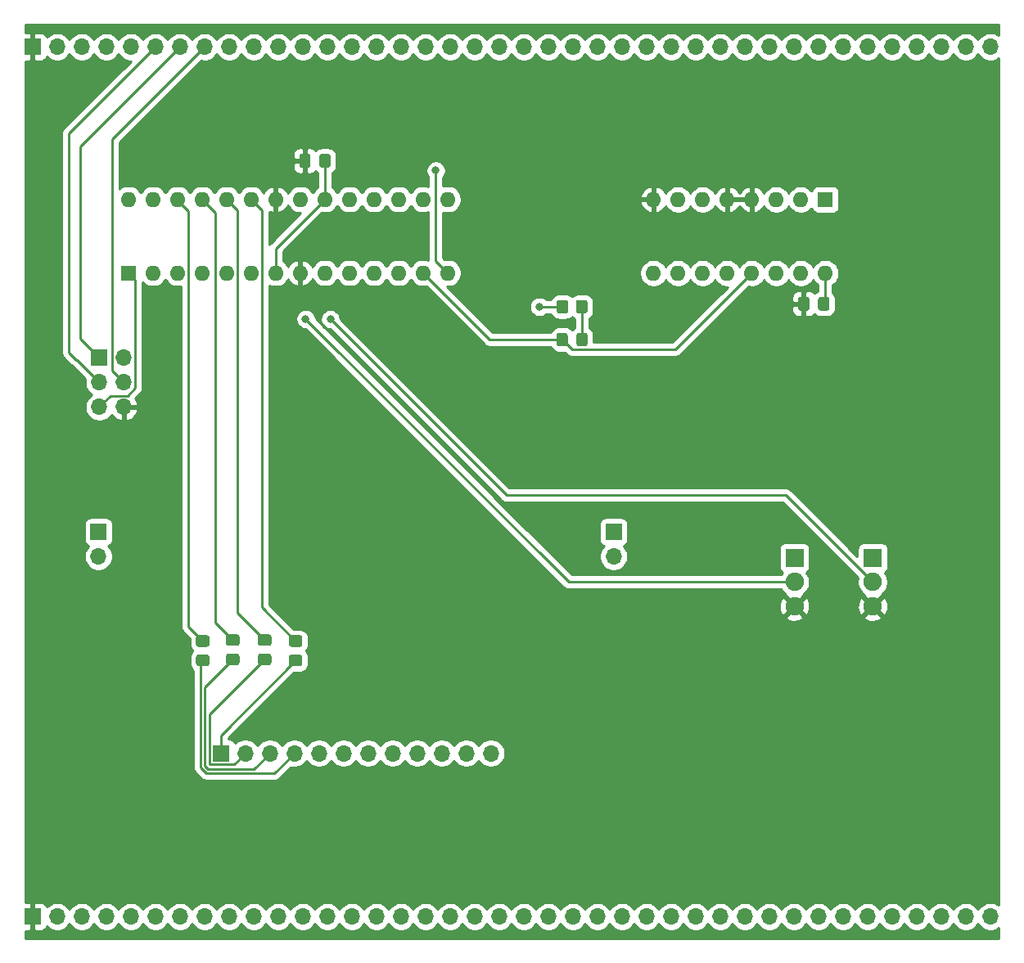
<source format=gtl>
G04 #@! TF.GenerationSoftware,KiCad,Pcbnew,(5.1.9)-1*
G04 #@! TF.CreationDate,2022-07-23T12:13:44-04:00*
G04 #@! TF.ProjectId,output-led,6f757470-7574-42d6-9c65-642e6b696361,1.1*
G04 #@! TF.SameCoordinates,Original*
G04 #@! TF.FileFunction,Copper,L1,Top*
G04 #@! TF.FilePolarity,Positive*
%FSLAX46Y46*%
G04 Gerber Fmt 4.6, Leading zero omitted, Abs format (unit mm)*
G04 Created by KiCad (PCBNEW (5.1.9)-1) date 2022-07-23 12:13:44*
%MOMM*%
%LPD*%
G01*
G04 APERTURE LIST*
G04 #@! TA.AperFunction,ComponentPad*
%ADD10O,1.700000X1.700000*%
G04 #@! TD*
G04 #@! TA.AperFunction,ComponentPad*
%ADD11R,1.700000X1.700000*%
G04 #@! TD*
G04 #@! TA.AperFunction,ComponentPad*
%ADD12C,1.900000*%
G04 #@! TD*
G04 #@! TA.AperFunction,ComponentPad*
%ADD13R,1.900000X1.900000*%
G04 #@! TD*
G04 #@! TA.AperFunction,ComponentPad*
%ADD14O,1.600000X1.600000*%
G04 #@! TD*
G04 #@! TA.AperFunction,ComponentPad*
%ADD15R,1.600000X1.600000*%
G04 #@! TD*
G04 #@! TA.AperFunction,ViaPad*
%ADD16C,0.800000*%
G04 #@! TD*
G04 #@! TA.AperFunction,Conductor*
%ADD17C,0.250000*%
G04 #@! TD*
G04 #@! TA.AperFunction,Conductor*
%ADD18C,0.254000*%
G04 #@! TD*
G04 #@! TA.AperFunction,Conductor*
%ADD19C,0.100000*%
G04 #@! TD*
G04 APERTURE END LIST*
G04 #@! TA.AperFunction,SMDPad,CuDef*
G36*
G01*
X104450001Y-108100000D02*
X103549999Y-108100000D01*
G75*
G02*
X103300000Y-107850001I0J249999D01*
G01*
X103300000Y-107149999D01*
G75*
G02*
X103549999Y-106900000I249999J0D01*
G01*
X104450001Y-106900000D01*
G75*
G02*
X104700000Y-107149999I0J-249999D01*
G01*
X104700000Y-107850001D01*
G75*
G02*
X104450001Y-108100000I-249999J0D01*
G01*
G37*
G04 #@! TD.AperFunction*
G04 #@! TA.AperFunction,SMDPad,CuDef*
G36*
G01*
X104450001Y-110100000D02*
X103549999Y-110100000D01*
G75*
G02*
X103300000Y-109850001I0J249999D01*
G01*
X103300000Y-109149999D01*
G75*
G02*
X103549999Y-108900000I249999J0D01*
G01*
X104450001Y-108900000D01*
G75*
G02*
X104700000Y-109149999I0J-249999D01*
G01*
X104700000Y-109850001D01*
G75*
G02*
X104450001Y-110100000I-249999J0D01*
G01*
G37*
G04 #@! TD.AperFunction*
G04 #@! TA.AperFunction,SMDPad,CuDef*
G36*
G01*
X107550001Y-108000000D02*
X106649999Y-108000000D01*
G75*
G02*
X106400000Y-107750001I0J249999D01*
G01*
X106400000Y-107049999D01*
G75*
G02*
X106649999Y-106800000I249999J0D01*
G01*
X107550001Y-106800000D01*
G75*
G02*
X107800000Y-107049999I0J-249999D01*
G01*
X107800000Y-107750001D01*
G75*
G02*
X107550001Y-108000000I-249999J0D01*
G01*
G37*
G04 #@! TD.AperFunction*
G04 #@! TA.AperFunction,SMDPad,CuDef*
G36*
G01*
X107550001Y-110000000D02*
X106649999Y-110000000D01*
G75*
G02*
X106400000Y-109750001I0J249999D01*
G01*
X106400000Y-109049999D01*
G75*
G02*
X106649999Y-108800000I249999J0D01*
G01*
X107550001Y-108800000D01*
G75*
G02*
X107800000Y-109049999I0J-249999D01*
G01*
X107800000Y-109750001D01*
G75*
G02*
X107550001Y-110000000I-249999J0D01*
G01*
G37*
G04 #@! TD.AperFunction*
G04 #@! TA.AperFunction,SMDPad,CuDef*
G36*
G01*
X110850001Y-108000000D02*
X109949999Y-108000000D01*
G75*
G02*
X109700000Y-107750001I0J249999D01*
G01*
X109700000Y-107049999D01*
G75*
G02*
X109949999Y-106800000I249999J0D01*
G01*
X110850001Y-106800000D01*
G75*
G02*
X111100000Y-107049999I0J-249999D01*
G01*
X111100000Y-107750001D01*
G75*
G02*
X110850001Y-108000000I-249999J0D01*
G01*
G37*
G04 #@! TD.AperFunction*
G04 #@! TA.AperFunction,SMDPad,CuDef*
G36*
G01*
X110850001Y-110000000D02*
X109949999Y-110000000D01*
G75*
G02*
X109700000Y-109750001I0J249999D01*
G01*
X109700000Y-109049999D01*
G75*
G02*
X109949999Y-108800000I249999J0D01*
G01*
X110850001Y-108800000D01*
G75*
G02*
X111100000Y-109049999I0J-249999D01*
G01*
X111100000Y-109750001D01*
G75*
G02*
X110850001Y-110000000I-249999J0D01*
G01*
G37*
G04 #@! TD.AperFunction*
G04 #@! TA.AperFunction,SMDPad,CuDef*
G36*
G01*
X114050001Y-108100000D02*
X113149999Y-108100000D01*
G75*
G02*
X112900000Y-107850001I0J249999D01*
G01*
X112900000Y-107149999D01*
G75*
G02*
X113149999Y-106900000I249999J0D01*
G01*
X114050001Y-106900000D01*
G75*
G02*
X114300000Y-107149999I0J-249999D01*
G01*
X114300000Y-107850001D01*
G75*
G02*
X114050001Y-108100000I-249999J0D01*
G01*
G37*
G04 #@! TD.AperFunction*
G04 #@! TA.AperFunction,SMDPad,CuDef*
G36*
G01*
X114050001Y-110100000D02*
X113149999Y-110100000D01*
G75*
G02*
X112900000Y-109850001I0J249999D01*
G01*
X112900000Y-109149999D01*
G75*
G02*
X113149999Y-108900000I249999J0D01*
G01*
X114050001Y-108900000D01*
G75*
G02*
X114300000Y-109149999I0J-249999D01*
G01*
X114300000Y-109850001D01*
G75*
G02*
X114050001Y-110100000I-249999J0D01*
G01*
G37*
G04 #@! TD.AperFunction*
D10*
X146500000Y-98740000D03*
D11*
X146500000Y-96200000D03*
D10*
X93200000Y-98740000D03*
D11*
X93200000Y-96200000D03*
D12*
X165200000Y-103900000D03*
X165200000Y-101400000D03*
D13*
X165200000Y-98900000D03*
D12*
X173300000Y-103900000D03*
X173300000Y-101400000D03*
D13*
X173300000Y-98900000D03*
D14*
X168400000Y-69420000D03*
X150620000Y-61800000D03*
X165860000Y-69420000D03*
X153160000Y-61800000D03*
X163320000Y-69420000D03*
X155700000Y-61800000D03*
X160780000Y-69420000D03*
X158240000Y-61800000D03*
X158240000Y-69420000D03*
X160780000Y-61800000D03*
X155700000Y-69420000D03*
X163320000Y-61800000D03*
X153160000Y-69420000D03*
X165860000Y-61800000D03*
X150620000Y-69420000D03*
D15*
X168400000Y-61800000D03*
D14*
X96300000Y-61780000D03*
X129320000Y-69400000D03*
X98840000Y-61780000D03*
X126780000Y-69400000D03*
X101380000Y-61780000D03*
X124240000Y-69400000D03*
X103920000Y-61780000D03*
X121700000Y-69400000D03*
X106460000Y-61780000D03*
X119160000Y-69400000D03*
X109000000Y-61780000D03*
X116620000Y-69400000D03*
X111540000Y-61780000D03*
X114080000Y-69400000D03*
X114080000Y-61780000D03*
X111540000Y-69400000D03*
X116620000Y-61780000D03*
X109000000Y-69400000D03*
X119160000Y-61780000D03*
X106460000Y-69400000D03*
X121700000Y-61780000D03*
X103920000Y-69400000D03*
X124240000Y-61780000D03*
X101380000Y-69400000D03*
X126780000Y-61780000D03*
X98840000Y-69400000D03*
X129320000Y-61780000D03*
D15*
X96300000Y-69400000D03*
G04 #@! TA.AperFunction,SMDPad,CuDef*
G36*
G01*
X141800000Y-72449999D02*
X141800000Y-73350001D01*
G75*
G02*
X141550001Y-73600000I-249999J0D01*
G01*
X140849999Y-73600000D01*
G75*
G02*
X140600000Y-73350001I0J249999D01*
G01*
X140600000Y-72449999D01*
G75*
G02*
X140849999Y-72200000I249999J0D01*
G01*
X141550001Y-72200000D01*
G75*
G02*
X141800000Y-72449999I0J-249999D01*
G01*
G37*
G04 #@! TD.AperFunction*
G04 #@! TA.AperFunction,SMDPad,CuDef*
G36*
G01*
X143800000Y-72449999D02*
X143800000Y-73350001D01*
G75*
G02*
X143550001Y-73600000I-249999J0D01*
G01*
X142849999Y-73600000D01*
G75*
G02*
X142600000Y-73350001I0J249999D01*
G01*
X142600000Y-72449999D01*
G75*
G02*
X142849999Y-72200000I249999J0D01*
G01*
X143550001Y-72200000D01*
G75*
G02*
X143800000Y-72449999I0J-249999D01*
G01*
G37*
G04 #@! TD.AperFunction*
D10*
X133800000Y-119100000D03*
X131260000Y-119100000D03*
X128720000Y-119100000D03*
X126180000Y-119100000D03*
X123640000Y-119100000D03*
X121100000Y-119100000D03*
X118560000Y-119100000D03*
X116020000Y-119100000D03*
X113480000Y-119100000D03*
X110940000Y-119100000D03*
X108400000Y-119100000D03*
D11*
X105860000Y-119100000D03*
D10*
X95840000Y-83280000D03*
X93300000Y-83280000D03*
X95840000Y-80740000D03*
X93300000Y-80740000D03*
X95840000Y-78200000D03*
D11*
X93300000Y-78200000D03*
G04 #@! TA.AperFunction,SMDPad,CuDef*
G36*
G01*
X142650000Y-76750001D02*
X142650000Y-75849999D01*
G75*
G02*
X142899999Y-75600000I249999J0D01*
G01*
X143550001Y-75600000D01*
G75*
G02*
X143800000Y-75849999I0J-249999D01*
G01*
X143800000Y-76750001D01*
G75*
G02*
X143550001Y-77000000I-249999J0D01*
G01*
X142899999Y-77000000D01*
G75*
G02*
X142650000Y-76750001I0J249999D01*
G01*
G37*
G04 #@! TD.AperFunction*
G04 #@! TA.AperFunction,SMDPad,CuDef*
G36*
G01*
X140600000Y-76750001D02*
X140600000Y-75849999D01*
G75*
G02*
X140849999Y-75600000I249999J0D01*
G01*
X141500001Y-75600000D01*
G75*
G02*
X141750000Y-75849999I0J-249999D01*
G01*
X141750000Y-76750001D01*
G75*
G02*
X141500001Y-77000000I-249999J0D01*
G01*
X140849999Y-77000000D01*
G75*
G02*
X140600000Y-76750001I0J249999D01*
G01*
G37*
G04 #@! TD.AperFunction*
G04 #@! TA.AperFunction,SMDPad,CuDef*
G36*
G01*
X167650000Y-73075000D02*
X167650000Y-72125000D01*
G75*
G02*
X167900000Y-71875000I250000J0D01*
G01*
X168575000Y-71875000D01*
G75*
G02*
X168825000Y-72125000I0J-250000D01*
G01*
X168825000Y-73075000D01*
G75*
G02*
X168575000Y-73325000I-250000J0D01*
G01*
X167900000Y-73325000D01*
G75*
G02*
X167650000Y-73075000I0J250000D01*
G01*
G37*
G04 #@! TD.AperFunction*
G04 #@! TA.AperFunction,SMDPad,CuDef*
G36*
G01*
X165575000Y-73075000D02*
X165575000Y-72125000D01*
G75*
G02*
X165825000Y-71875000I250000J0D01*
G01*
X166500000Y-71875000D01*
G75*
G02*
X166750000Y-72125000I0J-250000D01*
G01*
X166750000Y-73075000D01*
G75*
G02*
X166500000Y-73325000I-250000J0D01*
G01*
X165825000Y-73325000D01*
G75*
G02*
X165575000Y-73075000I0J250000D01*
G01*
G37*
G04 #@! TD.AperFunction*
G04 #@! TA.AperFunction,SMDPad,CuDef*
G36*
G01*
X116050000Y-58275000D02*
X116050000Y-57325000D01*
G75*
G02*
X116300000Y-57075000I250000J0D01*
G01*
X116975000Y-57075000D01*
G75*
G02*
X117225000Y-57325000I0J-250000D01*
G01*
X117225000Y-58275000D01*
G75*
G02*
X116975000Y-58525000I-250000J0D01*
G01*
X116300000Y-58525000D01*
G75*
G02*
X116050000Y-58275000I0J250000D01*
G01*
G37*
G04 #@! TD.AperFunction*
G04 #@! TA.AperFunction,SMDPad,CuDef*
G36*
G01*
X113975000Y-58275000D02*
X113975000Y-57325000D01*
G75*
G02*
X114225000Y-57075000I250000J0D01*
G01*
X114900000Y-57075000D01*
G75*
G02*
X115150000Y-57325000I0J-250000D01*
G01*
X115150000Y-58275000D01*
G75*
G02*
X114900000Y-58525000I-250000J0D01*
G01*
X114225000Y-58525000D01*
G75*
G02*
X113975000Y-58275000I0J250000D01*
G01*
G37*
G04 #@! TD.AperFunction*
D10*
X185460000Y-136000000D03*
X182920000Y-136000000D03*
X180380000Y-136000000D03*
X177840000Y-136000000D03*
X175300000Y-136000000D03*
X172760000Y-136000000D03*
X170220000Y-136000000D03*
X167680000Y-136000000D03*
X165140000Y-136000000D03*
X162600000Y-136000000D03*
X160060000Y-136000000D03*
X157520000Y-136000000D03*
X154980000Y-136000000D03*
X152440000Y-136000000D03*
X149900000Y-136000000D03*
X147360000Y-136000000D03*
X144820000Y-136000000D03*
X142280000Y-136000000D03*
X139740000Y-136000000D03*
X137200000Y-136000000D03*
X134660000Y-136000000D03*
X132120000Y-136000000D03*
X129580000Y-136000000D03*
X127040000Y-136000000D03*
X124500000Y-136000000D03*
X121960000Y-136000000D03*
X119420000Y-136000000D03*
X116880000Y-136000000D03*
X114340000Y-136000000D03*
X111800000Y-136000000D03*
X109260000Y-136000000D03*
X106720000Y-136000000D03*
X104180000Y-136000000D03*
X101640000Y-136000000D03*
X99100000Y-136000000D03*
X96560000Y-136000000D03*
X94020000Y-136000000D03*
X91480000Y-136000000D03*
X88940000Y-136000000D03*
D11*
X86400000Y-136000000D03*
D10*
X185460000Y-46000000D03*
X182920000Y-46000000D03*
X180380000Y-46000000D03*
X177840000Y-46000000D03*
X175300000Y-46000000D03*
X172760000Y-46000000D03*
X170220000Y-46000000D03*
X167680000Y-46000000D03*
X165140000Y-46000000D03*
X162600000Y-46000000D03*
X160060000Y-46000000D03*
X157520000Y-46000000D03*
X154980000Y-46000000D03*
X152440000Y-46000000D03*
X149900000Y-46000000D03*
X147360000Y-46000000D03*
X144820000Y-46000000D03*
X142280000Y-46000000D03*
X139740000Y-46000000D03*
X137200000Y-46000000D03*
X134660000Y-46000000D03*
X132120000Y-46000000D03*
X129580000Y-46000000D03*
X127040000Y-46000000D03*
X124500000Y-46000000D03*
X121960000Y-46000000D03*
X119420000Y-46000000D03*
X116880000Y-46000000D03*
X114340000Y-46000000D03*
X111800000Y-46000000D03*
X109260000Y-46000000D03*
X106720000Y-46000000D03*
X104180000Y-46000000D03*
X101640000Y-46000000D03*
X99100000Y-46000000D03*
X96560000Y-46000000D03*
X94020000Y-46000000D03*
X91480000Y-46000000D03*
X88940000Y-46000000D03*
D11*
X86400000Y-46000000D03*
D16*
X138800000Y-72900000D03*
X128100000Y-58800000D03*
X117207499Y-74192501D03*
X114637499Y-74162501D03*
D17*
X111540000Y-66860000D02*
X116620000Y-61780000D01*
X111540000Y-69400000D02*
X111540000Y-66860000D01*
X116620000Y-57817500D02*
X116637500Y-57800000D01*
X116620000Y-61780000D02*
X116620000Y-57817500D01*
X168400000Y-72437500D02*
X168237500Y-72600000D01*
X168400000Y-69420000D02*
X168400000Y-72437500D01*
X141200000Y-72900000D02*
X138800000Y-72900000D01*
X128100000Y-68180000D02*
X129320000Y-69400000D01*
X128100000Y-58800000D02*
X128100000Y-68180000D01*
X94600000Y-55580000D02*
X104180000Y-46000000D01*
X94600000Y-79500000D02*
X94600000Y-55580000D01*
X95840000Y-80740000D02*
X94600000Y-79500000D01*
X91300000Y-56340000D02*
X101640000Y-46000000D01*
X91300000Y-76200000D02*
X91300000Y-56340000D01*
X93300000Y-78200000D02*
X91300000Y-76200000D01*
X90900000Y-78400000D02*
X90960000Y-78400000D01*
X90124999Y-77624999D02*
X90900000Y-78400000D01*
X90124999Y-54975001D02*
X90124999Y-77624999D01*
X90960000Y-78400000D02*
X93300000Y-80740000D01*
X99100000Y-46000000D02*
X90124999Y-54975001D01*
X94475001Y-82104999D02*
X93300000Y-83280000D01*
X96214003Y-82104999D02*
X94475001Y-82104999D01*
X97015001Y-81304001D02*
X96214003Y-82104999D01*
X97015001Y-70115001D02*
X97015001Y-81304001D01*
X96300000Y-69400000D02*
X97015001Y-70115001D01*
X143225000Y-72925000D02*
X143200000Y-72900000D01*
X143225000Y-76300000D02*
X143225000Y-72925000D01*
X133680000Y-76300000D02*
X141175000Y-76300000D01*
X126780000Y-69400000D02*
X133680000Y-76300000D01*
X152874990Y-77325010D02*
X160780000Y-69420000D01*
X142200010Y-77325010D02*
X152874990Y-77325010D01*
X141175000Y-76300000D02*
X142200010Y-77325010D01*
X101380000Y-61780000D02*
X101280000Y-61780000D01*
X102505001Y-106005001D02*
X104000000Y-107500000D01*
X102505001Y-63005001D02*
X102505001Y-106005001D01*
X101280000Y-61780000D02*
X102505001Y-63005001D01*
X105334999Y-105634999D02*
X107100000Y-107400000D01*
X105334999Y-63194999D02*
X105334999Y-105634999D01*
X103920000Y-61780000D02*
X105334999Y-63194999D01*
X107585001Y-104585001D02*
X110400000Y-107400000D01*
X107585001Y-62905001D02*
X107585001Y-104585001D01*
X106460000Y-61780000D02*
X107585001Y-62905001D01*
X110125001Y-104025001D02*
X113600000Y-107500000D01*
X110125001Y-62905001D02*
X110125001Y-104025001D01*
X109000000Y-61780000D02*
X110125001Y-62905001D01*
X164300000Y-92400000D02*
X173300000Y-101400000D01*
X135414998Y-92400000D02*
X164300000Y-92400000D01*
X117207499Y-74192501D02*
X135414998Y-92400000D01*
X141874998Y-101400000D02*
X165200000Y-101400000D01*
X114637499Y-74162501D02*
X141874998Y-101400000D01*
X103784979Y-109715021D02*
X104000000Y-109500000D01*
X103784979Y-120582801D02*
X103784979Y-109715021D01*
X104377197Y-121175019D02*
X103784979Y-120582801D01*
X111404981Y-121175019D02*
X104377197Y-121175019D01*
X113480000Y-119100000D02*
X111404981Y-121175019D01*
X104234989Y-112265011D02*
X107100000Y-109400000D01*
X104234989Y-120396401D02*
X104234989Y-112265011D01*
X104563598Y-120725010D02*
X104234989Y-120396401D01*
X109314990Y-120725010D02*
X104563598Y-120725010D01*
X110940000Y-119100000D02*
X109314990Y-120725010D01*
X104684999Y-115115001D02*
X110400000Y-109400000D01*
X104684999Y-120210001D02*
X104684999Y-115115001D01*
X107224999Y-120275001D02*
X104749999Y-120275001D01*
X104749999Y-120275001D02*
X104684999Y-120210001D01*
X108400000Y-119100000D02*
X107224999Y-120275001D01*
X105860000Y-117240000D02*
X113600000Y-109500000D01*
X105860000Y-119100000D02*
X105860000Y-117240000D01*
D18*
X186315000Y-44785298D02*
X186163411Y-44684010D01*
X185893158Y-44572068D01*
X185606260Y-44515000D01*
X185313740Y-44515000D01*
X185026842Y-44572068D01*
X184756589Y-44684010D01*
X184513368Y-44846525D01*
X184306525Y-45053368D01*
X184190000Y-45227760D01*
X184073475Y-45053368D01*
X183866632Y-44846525D01*
X183623411Y-44684010D01*
X183353158Y-44572068D01*
X183066260Y-44515000D01*
X182773740Y-44515000D01*
X182486842Y-44572068D01*
X182216589Y-44684010D01*
X181973368Y-44846525D01*
X181766525Y-45053368D01*
X181650000Y-45227760D01*
X181533475Y-45053368D01*
X181326632Y-44846525D01*
X181083411Y-44684010D01*
X180813158Y-44572068D01*
X180526260Y-44515000D01*
X180233740Y-44515000D01*
X179946842Y-44572068D01*
X179676589Y-44684010D01*
X179433368Y-44846525D01*
X179226525Y-45053368D01*
X179110000Y-45227760D01*
X178993475Y-45053368D01*
X178786632Y-44846525D01*
X178543411Y-44684010D01*
X178273158Y-44572068D01*
X177986260Y-44515000D01*
X177693740Y-44515000D01*
X177406842Y-44572068D01*
X177136589Y-44684010D01*
X176893368Y-44846525D01*
X176686525Y-45053368D01*
X176570000Y-45227760D01*
X176453475Y-45053368D01*
X176246632Y-44846525D01*
X176003411Y-44684010D01*
X175733158Y-44572068D01*
X175446260Y-44515000D01*
X175153740Y-44515000D01*
X174866842Y-44572068D01*
X174596589Y-44684010D01*
X174353368Y-44846525D01*
X174146525Y-45053368D01*
X174030000Y-45227760D01*
X173913475Y-45053368D01*
X173706632Y-44846525D01*
X173463411Y-44684010D01*
X173193158Y-44572068D01*
X172906260Y-44515000D01*
X172613740Y-44515000D01*
X172326842Y-44572068D01*
X172056589Y-44684010D01*
X171813368Y-44846525D01*
X171606525Y-45053368D01*
X171490000Y-45227760D01*
X171373475Y-45053368D01*
X171166632Y-44846525D01*
X170923411Y-44684010D01*
X170653158Y-44572068D01*
X170366260Y-44515000D01*
X170073740Y-44515000D01*
X169786842Y-44572068D01*
X169516589Y-44684010D01*
X169273368Y-44846525D01*
X169066525Y-45053368D01*
X168950000Y-45227760D01*
X168833475Y-45053368D01*
X168626632Y-44846525D01*
X168383411Y-44684010D01*
X168113158Y-44572068D01*
X167826260Y-44515000D01*
X167533740Y-44515000D01*
X167246842Y-44572068D01*
X166976589Y-44684010D01*
X166733368Y-44846525D01*
X166526525Y-45053368D01*
X166410000Y-45227760D01*
X166293475Y-45053368D01*
X166086632Y-44846525D01*
X165843411Y-44684010D01*
X165573158Y-44572068D01*
X165286260Y-44515000D01*
X164993740Y-44515000D01*
X164706842Y-44572068D01*
X164436589Y-44684010D01*
X164193368Y-44846525D01*
X163986525Y-45053368D01*
X163870000Y-45227760D01*
X163753475Y-45053368D01*
X163546632Y-44846525D01*
X163303411Y-44684010D01*
X163033158Y-44572068D01*
X162746260Y-44515000D01*
X162453740Y-44515000D01*
X162166842Y-44572068D01*
X161896589Y-44684010D01*
X161653368Y-44846525D01*
X161446525Y-45053368D01*
X161330000Y-45227760D01*
X161213475Y-45053368D01*
X161006632Y-44846525D01*
X160763411Y-44684010D01*
X160493158Y-44572068D01*
X160206260Y-44515000D01*
X159913740Y-44515000D01*
X159626842Y-44572068D01*
X159356589Y-44684010D01*
X159113368Y-44846525D01*
X158906525Y-45053368D01*
X158790000Y-45227760D01*
X158673475Y-45053368D01*
X158466632Y-44846525D01*
X158223411Y-44684010D01*
X157953158Y-44572068D01*
X157666260Y-44515000D01*
X157373740Y-44515000D01*
X157086842Y-44572068D01*
X156816589Y-44684010D01*
X156573368Y-44846525D01*
X156366525Y-45053368D01*
X156250000Y-45227760D01*
X156133475Y-45053368D01*
X155926632Y-44846525D01*
X155683411Y-44684010D01*
X155413158Y-44572068D01*
X155126260Y-44515000D01*
X154833740Y-44515000D01*
X154546842Y-44572068D01*
X154276589Y-44684010D01*
X154033368Y-44846525D01*
X153826525Y-45053368D01*
X153710000Y-45227760D01*
X153593475Y-45053368D01*
X153386632Y-44846525D01*
X153143411Y-44684010D01*
X152873158Y-44572068D01*
X152586260Y-44515000D01*
X152293740Y-44515000D01*
X152006842Y-44572068D01*
X151736589Y-44684010D01*
X151493368Y-44846525D01*
X151286525Y-45053368D01*
X151170000Y-45227760D01*
X151053475Y-45053368D01*
X150846632Y-44846525D01*
X150603411Y-44684010D01*
X150333158Y-44572068D01*
X150046260Y-44515000D01*
X149753740Y-44515000D01*
X149466842Y-44572068D01*
X149196589Y-44684010D01*
X148953368Y-44846525D01*
X148746525Y-45053368D01*
X148630000Y-45227760D01*
X148513475Y-45053368D01*
X148306632Y-44846525D01*
X148063411Y-44684010D01*
X147793158Y-44572068D01*
X147506260Y-44515000D01*
X147213740Y-44515000D01*
X146926842Y-44572068D01*
X146656589Y-44684010D01*
X146413368Y-44846525D01*
X146206525Y-45053368D01*
X146090000Y-45227760D01*
X145973475Y-45053368D01*
X145766632Y-44846525D01*
X145523411Y-44684010D01*
X145253158Y-44572068D01*
X144966260Y-44515000D01*
X144673740Y-44515000D01*
X144386842Y-44572068D01*
X144116589Y-44684010D01*
X143873368Y-44846525D01*
X143666525Y-45053368D01*
X143550000Y-45227760D01*
X143433475Y-45053368D01*
X143226632Y-44846525D01*
X142983411Y-44684010D01*
X142713158Y-44572068D01*
X142426260Y-44515000D01*
X142133740Y-44515000D01*
X141846842Y-44572068D01*
X141576589Y-44684010D01*
X141333368Y-44846525D01*
X141126525Y-45053368D01*
X141010000Y-45227760D01*
X140893475Y-45053368D01*
X140686632Y-44846525D01*
X140443411Y-44684010D01*
X140173158Y-44572068D01*
X139886260Y-44515000D01*
X139593740Y-44515000D01*
X139306842Y-44572068D01*
X139036589Y-44684010D01*
X138793368Y-44846525D01*
X138586525Y-45053368D01*
X138470000Y-45227760D01*
X138353475Y-45053368D01*
X138146632Y-44846525D01*
X137903411Y-44684010D01*
X137633158Y-44572068D01*
X137346260Y-44515000D01*
X137053740Y-44515000D01*
X136766842Y-44572068D01*
X136496589Y-44684010D01*
X136253368Y-44846525D01*
X136046525Y-45053368D01*
X135930000Y-45227760D01*
X135813475Y-45053368D01*
X135606632Y-44846525D01*
X135363411Y-44684010D01*
X135093158Y-44572068D01*
X134806260Y-44515000D01*
X134513740Y-44515000D01*
X134226842Y-44572068D01*
X133956589Y-44684010D01*
X133713368Y-44846525D01*
X133506525Y-45053368D01*
X133390000Y-45227760D01*
X133273475Y-45053368D01*
X133066632Y-44846525D01*
X132823411Y-44684010D01*
X132553158Y-44572068D01*
X132266260Y-44515000D01*
X131973740Y-44515000D01*
X131686842Y-44572068D01*
X131416589Y-44684010D01*
X131173368Y-44846525D01*
X130966525Y-45053368D01*
X130850000Y-45227760D01*
X130733475Y-45053368D01*
X130526632Y-44846525D01*
X130283411Y-44684010D01*
X130013158Y-44572068D01*
X129726260Y-44515000D01*
X129433740Y-44515000D01*
X129146842Y-44572068D01*
X128876589Y-44684010D01*
X128633368Y-44846525D01*
X128426525Y-45053368D01*
X128310000Y-45227760D01*
X128193475Y-45053368D01*
X127986632Y-44846525D01*
X127743411Y-44684010D01*
X127473158Y-44572068D01*
X127186260Y-44515000D01*
X126893740Y-44515000D01*
X126606842Y-44572068D01*
X126336589Y-44684010D01*
X126093368Y-44846525D01*
X125886525Y-45053368D01*
X125770000Y-45227760D01*
X125653475Y-45053368D01*
X125446632Y-44846525D01*
X125203411Y-44684010D01*
X124933158Y-44572068D01*
X124646260Y-44515000D01*
X124353740Y-44515000D01*
X124066842Y-44572068D01*
X123796589Y-44684010D01*
X123553368Y-44846525D01*
X123346525Y-45053368D01*
X123230000Y-45227760D01*
X123113475Y-45053368D01*
X122906632Y-44846525D01*
X122663411Y-44684010D01*
X122393158Y-44572068D01*
X122106260Y-44515000D01*
X121813740Y-44515000D01*
X121526842Y-44572068D01*
X121256589Y-44684010D01*
X121013368Y-44846525D01*
X120806525Y-45053368D01*
X120690000Y-45227760D01*
X120573475Y-45053368D01*
X120366632Y-44846525D01*
X120123411Y-44684010D01*
X119853158Y-44572068D01*
X119566260Y-44515000D01*
X119273740Y-44515000D01*
X118986842Y-44572068D01*
X118716589Y-44684010D01*
X118473368Y-44846525D01*
X118266525Y-45053368D01*
X118150000Y-45227760D01*
X118033475Y-45053368D01*
X117826632Y-44846525D01*
X117583411Y-44684010D01*
X117313158Y-44572068D01*
X117026260Y-44515000D01*
X116733740Y-44515000D01*
X116446842Y-44572068D01*
X116176589Y-44684010D01*
X115933368Y-44846525D01*
X115726525Y-45053368D01*
X115610000Y-45227760D01*
X115493475Y-45053368D01*
X115286632Y-44846525D01*
X115043411Y-44684010D01*
X114773158Y-44572068D01*
X114486260Y-44515000D01*
X114193740Y-44515000D01*
X113906842Y-44572068D01*
X113636589Y-44684010D01*
X113393368Y-44846525D01*
X113186525Y-45053368D01*
X113070000Y-45227760D01*
X112953475Y-45053368D01*
X112746632Y-44846525D01*
X112503411Y-44684010D01*
X112233158Y-44572068D01*
X111946260Y-44515000D01*
X111653740Y-44515000D01*
X111366842Y-44572068D01*
X111096589Y-44684010D01*
X110853368Y-44846525D01*
X110646525Y-45053368D01*
X110530000Y-45227760D01*
X110413475Y-45053368D01*
X110206632Y-44846525D01*
X109963411Y-44684010D01*
X109693158Y-44572068D01*
X109406260Y-44515000D01*
X109113740Y-44515000D01*
X108826842Y-44572068D01*
X108556589Y-44684010D01*
X108313368Y-44846525D01*
X108106525Y-45053368D01*
X107990000Y-45227760D01*
X107873475Y-45053368D01*
X107666632Y-44846525D01*
X107423411Y-44684010D01*
X107153158Y-44572068D01*
X106866260Y-44515000D01*
X106573740Y-44515000D01*
X106286842Y-44572068D01*
X106016589Y-44684010D01*
X105773368Y-44846525D01*
X105566525Y-45053368D01*
X105450000Y-45227760D01*
X105333475Y-45053368D01*
X105126632Y-44846525D01*
X104883411Y-44684010D01*
X104613158Y-44572068D01*
X104326260Y-44515000D01*
X104033740Y-44515000D01*
X103746842Y-44572068D01*
X103476589Y-44684010D01*
X103233368Y-44846525D01*
X103026525Y-45053368D01*
X102910000Y-45227760D01*
X102793475Y-45053368D01*
X102586632Y-44846525D01*
X102343411Y-44684010D01*
X102073158Y-44572068D01*
X101786260Y-44515000D01*
X101493740Y-44515000D01*
X101206842Y-44572068D01*
X100936589Y-44684010D01*
X100693368Y-44846525D01*
X100486525Y-45053368D01*
X100370000Y-45227760D01*
X100253475Y-45053368D01*
X100046632Y-44846525D01*
X99803411Y-44684010D01*
X99533158Y-44572068D01*
X99246260Y-44515000D01*
X98953740Y-44515000D01*
X98666842Y-44572068D01*
X98396589Y-44684010D01*
X98153368Y-44846525D01*
X97946525Y-45053368D01*
X97830000Y-45227760D01*
X97713475Y-45053368D01*
X97506632Y-44846525D01*
X97263411Y-44684010D01*
X96993158Y-44572068D01*
X96706260Y-44515000D01*
X96413740Y-44515000D01*
X96126842Y-44572068D01*
X95856589Y-44684010D01*
X95613368Y-44846525D01*
X95406525Y-45053368D01*
X95290000Y-45227760D01*
X95173475Y-45053368D01*
X94966632Y-44846525D01*
X94723411Y-44684010D01*
X94453158Y-44572068D01*
X94166260Y-44515000D01*
X93873740Y-44515000D01*
X93586842Y-44572068D01*
X93316589Y-44684010D01*
X93073368Y-44846525D01*
X92866525Y-45053368D01*
X92750000Y-45227760D01*
X92633475Y-45053368D01*
X92426632Y-44846525D01*
X92183411Y-44684010D01*
X91913158Y-44572068D01*
X91626260Y-44515000D01*
X91333740Y-44515000D01*
X91046842Y-44572068D01*
X90776589Y-44684010D01*
X90533368Y-44846525D01*
X90326525Y-45053368D01*
X90210000Y-45227760D01*
X90093475Y-45053368D01*
X89886632Y-44846525D01*
X89643411Y-44684010D01*
X89373158Y-44572068D01*
X89086260Y-44515000D01*
X88793740Y-44515000D01*
X88506842Y-44572068D01*
X88236589Y-44684010D01*
X87993368Y-44846525D01*
X87861513Y-44978380D01*
X87839502Y-44905820D01*
X87780537Y-44795506D01*
X87701185Y-44698815D01*
X87604494Y-44619463D01*
X87494180Y-44560498D01*
X87374482Y-44524188D01*
X87250000Y-44511928D01*
X86685750Y-44515000D01*
X86527000Y-44673750D01*
X86527000Y-45873000D01*
X86547000Y-45873000D01*
X86547000Y-46127000D01*
X86527000Y-46127000D01*
X86527000Y-47326250D01*
X86685750Y-47485000D01*
X87250000Y-47488072D01*
X87374482Y-47475812D01*
X87494180Y-47439502D01*
X87604494Y-47380537D01*
X87701185Y-47301185D01*
X87780537Y-47204494D01*
X87839502Y-47094180D01*
X87861513Y-47021620D01*
X87993368Y-47153475D01*
X88236589Y-47315990D01*
X88506842Y-47427932D01*
X88793740Y-47485000D01*
X89086260Y-47485000D01*
X89373158Y-47427932D01*
X89643411Y-47315990D01*
X89886632Y-47153475D01*
X90093475Y-46946632D01*
X90210000Y-46772240D01*
X90326525Y-46946632D01*
X90533368Y-47153475D01*
X90776589Y-47315990D01*
X91046842Y-47427932D01*
X91333740Y-47485000D01*
X91626260Y-47485000D01*
X91913158Y-47427932D01*
X92183411Y-47315990D01*
X92426632Y-47153475D01*
X92633475Y-46946632D01*
X92750000Y-46772240D01*
X92866525Y-46946632D01*
X93073368Y-47153475D01*
X93316589Y-47315990D01*
X93586842Y-47427932D01*
X93873740Y-47485000D01*
X94166260Y-47485000D01*
X94453158Y-47427932D01*
X94723411Y-47315990D01*
X94966632Y-47153475D01*
X95173475Y-46946632D01*
X95290000Y-46772240D01*
X95406525Y-46946632D01*
X95613368Y-47153475D01*
X95856589Y-47315990D01*
X96126842Y-47427932D01*
X96413740Y-47485000D01*
X96540198Y-47485000D01*
X89614002Y-54411197D01*
X89584998Y-54435000D01*
X89529870Y-54502175D01*
X89490025Y-54550725D01*
X89419454Y-54682754D01*
X89419453Y-54682755D01*
X89375996Y-54826016D01*
X89364999Y-54937669D01*
X89364999Y-54937679D01*
X89361323Y-54975001D01*
X89364999Y-55012323D01*
X89365000Y-77587666D01*
X89361323Y-77624999D01*
X89365000Y-77662332D01*
X89375294Y-77766842D01*
X89375997Y-77773984D01*
X89419453Y-77917245D01*
X89490025Y-78049275D01*
X89538018Y-78107754D01*
X89584999Y-78165000D01*
X89613997Y-78188798D01*
X90336201Y-78911002D01*
X90359999Y-78940001D01*
X90388997Y-78963799D01*
X90475723Y-79034974D01*
X90571215Y-79086016D01*
X91858790Y-80373592D01*
X91815000Y-80593740D01*
X91815000Y-80886260D01*
X91872068Y-81173158D01*
X91984010Y-81443411D01*
X92146525Y-81686632D01*
X92353368Y-81893475D01*
X92527760Y-82010000D01*
X92353368Y-82126525D01*
X92146525Y-82333368D01*
X91984010Y-82576589D01*
X91872068Y-82846842D01*
X91815000Y-83133740D01*
X91815000Y-83426260D01*
X91872068Y-83713158D01*
X91984010Y-83983411D01*
X92146525Y-84226632D01*
X92353368Y-84433475D01*
X92596589Y-84595990D01*
X92866842Y-84707932D01*
X93153740Y-84765000D01*
X93446260Y-84765000D01*
X93733158Y-84707932D01*
X94003411Y-84595990D01*
X94246632Y-84433475D01*
X94453475Y-84226632D01*
X94571100Y-84050594D01*
X94742412Y-84280269D01*
X94958645Y-84475178D01*
X95208748Y-84624157D01*
X95483109Y-84721481D01*
X95713000Y-84600814D01*
X95713000Y-83407000D01*
X95967000Y-83407000D01*
X95967000Y-84600814D01*
X96196891Y-84721481D01*
X96471252Y-84624157D01*
X96721355Y-84475178D01*
X96937588Y-84280269D01*
X97111641Y-84046920D01*
X97236825Y-83784099D01*
X97281476Y-83636890D01*
X97160155Y-83407000D01*
X95967000Y-83407000D01*
X95713000Y-83407000D01*
X95693000Y-83407000D01*
X95693000Y-83153000D01*
X95713000Y-83153000D01*
X95713000Y-83133000D01*
X95967000Y-83133000D01*
X95967000Y-83153000D01*
X97160155Y-83153000D01*
X97281476Y-82923110D01*
X97236825Y-82775901D01*
X97111641Y-82513080D01*
X97012987Y-82380817D01*
X97526003Y-81867800D01*
X97555002Y-81844002D01*
X97649975Y-81728277D01*
X97720547Y-81596248D01*
X97764004Y-81452987D01*
X97775001Y-81341334D01*
X97775001Y-81341323D01*
X97778677Y-81304002D01*
X97775001Y-81266679D01*
X97775001Y-70364397D01*
X97925241Y-70514637D01*
X98160273Y-70671680D01*
X98421426Y-70779853D01*
X98698665Y-70835000D01*
X98981335Y-70835000D01*
X99258574Y-70779853D01*
X99519727Y-70671680D01*
X99754759Y-70514637D01*
X99954637Y-70314759D01*
X100110000Y-70082241D01*
X100265363Y-70314759D01*
X100465241Y-70514637D01*
X100700273Y-70671680D01*
X100961426Y-70779853D01*
X101238665Y-70835000D01*
X101521335Y-70835000D01*
X101745001Y-70790509D01*
X101745002Y-105967668D01*
X101741325Y-106005001D01*
X101745002Y-106042334D01*
X101755213Y-106146001D01*
X101755999Y-106153986D01*
X101799455Y-106297247D01*
X101870027Y-106429277D01*
X101941202Y-106516003D01*
X101965001Y-106545002D01*
X101993999Y-106568800D01*
X102661928Y-107236729D01*
X102661928Y-107850001D01*
X102678992Y-108023255D01*
X102729528Y-108189851D01*
X102811595Y-108343387D01*
X102922038Y-108477962D01*
X102948891Y-108500000D01*
X102922038Y-108522038D01*
X102811595Y-108656613D01*
X102729528Y-108810149D01*
X102678992Y-108976745D01*
X102661928Y-109149999D01*
X102661928Y-109850001D01*
X102678992Y-110023255D01*
X102729528Y-110189851D01*
X102811595Y-110343387D01*
X102922038Y-110477962D01*
X103024980Y-110562444D01*
X103024979Y-120545479D01*
X103021303Y-120582801D01*
X103024979Y-120620123D01*
X103024979Y-120620133D01*
X103035976Y-120731786D01*
X103068438Y-120838800D01*
X103079433Y-120875047D01*
X103150005Y-121007077D01*
X103163897Y-121024004D01*
X103244978Y-121122802D01*
X103273981Y-121146604D01*
X103813397Y-121686021D01*
X103837196Y-121715020D01*
X103952921Y-121809993D01*
X104084950Y-121880565D01*
X104228211Y-121924022D01*
X104339864Y-121935019D01*
X104339872Y-121935019D01*
X104377197Y-121938695D01*
X104414522Y-121935019D01*
X111367659Y-121935019D01*
X111404981Y-121938695D01*
X111442303Y-121935019D01*
X111442314Y-121935019D01*
X111553967Y-121924022D01*
X111697228Y-121880565D01*
X111829257Y-121809993D01*
X111944982Y-121715020D01*
X111968785Y-121686016D01*
X113113592Y-120541210D01*
X113333740Y-120585000D01*
X113626260Y-120585000D01*
X113913158Y-120527932D01*
X114183411Y-120415990D01*
X114426632Y-120253475D01*
X114633475Y-120046632D01*
X114750000Y-119872240D01*
X114866525Y-120046632D01*
X115073368Y-120253475D01*
X115316589Y-120415990D01*
X115586842Y-120527932D01*
X115873740Y-120585000D01*
X116166260Y-120585000D01*
X116453158Y-120527932D01*
X116723411Y-120415990D01*
X116966632Y-120253475D01*
X117173475Y-120046632D01*
X117290000Y-119872240D01*
X117406525Y-120046632D01*
X117613368Y-120253475D01*
X117856589Y-120415990D01*
X118126842Y-120527932D01*
X118413740Y-120585000D01*
X118706260Y-120585000D01*
X118993158Y-120527932D01*
X119263411Y-120415990D01*
X119506632Y-120253475D01*
X119713475Y-120046632D01*
X119830000Y-119872240D01*
X119946525Y-120046632D01*
X120153368Y-120253475D01*
X120396589Y-120415990D01*
X120666842Y-120527932D01*
X120953740Y-120585000D01*
X121246260Y-120585000D01*
X121533158Y-120527932D01*
X121803411Y-120415990D01*
X122046632Y-120253475D01*
X122253475Y-120046632D01*
X122370000Y-119872240D01*
X122486525Y-120046632D01*
X122693368Y-120253475D01*
X122936589Y-120415990D01*
X123206842Y-120527932D01*
X123493740Y-120585000D01*
X123786260Y-120585000D01*
X124073158Y-120527932D01*
X124343411Y-120415990D01*
X124586632Y-120253475D01*
X124793475Y-120046632D01*
X124910000Y-119872240D01*
X125026525Y-120046632D01*
X125233368Y-120253475D01*
X125476589Y-120415990D01*
X125746842Y-120527932D01*
X126033740Y-120585000D01*
X126326260Y-120585000D01*
X126613158Y-120527932D01*
X126883411Y-120415990D01*
X127126632Y-120253475D01*
X127333475Y-120046632D01*
X127450000Y-119872240D01*
X127566525Y-120046632D01*
X127773368Y-120253475D01*
X128016589Y-120415990D01*
X128286842Y-120527932D01*
X128573740Y-120585000D01*
X128866260Y-120585000D01*
X129153158Y-120527932D01*
X129423411Y-120415990D01*
X129666632Y-120253475D01*
X129873475Y-120046632D01*
X129990000Y-119872240D01*
X130106525Y-120046632D01*
X130313368Y-120253475D01*
X130556589Y-120415990D01*
X130826842Y-120527932D01*
X131113740Y-120585000D01*
X131406260Y-120585000D01*
X131693158Y-120527932D01*
X131963411Y-120415990D01*
X132206632Y-120253475D01*
X132413475Y-120046632D01*
X132530000Y-119872240D01*
X132646525Y-120046632D01*
X132853368Y-120253475D01*
X133096589Y-120415990D01*
X133366842Y-120527932D01*
X133653740Y-120585000D01*
X133946260Y-120585000D01*
X134233158Y-120527932D01*
X134503411Y-120415990D01*
X134746632Y-120253475D01*
X134953475Y-120046632D01*
X135115990Y-119803411D01*
X135227932Y-119533158D01*
X135285000Y-119246260D01*
X135285000Y-118953740D01*
X135227932Y-118666842D01*
X135115990Y-118396589D01*
X134953475Y-118153368D01*
X134746632Y-117946525D01*
X134503411Y-117784010D01*
X134233158Y-117672068D01*
X133946260Y-117615000D01*
X133653740Y-117615000D01*
X133366842Y-117672068D01*
X133096589Y-117784010D01*
X132853368Y-117946525D01*
X132646525Y-118153368D01*
X132530000Y-118327760D01*
X132413475Y-118153368D01*
X132206632Y-117946525D01*
X131963411Y-117784010D01*
X131693158Y-117672068D01*
X131406260Y-117615000D01*
X131113740Y-117615000D01*
X130826842Y-117672068D01*
X130556589Y-117784010D01*
X130313368Y-117946525D01*
X130106525Y-118153368D01*
X129990000Y-118327760D01*
X129873475Y-118153368D01*
X129666632Y-117946525D01*
X129423411Y-117784010D01*
X129153158Y-117672068D01*
X128866260Y-117615000D01*
X128573740Y-117615000D01*
X128286842Y-117672068D01*
X128016589Y-117784010D01*
X127773368Y-117946525D01*
X127566525Y-118153368D01*
X127450000Y-118327760D01*
X127333475Y-118153368D01*
X127126632Y-117946525D01*
X126883411Y-117784010D01*
X126613158Y-117672068D01*
X126326260Y-117615000D01*
X126033740Y-117615000D01*
X125746842Y-117672068D01*
X125476589Y-117784010D01*
X125233368Y-117946525D01*
X125026525Y-118153368D01*
X124910000Y-118327760D01*
X124793475Y-118153368D01*
X124586632Y-117946525D01*
X124343411Y-117784010D01*
X124073158Y-117672068D01*
X123786260Y-117615000D01*
X123493740Y-117615000D01*
X123206842Y-117672068D01*
X122936589Y-117784010D01*
X122693368Y-117946525D01*
X122486525Y-118153368D01*
X122370000Y-118327760D01*
X122253475Y-118153368D01*
X122046632Y-117946525D01*
X121803411Y-117784010D01*
X121533158Y-117672068D01*
X121246260Y-117615000D01*
X120953740Y-117615000D01*
X120666842Y-117672068D01*
X120396589Y-117784010D01*
X120153368Y-117946525D01*
X119946525Y-118153368D01*
X119830000Y-118327760D01*
X119713475Y-118153368D01*
X119506632Y-117946525D01*
X119263411Y-117784010D01*
X118993158Y-117672068D01*
X118706260Y-117615000D01*
X118413740Y-117615000D01*
X118126842Y-117672068D01*
X117856589Y-117784010D01*
X117613368Y-117946525D01*
X117406525Y-118153368D01*
X117290000Y-118327760D01*
X117173475Y-118153368D01*
X116966632Y-117946525D01*
X116723411Y-117784010D01*
X116453158Y-117672068D01*
X116166260Y-117615000D01*
X115873740Y-117615000D01*
X115586842Y-117672068D01*
X115316589Y-117784010D01*
X115073368Y-117946525D01*
X114866525Y-118153368D01*
X114750000Y-118327760D01*
X114633475Y-118153368D01*
X114426632Y-117946525D01*
X114183411Y-117784010D01*
X113913158Y-117672068D01*
X113626260Y-117615000D01*
X113333740Y-117615000D01*
X113046842Y-117672068D01*
X112776589Y-117784010D01*
X112533368Y-117946525D01*
X112326525Y-118153368D01*
X112210000Y-118327760D01*
X112093475Y-118153368D01*
X111886632Y-117946525D01*
X111643411Y-117784010D01*
X111373158Y-117672068D01*
X111086260Y-117615000D01*
X110793740Y-117615000D01*
X110506842Y-117672068D01*
X110236589Y-117784010D01*
X109993368Y-117946525D01*
X109786525Y-118153368D01*
X109670000Y-118327760D01*
X109553475Y-118153368D01*
X109346632Y-117946525D01*
X109103411Y-117784010D01*
X108833158Y-117672068D01*
X108546260Y-117615000D01*
X108253740Y-117615000D01*
X107966842Y-117672068D01*
X107696589Y-117784010D01*
X107453368Y-117946525D01*
X107321513Y-118078380D01*
X107299502Y-118005820D01*
X107240537Y-117895506D01*
X107161185Y-117798815D01*
X107064494Y-117719463D01*
X106954180Y-117660498D01*
X106834482Y-117624188D01*
X106710000Y-117611928D01*
X106620000Y-117611928D01*
X106620000Y-117554801D01*
X113436730Y-110738072D01*
X114050001Y-110738072D01*
X114223255Y-110721008D01*
X114389851Y-110670472D01*
X114543387Y-110588405D01*
X114677962Y-110477962D01*
X114788405Y-110343387D01*
X114870472Y-110189851D01*
X114921008Y-110023255D01*
X114938072Y-109850001D01*
X114938072Y-109149999D01*
X114921008Y-108976745D01*
X114870472Y-108810149D01*
X114788405Y-108656613D01*
X114677962Y-108522038D01*
X114651109Y-108500000D01*
X114677962Y-108477962D01*
X114788405Y-108343387D01*
X114870472Y-108189851D01*
X114921008Y-108023255D01*
X114938072Y-107850001D01*
X114938072Y-107149999D01*
X114921008Y-106976745D01*
X114870472Y-106810149D01*
X114788405Y-106656613D01*
X114677962Y-106522038D01*
X114543387Y-106411595D01*
X114389851Y-106329528D01*
X114223255Y-106278992D01*
X114050001Y-106261928D01*
X113436730Y-106261928D01*
X112174554Y-104999752D01*
X164279853Y-104999752D01*
X164369579Y-105259042D01*
X164650671Y-105394935D01*
X164952873Y-105473379D01*
X165264573Y-105491359D01*
X165573791Y-105448184D01*
X165868644Y-105345513D01*
X166030421Y-105259042D01*
X166120147Y-104999752D01*
X172379853Y-104999752D01*
X172469579Y-105259042D01*
X172750671Y-105394935D01*
X173052873Y-105473379D01*
X173364573Y-105491359D01*
X173673791Y-105448184D01*
X173968644Y-105345513D01*
X174130421Y-105259042D01*
X174220147Y-104999752D01*
X173300000Y-104079605D01*
X172379853Y-104999752D01*
X166120147Y-104999752D01*
X165200000Y-104079605D01*
X164279853Y-104999752D01*
X112174554Y-104999752D01*
X111139375Y-103964573D01*
X163608641Y-103964573D01*
X163651816Y-104273791D01*
X163754487Y-104568644D01*
X163840958Y-104730421D01*
X164100248Y-104820147D01*
X165020395Y-103900000D01*
X165379605Y-103900000D01*
X166299752Y-104820147D01*
X166559042Y-104730421D01*
X166694935Y-104449329D01*
X166773379Y-104147127D01*
X166783909Y-103964573D01*
X171708641Y-103964573D01*
X171751816Y-104273791D01*
X171854487Y-104568644D01*
X171940958Y-104730421D01*
X172200248Y-104820147D01*
X173120395Y-103900000D01*
X173479605Y-103900000D01*
X174399752Y-104820147D01*
X174659042Y-104730421D01*
X174794935Y-104449329D01*
X174873379Y-104147127D01*
X174891359Y-103835427D01*
X174848184Y-103526209D01*
X174745513Y-103231356D01*
X174659042Y-103069579D01*
X174399752Y-102979853D01*
X173479605Y-103900000D01*
X173120395Y-103900000D01*
X172200248Y-102979853D01*
X171940958Y-103069579D01*
X171805065Y-103350671D01*
X171726621Y-103652873D01*
X171708641Y-103964573D01*
X166783909Y-103964573D01*
X166791359Y-103835427D01*
X166748184Y-103526209D01*
X166645513Y-103231356D01*
X166559042Y-103069579D01*
X166299752Y-102979853D01*
X165379605Y-103900000D01*
X165020395Y-103900000D01*
X164100248Y-102979853D01*
X163840958Y-103069579D01*
X163705065Y-103350671D01*
X163626621Y-103652873D01*
X163608641Y-103964573D01*
X111139375Y-103964573D01*
X110885001Y-103710200D01*
X110885001Y-74060562D01*
X113602499Y-74060562D01*
X113602499Y-74264440D01*
X113642273Y-74464399D01*
X113720294Y-74652757D01*
X113833562Y-74822275D01*
X113977725Y-74966438D01*
X114147243Y-75079706D01*
X114335601Y-75157727D01*
X114535560Y-75197501D01*
X114597698Y-75197501D01*
X141311203Y-101911008D01*
X141334997Y-101940001D01*
X141363990Y-101963795D01*
X141363994Y-101963799D01*
X141434683Y-102021811D01*
X141450722Y-102034974D01*
X141582751Y-102105546D01*
X141726012Y-102149003D01*
X141837665Y-102160000D01*
X141837674Y-102160000D01*
X141874997Y-102163676D01*
X141912320Y-102160000D01*
X163801552Y-102160000D01*
X163968850Y-102410379D01*
X164189621Y-102631150D01*
X164310434Y-102711875D01*
X164279853Y-102800248D01*
X165200000Y-103720395D01*
X166120147Y-102800248D01*
X166089566Y-102711875D01*
X166210379Y-102631150D01*
X166431150Y-102410379D01*
X166604609Y-102150779D01*
X166724089Y-101862327D01*
X166785000Y-101556109D01*
X166785000Y-101243891D01*
X166724089Y-100937673D01*
X166604609Y-100649221D01*
X166445979Y-100411814D01*
X166504494Y-100380537D01*
X166601185Y-100301185D01*
X166680537Y-100204494D01*
X166739502Y-100094180D01*
X166775812Y-99974482D01*
X166788072Y-99850000D01*
X166788072Y-97950000D01*
X166775812Y-97825518D01*
X166739502Y-97705820D01*
X166680537Y-97595506D01*
X166601185Y-97498815D01*
X166504494Y-97419463D01*
X166394180Y-97360498D01*
X166274482Y-97324188D01*
X166150000Y-97311928D01*
X164250000Y-97311928D01*
X164125518Y-97324188D01*
X164005820Y-97360498D01*
X163895506Y-97419463D01*
X163798815Y-97498815D01*
X163719463Y-97595506D01*
X163660498Y-97705820D01*
X163624188Y-97825518D01*
X163611928Y-97950000D01*
X163611928Y-99850000D01*
X163624188Y-99974482D01*
X163660498Y-100094180D01*
X163719463Y-100204494D01*
X163798815Y-100301185D01*
X163895506Y-100380537D01*
X163954021Y-100411814D01*
X163801552Y-100640000D01*
X142189801Y-100640000D01*
X136899801Y-95350000D01*
X145011928Y-95350000D01*
X145011928Y-97050000D01*
X145024188Y-97174482D01*
X145060498Y-97294180D01*
X145119463Y-97404494D01*
X145198815Y-97501185D01*
X145295506Y-97580537D01*
X145405820Y-97639502D01*
X145478380Y-97661513D01*
X145346525Y-97793368D01*
X145184010Y-98036589D01*
X145072068Y-98306842D01*
X145015000Y-98593740D01*
X145015000Y-98886260D01*
X145072068Y-99173158D01*
X145184010Y-99443411D01*
X145346525Y-99686632D01*
X145553368Y-99893475D01*
X145796589Y-100055990D01*
X146066842Y-100167932D01*
X146353740Y-100225000D01*
X146646260Y-100225000D01*
X146933158Y-100167932D01*
X147203411Y-100055990D01*
X147446632Y-99893475D01*
X147653475Y-99686632D01*
X147815990Y-99443411D01*
X147927932Y-99173158D01*
X147985000Y-98886260D01*
X147985000Y-98593740D01*
X147927932Y-98306842D01*
X147815990Y-98036589D01*
X147653475Y-97793368D01*
X147521620Y-97661513D01*
X147594180Y-97639502D01*
X147704494Y-97580537D01*
X147801185Y-97501185D01*
X147880537Y-97404494D01*
X147939502Y-97294180D01*
X147975812Y-97174482D01*
X147988072Y-97050000D01*
X147988072Y-95350000D01*
X147975812Y-95225518D01*
X147939502Y-95105820D01*
X147880537Y-94995506D01*
X147801185Y-94898815D01*
X147704494Y-94819463D01*
X147594180Y-94760498D01*
X147474482Y-94724188D01*
X147350000Y-94711928D01*
X145650000Y-94711928D01*
X145525518Y-94724188D01*
X145405820Y-94760498D01*
X145295506Y-94819463D01*
X145198815Y-94898815D01*
X145119463Y-94995506D01*
X145060498Y-95105820D01*
X145024188Y-95225518D01*
X145011928Y-95350000D01*
X136899801Y-95350000D01*
X115672499Y-74122700D01*
X115672499Y-74090562D01*
X116172499Y-74090562D01*
X116172499Y-74294440D01*
X116212273Y-74494399D01*
X116290294Y-74682757D01*
X116403562Y-74852275D01*
X116547725Y-74996438D01*
X116717243Y-75109706D01*
X116905601Y-75187727D01*
X117105560Y-75227501D01*
X117167698Y-75227501D01*
X134851198Y-92911002D01*
X134874997Y-92940001D01*
X134903995Y-92963799D01*
X134990721Y-93034974D01*
X135122751Y-93105546D01*
X135266012Y-93149003D01*
X135377665Y-93160000D01*
X135377674Y-93160000D01*
X135414997Y-93163676D01*
X135452320Y-93160000D01*
X163985199Y-93160000D01*
X171773748Y-100948549D01*
X171715000Y-101243891D01*
X171715000Y-101556109D01*
X171775911Y-101862327D01*
X171895391Y-102150779D01*
X172068850Y-102410379D01*
X172289621Y-102631150D01*
X172410434Y-102711875D01*
X172379853Y-102800248D01*
X173300000Y-103720395D01*
X174220147Y-102800248D01*
X174189566Y-102711875D01*
X174310379Y-102631150D01*
X174531150Y-102410379D01*
X174704609Y-102150779D01*
X174824089Y-101862327D01*
X174885000Y-101556109D01*
X174885000Y-101243891D01*
X174824089Y-100937673D01*
X174704609Y-100649221D01*
X174545979Y-100411814D01*
X174604494Y-100380537D01*
X174701185Y-100301185D01*
X174780537Y-100204494D01*
X174839502Y-100094180D01*
X174875812Y-99974482D01*
X174888072Y-99850000D01*
X174888072Y-97950000D01*
X174875812Y-97825518D01*
X174839502Y-97705820D01*
X174780537Y-97595506D01*
X174701185Y-97498815D01*
X174604494Y-97419463D01*
X174494180Y-97360498D01*
X174374482Y-97324188D01*
X174250000Y-97311928D01*
X172350000Y-97311928D01*
X172225518Y-97324188D01*
X172105820Y-97360498D01*
X171995506Y-97419463D01*
X171898815Y-97498815D01*
X171819463Y-97595506D01*
X171760498Y-97705820D01*
X171724188Y-97825518D01*
X171711928Y-97950000D01*
X171711928Y-98737126D01*
X164863804Y-91889003D01*
X164840001Y-91859999D01*
X164724276Y-91765026D01*
X164592247Y-91694454D01*
X164448986Y-91650997D01*
X164337333Y-91640000D01*
X164337322Y-91640000D01*
X164300000Y-91636324D01*
X164262678Y-91640000D01*
X135729800Y-91640000D01*
X118242499Y-74152700D01*
X118242499Y-74090562D01*
X118202725Y-73890603D01*
X118124704Y-73702245D01*
X118011436Y-73532727D01*
X117867273Y-73388564D01*
X117697755Y-73275296D01*
X117509397Y-73197275D01*
X117309438Y-73157501D01*
X117105560Y-73157501D01*
X116905601Y-73197275D01*
X116717243Y-73275296D01*
X116547725Y-73388564D01*
X116403562Y-73532727D01*
X116290294Y-73702245D01*
X116212273Y-73890603D01*
X116172499Y-74090562D01*
X115672499Y-74090562D01*
X115672499Y-74060562D01*
X115632725Y-73860603D01*
X115554704Y-73672245D01*
X115441436Y-73502727D01*
X115297273Y-73358564D01*
X115127755Y-73245296D01*
X114939397Y-73167275D01*
X114739438Y-73127501D01*
X114535560Y-73127501D01*
X114335601Y-73167275D01*
X114147243Y-73245296D01*
X113977725Y-73358564D01*
X113833562Y-73502727D01*
X113720294Y-73672245D01*
X113642273Y-73860603D01*
X113602499Y-74060562D01*
X110885001Y-74060562D01*
X110885001Y-70681923D01*
X111121426Y-70779853D01*
X111398665Y-70835000D01*
X111681335Y-70835000D01*
X111958574Y-70779853D01*
X112219727Y-70671680D01*
X112454759Y-70514637D01*
X112654637Y-70314759D01*
X112811680Y-70079727D01*
X112816067Y-70069135D01*
X112927615Y-70255131D01*
X113116586Y-70463519D01*
X113342580Y-70631037D01*
X113596913Y-70751246D01*
X113730961Y-70791904D01*
X113953000Y-70669915D01*
X113953000Y-69527000D01*
X113933000Y-69527000D01*
X113933000Y-69273000D01*
X113953000Y-69273000D01*
X113953000Y-68130085D01*
X113730961Y-68008096D01*
X113596913Y-68048754D01*
X113342580Y-68168963D01*
X113116586Y-68336481D01*
X112927615Y-68544869D01*
X112816067Y-68730865D01*
X112811680Y-68720273D01*
X112654637Y-68485241D01*
X112454759Y-68285363D01*
X112300000Y-68181957D01*
X112300000Y-67174801D01*
X116296114Y-63178688D01*
X116478665Y-63215000D01*
X116761335Y-63215000D01*
X117038574Y-63159853D01*
X117299727Y-63051680D01*
X117534759Y-62894637D01*
X117734637Y-62694759D01*
X117890000Y-62462241D01*
X118045363Y-62694759D01*
X118245241Y-62894637D01*
X118480273Y-63051680D01*
X118741426Y-63159853D01*
X119018665Y-63215000D01*
X119301335Y-63215000D01*
X119578574Y-63159853D01*
X119839727Y-63051680D01*
X120074759Y-62894637D01*
X120274637Y-62694759D01*
X120430000Y-62462241D01*
X120585363Y-62694759D01*
X120785241Y-62894637D01*
X121020273Y-63051680D01*
X121281426Y-63159853D01*
X121558665Y-63215000D01*
X121841335Y-63215000D01*
X122118574Y-63159853D01*
X122379727Y-63051680D01*
X122614759Y-62894637D01*
X122814637Y-62694759D01*
X122970000Y-62462241D01*
X123125363Y-62694759D01*
X123325241Y-62894637D01*
X123560273Y-63051680D01*
X123821426Y-63159853D01*
X124098665Y-63215000D01*
X124381335Y-63215000D01*
X124658574Y-63159853D01*
X124919727Y-63051680D01*
X125154759Y-62894637D01*
X125354637Y-62694759D01*
X125510000Y-62462241D01*
X125665363Y-62694759D01*
X125865241Y-62894637D01*
X126100273Y-63051680D01*
X126361426Y-63159853D01*
X126638665Y-63215000D01*
X126921335Y-63215000D01*
X127198574Y-63159853D01*
X127340000Y-63101272D01*
X127340001Y-68078728D01*
X127198574Y-68020147D01*
X126921335Y-67965000D01*
X126638665Y-67965000D01*
X126361426Y-68020147D01*
X126100273Y-68128320D01*
X125865241Y-68285363D01*
X125665363Y-68485241D01*
X125510000Y-68717759D01*
X125354637Y-68485241D01*
X125154759Y-68285363D01*
X124919727Y-68128320D01*
X124658574Y-68020147D01*
X124381335Y-67965000D01*
X124098665Y-67965000D01*
X123821426Y-68020147D01*
X123560273Y-68128320D01*
X123325241Y-68285363D01*
X123125363Y-68485241D01*
X122970000Y-68717759D01*
X122814637Y-68485241D01*
X122614759Y-68285363D01*
X122379727Y-68128320D01*
X122118574Y-68020147D01*
X121841335Y-67965000D01*
X121558665Y-67965000D01*
X121281426Y-68020147D01*
X121020273Y-68128320D01*
X120785241Y-68285363D01*
X120585363Y-68485241D01*
X120430000Y-68717759D01*
X120274637Y-68485241D01*
X120074759Y-68285363D01*
X119839727Y-68128320D01*
X119578574Y-68020147D01*
X119301335Y-67965000D01*
X119018665Y-67965000D01*
X118741426Y-68020147D01*
X118480273Y-68128320D01*
X118245241Y-68285363D01*
X118045363Y-68485241D01*
X117890000Y-68717759D01*
X117734637Y-68485241D01*
X117534759Y-68285363D01*
X117299727Y-68128320D01*
X117038574Y-68020147D01*
X116761335Y-67965000D01*
X116478665Y-67965000D01*
X116201426Y-68020147D01*
X115940273Y-68128320D01*
X115705241Y-68285363D01*
X115505363Y-68485241D01*
X115348320Y-68720273D01*
X115343933Y-68730865D01*
X115232385Y-68544869D01*
X115043414Y-68336481D01*
X114817420Y-68168963D01*
X114563087Y-68048754D01*
X114429039Y-68008096D01*
X114207000Y-68130085D01*
X114207000Y-69273000D01*
X114227000Y-69273000D01*
X114227000Y-69527000D01*
X114207000Y-69527000D01*
X114207000Y-70669915D01*
X114429039Y-70791904D01*
X114563087Y-70751246D01*
X114817420Y-70631037D01*
X115043414Y-70463519D01*
X115232385Y-70255131D01*
X115343933Y-70069135D01*
X115348320Y-70079727D01*
X115505363Y-70314759D01*
X115705241Y-70514637D01*
X115940273Y-70671680D01*
X116201426Y-70779853D01*
X116478665Y-70835000D01*
X116761335Y-70835000D01*
X117038574Y-70779853D01*
X117299727Y-70671680D01*
X117534759Y-70514637D01*
X117734637Y-70314759D01*
X117890000Y-70082241D01*
X118045363Y-70314759D01*
X118245241Y-70514637D01*
X118480273Y-70671680D01*
X118741426Y-70779853D01*
X119018665Y-70835000D01*
X119301335Y-70835000D01*
X119578574Y-70779853D01*
X119839727Y-70671680D01*
X120074759Y-70514637D01*
X120274637Y-70314759D01*
X120430000Y-70082241D01*
X120585363Y-70314759D01*
X120785241Y-70514637D01*
X121020273Y-70671680D01*
X121281426Y-70779853D01*
X121558665Y-70835000D01*
X121841335Y-70835000D01*
X122118574Y-70779853D01*
X122379727Y-70671680D01*
X122614759Y-70514637D01*
X122814637Y-70314759D01*
X122970000Y-70082241D01*
X123125363Y-70314759D01*
X123325241Y-70514637D01*
X123560273Y-70671680D01*
X123821426Y-70779853D01*
X124098665Y-70835000D01*
X124381335Y-70835000D01*
X124658574Y-70779853D01*
X124919727Y-70671680D01*
X125154759Y-70514637D01*
X125354637Y-70314759D01*
X125510000Y-70082241D01*
X125665363Y-70314759D01*
X125865241Y-70514637D01*
X126100273Y-70671680D01*
X126361426Y-70779853D01*
X126638665Y-70835000D01*
X126921335Y-70835000D01*
X127103887Y-70798688D01*
X133116200Y-76811002D01*
X133139999Y-76840001D01*
X133168997Y-76863799D01*
X133255724Y-76934974D01*
X133387753Y-77005546D01*
X133531014Y-77049003D01*
X133680000Y-77063677D01*
X133717333Y-77060000D01*
X140020473Y-77060000D01*
X140029528Y-77089851D01*
X140111595Y-77243387D01*
X140222038Y-77377962D01*
X140356613Y-77488405D01*
X140510149Y-77570472D01*
X140676745Y-77621008D01*
X140849999Y-77638072D01*
X141438270Y-77638072D01*
X141636211Y-77836013D01*
X141660009Y-77865011D01*
X141689007Y-77888809D01*
X141775733Y-77959984D01*
X141907763Y-78030556D01*
X142051024Y-78074013D01*
X142162677Y-78085010D01*
X142162686Y-78085010D01*
X142200009Y-78088686D01*
X142237332Y-78085010D01*
X152837668Y-78085010D01*
X152874990Y-78088686D01*
X152912312Y-78085010D01*
X152912323Y-78085010D01*
X153023976Y-78074013D01*
X153167237Y-78030556D01*
X153299266Y-77959984D01*
X153414991Y-77865011D01*
X153438794Y-77836007D01*
X157949801Y-73325000D01*
X164936928Y-73325000D01*
X164949188Y-73449482D01*
X164985498Y-73569180D01*
X165044463Y-73679494D01*
X165123815Y-73776185D01*
X165220506Y-73855537D01*
X165330820Y-73914502D01*
X165450518Y-73950812D01*
X165575000Y-73963072D01*
X165876750Y-73960000D01*
X166035500Y-73801250D01*
X166035500Y-72727000D01*
X165098750Y-72727000D01*
X164940000Y-72885750D01*
X164936928Y-73325000D01*
X157949801Y-73325000D01*
X159399801Y-71875000D01*
X164936928Y-71875000D01*
X164940000Y-72314250D01*
X165098750Y-72473000D01*
X166035500Y-72473000D01*
X166035500Y-71398750D01*
X165876750Y-71240000D01*
X165575000Y-71236928D01*
X165450518Y-71249188D01*
X165330820Y-71285498D01*
X165220506Y-71344463D01*
X165123815Y-71423815D01*
X165044463Y-71520506D01*
X164985498Y-71630820D01*
X164949188Y-71750518D01*
X164936928Y-71875000D01*
X159399801Y-71875000D01*
X160456114Y-70818688D01*
X160638665Y-70855000D01*
X160921335Y-70855000D01*
X161198574Y-70799853D01*
X161459727Y-70691680D01*
X161694759Y-70534637D01*
X161894637Y-70334759D01*
X162050000Y-70102241D01*
X162205363Y-70334759D01*
X162405241Y-70534637D01*
X162640273Y-70691680D01*
X162901426Y-70799853D01*
X163178665Y-70855000D01*
X163461335Y-70855000D01*
X163738574Y-70799853D01*
X163999727Y-70691680D01*
X164234759Y-70534637D01*
X164434637Y-70334759D01*
X164590000Y-70102241D01*
X164745363Y-70334759D01*
X164945241Y-70534637D01*
X165180273Y-70691680D01*
X165441426Y-70799853D01*
X165718665Y-70855000D01*
X166001335Y-70855000D01*
X166278574Y-70799853D01*
X166539727Y-70691680D01*
X166774759Y-70534637D01*
X166974637Y-70334759D01*
X167130000Y-70102241D01*
X167285363Y-70334759D01*
X167485241Y-70534637D01*
X167640000Y-70638044D01*
X167640001Y-71280306D01*
X167560150Y-71304528D01*
X167406614Y-71386595D01*
X167272038Y-71497038D01*
X167266658Y-71503594D01*
X167201185Y-71423815D01*
X167104494Y-71344463D01*
X166994180Y-71285498D01*
X166874482Y-71249188D01*
X166750000Y-71236928D01*
X166448250Y-71240000D01*
X166289500Y-71398750D01*
X166289500Y-72473000D01*
X166309500Y-72473000D01*
X166309500Y-72727000D01*
X166289500Y-72727000D01*
X166289500Y-73801250D01*
X166448250Y-73960000D01*
X166750000Y-73963072D01*
X166874482Y-73950812D01*
X166994180Y-73914502D01*
X167104494Y-73855537D01*
X167201185Y-73776185D01*
X167266658Y-73696406D01*
X167272038Y-73702962D01*
X167406614Y-73813405D01*
X167560150Y-73895472D01*
X167726746Y-73946008D01*
X167900000Y-73963072D01*
X168575000Y-73963072D01*
X168748254Y-73946008D01*
X168914850Y-73895472D01*
X169068386Y-73813405D01*
X169202962Y-73702962D01*
X169313405Y-73568386D01*
X169395472Y-73414850D01*
X169446008Y-73248254D01*
X169463072Y-73075000D01*
X169463072Y-72125000D01*
X169446008Y-71951746D01*
X169395472Y-71785150D01*
X169313405Y-71631614D01*
X169202962Y-71497038D01*
X169160000Y-71461780D01*
X169160000Y-70638043D01*
X169314759Y-70534637D01*
X169514637Y-70334759D01*
X169671680Y-70099727D01*
X169779853Y-69838574D01*
X169835000Y-69561335D01*
X169835000Y-69278665D01*
X169779853Y-69001426D01*
X169671680Y-68740273D01*
X169514637Y-68505241D01*
X169314759Y-68305363D01*
X169079727Y-68148320D01*
X168818574Y-68040147D01*
X168541335Y-67985000D01*
X168258665Y-67985000D01*
X167981426Y-68040147D01*
X167720273Y-68148320D01*
X167485241Y-68305363D01*
X167285363Y-68505241D01*
X167130000Y-68737759D01*
X166974637Y-68505241D01*
X166774759Y-68305363D01*
X166539727Y-68148320D01*
X166278574Y-68040147D01*
X166001335Y-67985000D01*
X165718665Y-67985000D01*
X165441426Y-68040147D01*
X165180273Y-68148320D01*
X164945241Y-68305363D01*
X164745363Y-68505241D01*
X164590000Y-68737759D01*
X164434637Y-68505241D01*
X164234759Y-68305363D01*
X163999727Y-68148320D01*
X163738574Y-68040147D01*
X163461335Y-67985000D01*
X163178665Y-67985000D01*
X162901426Y-68040147D01*
X162640273Y-68148320D01*
X162405241Y-68305363D01*
X162205363Y-68505241D01*
X162050000Y-68737759D01*
X161894637Y-68505241D01*
X161694759Y-68305363D01*
X161459727Y-68148320D01*
X161198574Y-68040147D01*
X160921335Y-67985000D01*
X160638665Y-67985000D01*
X160361426Y-68040147D01*
X160100273Y-68148320D01*
X159865241Y-68305363D01*
X159665363Y-68505241D01*
X159510000Y-68737759D01*
X159354637Y-68505241D01*
X159154759Y-68305363D01*
X158919727Y-68148320D01*
X158658574Y-68040147D01*
X158381335Y-67985000D01*
X158098665Y-67985000D01*
X157821426Y-68040147D01*
X157560273Y-68148320D01*
X157325241Y-68305363D01*
X157125363Y-68505241D01*
X156970000Y-68737759D01*
X156814637Y-68505241D01*
X156614759Y-68305363D01*
X156379727Y-68148320D01*
X156118574Y-68040147D01*
X155841335Y-67985000D01*
X155558665Y-67985000D01*
X155281426Y-68040147D01*
X155020273Y-68148320D01*
X154785241Y-68305363D01*
X154585363Y-68505241D01*
X154430000Y-68737759D01*
X154274637Y-68505241D01*
X154074759Y-68305363D01*
X153839727Y-68148320D01*
X153578574Y-68040147D01*
X153301335Y-67985000D01*
X153018665Y-67985000D01*
X152741426Y-68040147D01*
X152480273Y-68148320D01*
X152245241Y-68305363D01*
X152045363Y-68505241D01*
X151890000Y-68737759D01*
X151734637Y-68505241D01*
X151534759Y-68305363D01*
X151299727Y-68148320D01*
X151038574Y-68040147D01*
X150761335Y-67985000D01*
X150478665Y-67985000D01*
X150201426Y-68040147D01*
X149940273Y-68148320D01*
X149705241Y-68305363D01*
X149505363Y-68505241D01*
X149348320Y-68740273D01*
X149240147Y-69001426D01*
X149185000Y-69278665D01*
X149185000Y-69561335D01*
X149240147Y-69838574D01*
X149348320Y-70099727D01*
X149505363Y-70334759D01*
X149705241Y-70534637D01*
X149940273Y-70691680D01*
X150201426Y-70799853D01*
X150478665Y-70855000D01*
X150761335Y-70855000D01*
X151038574Y-70799853D01*
X151299727Y-70691680D01*
X151534759Y-70534637D01*
X151734637Y-70334759D01*
X151890000Y-70102241D01*
X152045363Y-70334759D01*
X152245241Y-70534637D01*
X152480273Y-70691680D01*
X152741426Y-70799853D01*
X153018665Y-70855000D01*
X153301335Y-70855000D01*
X153578574Y-70799853D01*
X153839727Y-70691680D01*
X154074759Y-70534637D01*
X154274637Y-70334759D01*
X154430000Y-70102241D01*
X154585363Y-70334759D01*
X154785241Y-70534637D01*
X155020273Y-70691680D01*
X155281426Y-70799853D01*
X155558665Y-70855000D01*
X155841335Y-70855000D01*
X156118574Y-70799853D01*
X156379727Y-70691680D01*
X156614759Y-70534637D01*
X156814637Y-70334759D01*
X156970000Y-70102241D01*
X157125363Y-70334759D01*
X157325241Y-70534637D01*
X157560273Y-70691680D01*
X157821426Y-70799853D01*
X158098665Y-70855000D01*
X158270198Y-70855000D01*
X152560189Y-76565010D01*
X144438072Y-76565010D01*
X144438072Y-75849999D01*
X144421008Y-75676745D01*
X144370472Y-75510149D01*
X144288405Y-75356613D01*
X144177962Y-75222038D01*
X144043387Y-75111595D01*
X143985000Y-75080386D01*
X143985000Y-74119614D01*
X144043387Y-74088405D01*
X144177962Y-73977962D01*
X144288405Y-73843387D01*
X144370472Y-73689851D01*
X144421008Y-73523255D01*
X144438072Y-73350001D01*
X144438072Y-72449999D01*
X144421008Y-72276745D01*
X144370472Y-72110149D01*
X144288405Y-71956613D01*
X144177962Y-71822038D01*
X144043387Y-71711595D01*
X143889851Y-71629528D01*
X143723255Y-71578992D01*
X143550001Y-71561928D01*
X142849999Y-71561928D01*
X142676745Y-71578992D01*
X142510149Y-71629528D01*
X142356613Y-71711595D01*
X142222038Y-71822038D01*
X142200000Y-71848891D01*
X142177962Y-71822038D01*
X142043387Y-71711595D01*
X141889851Y-71629528D01*
X141723255Y-71578992D01*
X141550001Y-71561928D01*
X140849999Y-71561928D01*
X140676745Y-71578992D01*
X140510149Y-71629528D01*
X140356613Y-71711595D01*
X140222038Y-71822038D01*
X140111595Y-71956613D01*
X140029528Y-72110149D01*
X140020473Y-72140000D01*
X139503711Y-72140000D01*
X139459774Y-72096063D01*
X139290256Y-71982795D01*
X139101898Y-71904774D01*
X138901939Y-71865000D01*
X138698061Y-71865000D01*
X138498102Y-71904774D01*
X138309744Y-71982795D01*
X138140226Y-72096063D01*
X137996063Y-72240226D01*
X137882795Y-72409744D01*
X137804774Y-72598102D01*
X137765000Y-72798061D01*
X137765000Y-73001939D01*
X137804774Y-73201898D01*
X137882795Y-73390256D01*
X137996063Y-73559774D01*
X138140226Y-73703937D01*
X138309744Y-73817205D01*
X138498102Y-73895226D01*
X138698061Y-73935000D01*
X138901939Y-73935000D01*
X139101898Y-73895226D01*
X139290256Y-73817205D01*
X139459774Y-73703937D01*
X139503711Y-73660000D01*
X140020473Y-73660000D01*
X140029528Y-73689851D01*
X140111595Y-73843387D01*
X140222038Y-73977962D01*
X140356613Y-74088405D01*
X140510149Y-74170472D01*
X140676745Y-74221008D01*
X140849999Y-74238072D01*
X141550001Y-74238072D01*
X141723255Y-74221008D01*
X141889851Y-74170472D01*
X142043387Y-74088405D01*
X142177962Y-73977962D01*
X142200000Y-73951109D01*
X142222038Y-73977962D01*
X142356613Y-74088405D01*
X142465001Y-74146340D01*
X142465000Y-75080386D01*
X142406613Y-75111595D01*
X142272038Y-75222038D01*
X142200000Y-75309816D01*
X142127962Y-75222038D01*
X141993387Y-75111595D01*
X141839851Y-75029528D01*
X141673255Y-74978992D01*
X141500001Y-74961928D01*
X140849999Y-74961928D01*
X140676745Y-74978992D01*
X140510149Y-75029528D01*
X140356613Y-75111595D01*
X140222038Y-75222038D01*
X140111595Y-75356613D01*
X140029528Y-75510149D01*
X140020473Y-75540000D01*
X133994802Y-75540000D01*
X129289801Y-70835000D01*
X129461335Y-70835000D01*
X129738574Y-70779853D01*
X129999727Y-70671680D01*
X130234759Y-70514637D01*
X130434637Y-70314759D01*
X130591680Y-70079727D01*
X130699853Y-69818574D01*
X130755000Y-69541335D01*
X130755000Y-69258665D01*
X130699853Y-68981426D01*
X130591680Y-68720273D01*
X130434637Y-68485241D01*
X130234759Y-68285363D01*
X129999727Y-68128320D01*
X129738574Y-68020147D01*
X129461335Y-67965000D01*
X129178665Y-67965000D01*
X128996114Y-68001312D01*
X128860000Y-67865199D01*
X128860000Y-63142694D01*
X128901426Y-63159853D01*
X129178665Y-63215000D01*
X129461335Y-63215000D01*
X129738574Y-63159853D01*
X129999727Y-63051680D01*
X130234759Y-62894637D01*
X130434637Y-62694759D01*
X130591680Y-62459727D01*
X130699853Y-62198574D01*
X130709706Y-62149040D01*
X149228091Y-62149040D01*
X149322930Y-62413881D01*
X149467615Y-62655131D01*
X149656586Y-62863519D01*
X149882580Y-63031037D01*
X150136913Y-63151246D01*
X150270961Y-63191904D01*
X150493000Y-63069915D01*
X150493000Y-61927000D01*
X149349376Y-61927000D01*
X149228091Y-62149040D01*
X130709706Y-62149040D01*
X130755000Y-61921335D01*
X130755000Y-61638665D01*
X130717663Y-61450960D01*
X149228091Y-61450960D01*
X149349376Y-61673000D01*
X150493000Y-61673000D01*
X150493000Y-60530085D01*
X150747000Y-60530085D01*
X150747000Y-61673000D01*
X150767000Y-61673000D01*
X150767000Y-61927000D01*
X150747000Y-61927000D01*
X150747000Y-63069915D01*
X150969039Y-63191904D01*
X151103087Y-63151246D01*
X151357420Y-63031037D01*
X151583414Y-62863519D01*
X151772385Y-62655131D01*
X151883933Y-62469135D01*
X151888320Y-62479727D01*
X152045363Y-62714759D01*
X152245241Y-62914637D01*
X152480273Y-63071680D01*
X152741426Y-63179853D01*
X153018665Y-63235000D01*
X153301335Y-63235000D01*
X153578574Y-63179853D01*
X153839727Y-63071680D01*
X154074759Y-62914637D01*
X154274637Y-62714759D01*
X154430000Y-62482241D01*
X154585363Y-62714759D01*
X154785241Y-62914637D01*
X155020273Y-63071680D01*
X155281426Y-63179853D01*
X155558665Y-63235000D01*
X155841335Y-63235000D01*
X156118574Y-63179853D01*
X156379727Y-63071680D01*
X156614759Y-62914637D01*
X156814637Y-62714759D01*
X156971680Y-62479727D01*
X156976067Y-62469135D01*
X157087615Y-62655131D01*
X157276586Y-62863519D01*
X157502580Y-63031037D01*
X157756913Y-63151246D01*
X157890961Y-63191904D01*
X158113000Y-63069915D01*
X158113000Y-61927000D01*
X158367000Y-61927000D01*
X158367000Y-63069915D01*
X158589039Y-63191904D01*
X158723087Y-63151246D01*
X158977420Y-63031037D01*
X159203414Y-62863519D01*
X159392385Y-62655131D01*
X159510000Y-62459018D01*
X159627615Y-62655131D01*
X159816586Y-62863519D01*
X160042580Y-63031037D01*
X160296913Y-63151246D01*
X160430961Y-63191904D01*
X160653000Y-63069915D01*
X160653000Y-61927000D01*
X158367000Y-61927000D01*
X158113000Y-61927000D01*
X158093000Y-61927000D01*
X158093000Y-61673000D01*
X158113000Y-61673000D01*
X158113000Y-60530085D01*
X158367000Y-60530085D01*
X158367000Y-61673000D01*
X160653000Y-61673000D01*
X160653000Y-60530085D01*
X160907000Y-60530085D01*
X160907000Y-61673000D01*
X160927000Y-61673000D01*
X160927000Y-61927000D01*
X160907000Y-61927000D01*
X160907000Y-63069915D01*
X161129039Y-63191904D01*
X161263087Y-63151246D01*
X161517420Y-63031037D01*
X161743414Y-62863519D01*
X161932385Y-62655131D01*
X162043933Y-62469135D01*
X162048320Y-62479727D01*
X162205363Y-62714759D01*
X162405241Y-62914637D01*
X162640273Y-63071680D01*
X162901426Y-63179853D01*
X163178665Y-63235000D01*
X163461335Y-63235000D01*
X163738574Y-63179853D01*
X163999727Y-63071680D01*
X164234759Y-62914637D01*
X164434637Y-62714759D01*
X164590000Y-62482241D01*
X164745363Y-62714759D01*
X164945241Y-62914637D01*
X165180273Y-63071680D01*
X165441426Y-63179853D01*
X165718665Y-63235000D01*
X166001335Y-63235000D01*
X166278574Y-63179853D01*
X166539727Y-63071680D01*
X166774759Y-62914637D01*
X166973357Y-62716039D01*
X166974188Y-62724482D01*
X167010498Y-62844180D01*
X167069463Y-62954494D01*
X167148815Y-63051185D01*
X167245506Y-63130537D01*
X167355820Y-63189502D01*
X167475518Y-63225812D01*
X167600000Y-63238072D01*
X169200000Y-63238072D01*
X169324482Y-63225812D01*
X169444180Y-63189502D01*
X169554494Y-63130537D01*
X169651185Y-63051185D01*
X169730537Y-62954494D01*
X169789502Y-62844180D01*
X169825812Y-62724482D01*
X169838072Y-62600000D01*
X169838072Y-61000000D01*
X169825812Y-60875518D01*
X169789502Y-60755820D01*
X169730537Y-60645506D01*
X169651185Y-60548815D01*
X169554494Y-60469463D01*
X169444180Y-60410498D01*
X169324482Y-60374188D01*
X169200000Y-60361928D01*
X167600000Y-60361928D01*
X167475518Y-60374188D01*
X167355820Y-60410498D01*
X167245506Y-60469463D01*
X167148815Y-60548815D01*
X167069463Y-60645506D01*
X167010498Y-60755820D01*
X166974188Y-60875518D01*
X166973357Y-60883961D01*
X166774759Y-60685363D01*
X166539727Y-60528320D01*
X166278574Y-60420147D01*
X166001335Y-60365000D01*
X165718665Y-60365000D01*
X165441426Y-60420147D01*
X165180273Y-60528320D01*
X164945241Y-60685363D01*
X164745363Y-60885241D01*
X164590000Y-61117759D01*
X164434637Y-60885241D01*
X164234759Y-60685363D01*
X163999727Y-60528320D01*
X163738574Y-60420147D01*
X163461335Y-60365000D01*
X163178665Y-60365000D01*
X162901426Y-60420147D01*
X162640273Y-60528320D01*
X162405241Y-60685363D01*
X162205363Y-60885241D01*
X162048320Y-61120273D01*
X162043933Y-61130865D01*
X161932385Y-60944869D01*
X161743414Y-60736481D01*
X161517420Y-60568963D01*
X161263087Y-60448754D01*
X161129039Y-60408096D01*
X160907000Y-60530085D01*
X160653000Y-60530085D01*
X160430961Y-60408096D01*
X160296913Y-60448754D01*
X160042580Y-60568963D01*
X159816586Y-60736481D01*
X159627615Y-60944869D01*
X159510000Y-61140982D01*
X159392385Y-60944869D01*
X159203414Y-60736481D01*
X158977420Y-60568963D01*
X158723087Y-60448754D01*
X158589039Y-60408096D01*
X158367000Y-60530085D01*
X158113000Y-60530085D01*
X157890961Y-60408096D01*
X157756913Y-60448754D01*
X157502580Y-60568963D01*
X157276586Y-60736481D01*
X157087615Y-60944869D01*
X156976067Y-61130865D01*
X156971680Y-61120273D01*
X156814637Y-60885241D01*
X156614759Y-60685363D01*
X156379727Y-60528320D01*
X156118574Y-60420147D01*
X155841335Y-60365000D01*
X155558665Y-60365000D01*
X155281426Y-60420147D01*
X155020273Y-60528320D01*
X154785241Y-60685363D01*
X154585363Y-60885241D01*
X154430000Y-61117759D01*
X154274637Y-60885241D01*
X154074759Y-60685363D01*
X153839727Y-60528320D01*
X153578574Y-60420147D01*
X153301335Y-60365000D01*
X153018665Y-60365000D01*
X152741426Y-60420147D01*
X152480273Y-60528320D01*
X152245241Y-60685363D01*
X152045363Y-60885241D01*
X151888320Y-61120273D01*
X151883933Y-61130865D01*
X151772385Y-60944869D01*
X151583414Y-60736481D01*
X151357420Y-60568963D01*
X151103087Y-60448754D01*
X150969039Y-60408096D01*
X150747000Y-60530085D01*
X150493000Y-60530085D01*
X150270961Y-60408096D01*
X150136913Y-60448754D01*
X149882580Y-60568963D01*
X149656586Y-60736481D01*
X149467615Y-60944869D01*
X149322930Y-61186119D01*
X149228091Y-61450960D01*
X130717663Y-61450960D01*
X130699853Y-61361426D01*
X130591680Y-61100273D01*
X130434637Y-60865241D01*
X130234759Y-60665363D01*
X129999727Y-60508320D01*
X129738574Y-60400147D01*
X129461335Y-60345000D01*
X129178665Y-60345000D01*
X128901426Y-60400147D01*
X128860000Y-60417306D01*
X128860000Y-59503711D01*
X128903937Y-59459774D01*
X129017205Y-59290256D01*
X129095226Y-59101898D01*
X129135000Y-58901939D01*
X129135000Y-58698061D01*
X129095226Y-58498102D01*
X129017205Y-58309744D01*
X128903937Y-58140226D01*
X128759774Y-57996063D01*
X128590256Y-57882795D01*
X128401898Y-57804774D01*
X128201939Y-57765000D01*
X127998061Y-57765000D01*
X127798102Y-57804774D01*
X127609744Y-57882795D01*
X127440226Y-57996063D01*
X127296063Y-58140226D01*
X127182795Y-58309744D01*
X127104774Y-58498102D01*
X127065000Y-58698061D01*
X127065000Y-58901939D01*
X127104774Y-59101898D01*
X127182795Y-59290256D01*
X127296063Y-59459774D01*
X127340000Y-59503711D01*
X127340000Y-60458728D01*
X127198574Y-60400147D01*
X126921335Y-60345000D01*
X126638665Y-60345000D01*
X126361426Y-60400147D01*
X126100273Y-60508320D01*
X125865241Y-60665363D01*
X125665363Y-60865241D01*
X125510000Y-61097759D01*
X125354637Y-60865241D01*
X125154759Y-60665363D01*
X124919727Y-60508320D01*
X124658574Y-60400147D01*
X124381335Y-60345000D01*
X124098665Y-60345000D01*
X123821426Y-60400147D01*
X123560273Y-60508320D01*
X123325241Y-60665363D01*
X123125363Y-60865241D01*
X122970000Y-61097759D01*
X122814637Y-60865241D01*
X122614759Y-60665363D01*
X122379727Y-60508320D01*
X122118574Y-60400147D01*
X121841335Y-60345000D01*
X121558665Y-60345000D01*
X121281426Y-60400147D01*
X121020273Y-60508320D01*
X120785241Y-60665363D01*
X120585363Y-60865241D01*
X120430000Y-61097759D01*
X120274637Y-60865241D01*
X120074759Y-60665363D01*
X119839727Y-60508320D01*
X119578574Y-60400147D01*
X119301335Y-60345000D01*
X119018665Y-60345000D01*
X118741426Y-60400147D01*
X118480273Y-60508320D01*
X118245241Y-60665363D01*
X118045363Y-60865241D01*
X117890000Y-61097759D01*
X117734637Y-60865241D01*
X117534759Y-60665363D01*
X117380000Y-60561957D01*
X117380000Y-59060648D01*
X117468386Y-59013405D01*
X117602962Y-58902962D01*
X117713405Y-58768386D01*
X117795472Y-58614850D01*
X117846008Y-58448254D01*
X117863072Y-58275000D01*
X117863072Y-57325000D01*
X117846008Y-57151746D01*
X117795472Y-56985150D01*
X117713405Y-56831614D01*
X117602962Y-56697038D01*
X117468386Y-56586595D01*
X117314850Y-56504528D01*
X117148254Y-56453992D01*
X116975000Y-56436928D01*
X116300000Y-56436928D01*
X116126746Y-56453992D01*
X115960150Y-56504528D01*
X115806614Y-56586595D01*
X115672038Y-56697038D01*
X115666658Y-56703594D01*
X115601185Y-56623815D01*
X115504494Y-56544463D01*
X115394180Y-56485498D01*
X115274482Y-56449188D01*
X115150000Y-56436928D01*
X114848250Y-56440000D01*
X114689500Y-56598750D01*
X114689500Y-57673000D01*
X114709500Y-57673000D01*
X114709500Y-57927000D01*
X114689500Y-57927000D01*
X114689500Y-59001250D01*
X114848250Y-59160000D01*
X115150000Y-59163072D01*
X115274482Y-59150812D01*
X115394180Y-59114502D01*
X115504494Y-59055537D01*
X115601185Y-58976185D01*
X115666658Y-58896406D01*
X115672038Y-58902962D01*
X115806614Y-59013405D01*
X115860001Y-59041941D01*
X115860000Y-60561956D01*
X115705241Y-60665363D01*
X115505363Y-60865241D01*
X115350000Y-61097759D01*
X115194637Y-60865241D01*
X114994759Y-60665363D01*
X114759727Y-60508320D01*
X114498574Y-60400147D01*
X114221335Y-60345000D01*
X113938665Y-60345000D01*
X113661426Y-60400147D01*
X113400273Y-60508320D01*
X113165241Y-60665363D01*
X112965363Y-60865241D01*
X112808320Y-61100273D01*
X112803933Y-61110865D01*
X112692385Y-60924869D01*
X112503414Y-60716481D01*
X112277420Y-60548963D01*
X112023087Y-60428754D01*
X111889039Y-60388096D01*
X111667000Y-60510085D01*
X111667000Y-61653000D01*
X111687000Y-61653000D01*
X111687000Y-61907000D01*
X111667000Y-61907000D01*
X111667000Y-63049915D01*
X111889039Y-63171904D01*
X112023087Y-63131246D01*
X112277420Y-63011037D01*
X112503414Y-62843519D01*
X112692385Y-62635131D01*
X112803933Y-62449135D01*
X112808320Y-62459727D01*
X112965363Y-62694759D01*
X113165241Y-62894637D01*
X113400273Y-63051680D01*
X113661426Y-63159853D01*
X113938665Y-63215000D01*
X114110198Y-63215000D01*
X111028998Y-66296201D01*
X111000000Y-66319999D01*
X110976202Y-66348997D01*
X110976201Y-66348998D01*
X110905026Y-66435724D01*
X110885001Y-66473188D01*
X110885001Y-63049993D01*
X111056913Y-63131246D01*
X111190961Y-63171904D01*
X111413000Y-63049915D01*
X111413000Y-61907000D01*
X111393000Y-61907000D01*
X111393000Y-61653000D01*
X111413000Y-61653000D01*
X111413000Y-60510085D01*
X111190961Y-60388096D01*
X111056913Y-60428754D01*
X110802580Y-60548963D01*
X110576586Y-60716481D01*
X110387615Y-60924869D01*
X110276067Y-61110865D01*
X110271680Y-61100273D01*
X110114637Y-60865241D01*
X109914759Y-60665363D01*
X109679727Y-60508320D01*
X109418574Y-60400147D01*
X109141335Y-60345000D01*
X108858665Y-60345000D01*
X108581426Y-60400147D01*
X108320273Y-60508320D01*
X108085241Y-60665363D01*
X107885363Y-60865241D01*
X107730000Y-61097759D01*
X107574637Y-60865241D01*
X107374759Y-60665363D01*
X107139727Y-60508320D01*
X106878574Y-60400147D01*
X106601335Y-60345000D01*
X106318665Y-60345000D01*
X106041426Y-60400147D01*
X105780273Y-60508320D01*
X105545241Y-60665363D01*
X105345363Y-60865241D01*
X105190000Y-61097759D01*
X105034637Y-60865241D01*
X104834759Y-60665363D01*
X104599727Y-60508320D01*
X104338574Y-60400147D01*
X104061335Y-60345000D01*
X103778665Y-60345000D01*
X103501426Y-60400147D01*
X103240273Y-60508320D01*
X103005241Y-60665363D01*
X102805363Y-60865241D01*
X102650000Y-61097759D01*
X102494637Y-60865241D01*
X102294759Y-60665363D01*
X102059727Y-60508320D01*
X101798574Y-60400147D01*
X101521335Y-60345000D01*
X101238665Y-60345000D01*
X100961426Y-60400147D01*
X100700273Y-60508320D01*
X100465241Y-60665363D01*
X100265363Y-60865241D01*
X100110000Y-61097759D01*
X99954637Y-60865241D01*
X99754759Y-60665363D01*
X99519727Y-60508320D01*
X99258574Y-60400147D01*
X98981335Y-60345000D01*
X98698665Y-60345000D01*
X98421426Y-60400147D01*
X98160273Y-60508320D01*
X97925241Y-60665363D01*
X97725363Y-60865241D01*
X97570000Y-61097759D01*
X97414637Y-60865241D01*
X97214759Y-60665363D01*
X96979727Y-60508320D01*
X96718574Y-60400147D01*
X96441335Y-60345000D01*
X96158665Y-60345000D01*
X95881426Y-60400147D01*
X95620273Y-60508320D01*
X95385241Y-60665363D01*
X95360000Y-60690604D01*
X95360000Y-58525000D01*
X113336928Y-58525000D01*
X113349188Y-58649482D01*
X113385498Y-58769180D01*
X113444463Y-58879494D01*
X113523815Y-58976185D01*
X113620506Y-59055537D01*
X113730820Y-59114502D01*
X113850518Y-59150812D01*
X113975000Y-59163072D01*
X114276750Y-59160000D01*
X114435500Y-59001250D01*
X114435500Y-57927000D01*
X113498750Y-57927000D01*
X113340000Y-58085750D01*
X113336928Y-58525000D01*
X95360000Y-58525000D01*
X95360000Y-57075000D01*
X113336928Y-57075000D01*
X113340000Y-57514250D01*
X113498750Y-57673000D01*
X114435500Y-57673000D01*
X114435500Y-56598750D01*
X114276750Y-56440000D01*
X113975000Y-56436928D01*
X113850518Y-56449188D01*
X113730820Y-56485498D01*
X113620506Y-56544463D01*
X113523815Y-56623815D01*
X113444463Y-56720506D01*
X113385498Y-56830820D01*
X113349188Y-56950518D01*
X113336928Y-57075000D01*
X95360000Y-57075000D01*
X95360000Y-55894801D01*
X103813592Y-47441210D01*
X104033740Y-47485000D01*
X104326260Y-47485000D01*
X104613158Y-47427932D01*
X104883411Y-47315990D01*
X105126632Y-47153475D01*
X105333475Y-46946632D01*
X105450000Y-46772240D01*
X105566525Y-46946632D01*
X105773368Y-47153475D01*
X106016589Y-47315990D01*
X106286842Y-47427932D01*
X106573740Y-47485000D01*
X106866260Y-47485000D01*
X107153158Y-47427932D01*
X107423411Y-47315990D01*
X107666632Y-47153475D01*
X107873475Y-46946632D01*
X107990000Y-46772240D01*
X108106525Y-46946632D01*
X108313368Y-47153475D01*
X108556589Y-47315990D01*
X108826842Y-47427932D01*
X109113740Y-47485000D01*
X109406260Y-47485000D01*
X109693158Y-47427932D01*
X109963411Y-47315990D01*
X110206632Y-47153475D01*
X110413475Y-46946632D01*
X110530000Y-46772240D01*
X110646525Y-46946632D01*
X110853368Y-47153475D01*
X111096589Y-47315990D01*
X111366842Y-47427932D01*
X111653740Y-47485000D01*
X111946260Y-47485000D01*
X112233158Y-47427932D01*
X112503411Y-47315990D01*
X112746632Y-47153475D01*
X112953475Y-46946632D01*
X113070000Y-46772240D01*
X113186525Y-46946632D01*
X113393368Y-47153475D01*
X113636589Y-47315990D01*
X113906842Y-47427932D01*
X114193740Y-47485000D01*
X114486260Y-47485000D01*
X114773158Y-47427932D01*
X115043411Y-47315990D01*
X115286632Y-47153475D01*
X115493475Y-46946632D01*
X115610000Y-46772240D01*
X115726525Y-46946632D01*
X115933368Y-47153475D01*
X116176589Y-47315990D01*
X116446842Y-47427932D01*
X116733740Y-47485000D01*
X117026260Y-47485000D01*
X117313158Y-47427932D01*
X117583411Y-47315990D01*
X117826632Y-47153475D01*
X118033475Y-46946632D01*
X118150000Y-46772240D01*
X118266525Y-46946632D01*
X118473368Y-47153475D01*
X118716589Y-47315990D01*
X118986842Y-47427932D01*
X119273740Y-47485000D01*
X119566260Y-47485000D01*
X119853158Y-47427932D01*
X120123411Y-47315990D01*
X120366632Y-47153475D01*
X120573475Y-46946632D01*
X120690000Y-46772240D01*
X120806525Y-46946632D01*
X121013368Y-47153475D01*
X121256589Y-47315990D01*
X121526842Y-47427932D01*
X121813740Y-47485000D01*
X122106260Y-47485000D01*
X122393158Y-47427932D01*
X122663411Y-47315990D01*
X122906632Y-47153475D01*
X123113475Y-46946632D01*
X123230000Y-46772240D01*
X123346525Y-46946632D01*
X123553368Y-47153475D01*
X123796589Y-47315990D01*
X124066842Y-47427932D01*
X124353740Y-47485000D01*
X124646260Y-47485000D01*
X124933158Y-47427932D01*
X125203411Y-47315990D01*
X125446632Y-47153475D01*
X125653475Y-46946632D01*
X125770000Y-46772240D01*
X125886525Y-46946632D01*
X126093368Y-47153475D01*
X126336589Y-47315990D01*
X126606842Y-47427932D01*
X126893740Y-47485000D01*
X127186260Y-47485000D01*
X127473158Y-47427932D01*
X127743411Y-47315990D01*
X127986632Y-47153475D01*
X128193475Y-46946632D01*
X128310000Y-46772240D01*
X128426525Y-46946632D01*
X128633368Y-47153475D01*
X128876589Y-47315990D01*
X129146842Y-47427932D01*
X129433740Y-47485000D01*
X129726260Y-47485000D01*
X130013158Y-47427932D01*
X130283411Y-47315990D01*
X130526632Y-47153475D01*
X130733475Y-46946632D01*
X130850000Y-46772240D01*
X130966525Y-46946632D01*
X131173368Y-47153475D01*
X131416589Y-47315990D01*
X131686842Y-47427932D01*
X131973740Y-47485000D01*
X132266260Y-47485000D01*
X132553158Y-47427932D01*
X132823411Y-47315990D01*
X133066632Y-47153475D01*
X133273475Y-46946632D01*
X133390000Y-46772240D01*
X133506525Y-46946632D01*
X133713368Y-47153475D01*
X133956589Y-47315990D01*
X134226842Y-47427932D01*
X134513740Y-47485000D01*
X134806260Y-47485000D01*
X135093158Y-47427932D01*
X135363411Y-47315990D01*
X135606632Y-47153475D01*
X135813475Y-46946632D01*
X135930000Y-46772240D01*
X136046525Y-46946632D01*
X136253368Y-47153475D01*
X136496589Y-47315990D01*
X136766842Y-47427932D01*
X137053740Y-47485000D01*
X137346260Y-47485000D01*
X137633158Y-47427932D01*
X137903411Y-47315990D01*
X138146632Y-47153475D01*
X138353475Y-46946632D01*
X138470000Y-46772240D01*
X138586525Y-46946632D01*
X138793368Y-47153475D01*
X139036589Y-47315990D01*
X139306842Y-47427932D01*
X139593740Y-47485000D01*
X139886260Y-47485000D01*
X140173158Y-47427932D01*
X140443411Y-47315990D01*
X140686632Y-47153475D01*
X140893475Y-46946632D01*
X141010000Y-46772240D01*
X141126525Y-46946632D01*
X141333368Y-47153475D01*
X141576589Y-47315990D01*
X141846842Y-47427932D01*
X142133740Y-47485000D01*
X142426260Y-47485000D01*
X142713158Y-47427932D01*
X142983411Y-47315990D01*
X143226632Y-47153475D01*
X143433475Y-46946632D01*
X143550000Y-46772240D01*
X143666525Y-46946632D01*
X143873368Y-47153475D01*
X144116589Y-47315990D01*
X144386842Y-47427932D01*
X144673740Y-47485000D01*
X144966260Y-47485000D01*
X145253158Y-47427932D01*
X145523411Y-47315990D01*
X145766632Y-47153475D01*
X145973475Y-46946632D01*
X146090000Y-46772240D01*
X146206525Y-46946632D01*
X146413368Y-47153475D01*
X146656589Y-47315990D01*
X146926842Y-47427932D01*
X147213740Y-47485000D01*
X147506260Y-47485000D01*
X147793158Y-47427932D01*
X148063411Y-47315990D01*
X148306632Y-47153475D01*
X148513475Y-46946632D01*
X148630000Y-46772240D01*
X148746525Y-46946632D01*
X148953368Y-47153475D01*
X149196589Y-47315990D01*
X149466842Y-47427932D01*
X149753740Y-47485000D01*
X150046260Y-47485000D01*
X150333158Y-47427932D01*
X150603411Y-47315990D01*
X150846632Y-47153475D01*
X151053475Y-46946632D01*
X151170000Y-46772240D01*
X151286525Y-46946632D01*
X151493368Y-47153475D01*
X151736589Y-47315990D01*
X152006842Y-47427932D01*
X152293740Y-47485000D01*
X152586260Y-47485000D01*
X152873158Y-47427932D01*
X153143411Y-47315990D01*
X153386632Y-47153475D01*
X153593475Y-46946632D01*
X153710000Y-46772240D01*
X153826525Y-46946632D01*
X154033368Y-47153475D01*
X154276589Y-47315990D01*
X154546842Y-47427932D01*
X154833740Y-47485000D01*
X155126260Y-47485000D01*
X155413158Y-47427932D01*
X155683411Y-47315990D01*
X155926632Y-47153475D01*
X156133475Y-46946632D01*
X156250000Y-46772240D01*
X156366525Y-46946632D01*
X156573368Y-47153475D01*
X156816589Y-47315990D01*
X157086842Y-47427932D01*
X157373740Y-47485000D01*
X157666260Y-47485000D01*
X157953158Y-47427932D01*
X158223411Y-47315990D01*
X158466632Y-47153475D01*
X158673475Y-46946632D01*
X158790000Y-46772240D01*
X158906525Y-46946632D01*
X159113368Y-47153475D01*
X159356589Y-47315990D01*
X159626842Y-47427932D01*
X159913740Y-47485000D01*
X160206260Y-47485000D01*
X160493158Y-47427932D01*
X160763411Y-47315990D01*
X161006632Y-47153475D01*
X161213475Y-46946632D01*
X161330000Y-46772240D01*
X161446525Y-46946632D01*
X161653368Y-47153475D01*
X161896589Y-47315990D01*
X162166842Y-47427932D01*
X162453740Y-47485000D01*
X162746260Y-47485000D01*
X163033158Y-47427932D01*
X163303411Y-47315990D01*
X163546632Y-47153475D01*
X163753475Y-46946632D01*
X163870000Y-46772240D01*
X163986525Y-46946632D01*
X164193368Y-47153475D01*
X164436589Y-47315990D01*
X164706842Y-47427932D01*
X164993740Y-47485000D01*
X165286260Y-47485000D01*
X165573158Y-47427932D01*
X165843411Y-47315990D01*
X166086632Y-47153475D01*
X166293475Y-46946632D01*
X166410000Y-46772240D01*
X166526525Y-46946632D01*
X166733368Y-47153475D01*
X166976589Y-47315990D01*
X167246842Y-47427932D01*
X167533740Y-47485000D01*
X167826260Y-47485000D01*
X168113158Y-47427932D01*
X168383411Y-47315990D01*
X168626632Y-47153475D01*
X168833475Y-46946632D01*
X168950000Y-46772240D01*
X169066525Y-46946632D01*
X169273368Y-47153475D01*
X169516589Y-47315990D01*
X169786842Y-47427932D01*
X170073740Y-47485000D01*
X170366260Y-47485000D01*
X170653158Y-47427932D01*
X170923411Y-47315990D01*
X171166632Y-47153475D01*
X171373475Y-46946632D01*
X171490000Y-46772240D01*
X171606525Y-46946632D01*
X171813368Y-47153475D01*
X172056589Y-47315990D01*
X172326842Y-47427932D01*
X172613740Y-47485000D01*
X172906260Y-47485000D01*
X173193158Y-47427932D01*
X173463411Y-47315990D01*
X173706632Y-47153475D01*
X173913475Y-46946632D01*
X174030000Y-46772240D01*
X174146525Y-46946632D01*
X174353368Y-47153475D01*
X174596589Y-47315990D01*
X174866842Y-47427932D01*
X175153740Y-47485000D01*
X175446260Y-47485000D01*
X175733158Y-47427932D01*
X176003411Y-47315990D01*
X176246632Y-47153475D01*
X176453475Y-46946632D01*
X176570000Y-46772240D01*
X176686525Y-46946632D01*
X176893368Y-47153475D01*
X177136589Y-47315990D01*
X177406842Y-47427932D01*
X177693740Y-47485000D01*
X177986260Y-47485000D01*
X178273158Y-47427932D01*
X178543411Y-47315990D01*
X178786632Y-47153475D01*
X178993475Y-46946632D01*
X179110000Y-46772240D01*
X179226525Y-46946632D01*
X179433368Y-47153475D01*
X179676589Y-47315990D01*
X179946842Y-47427932D01*
X180233740Y-47485000D01*
X180526260Y-47485000D01*
X180813158Y-47427932D01*
X181083411Y-47315990D01*
X181326632Y-47153475D01*
X181533475Y-46946632D01*
X181650000Y-46772240D01*
X181766525Y-46946632D01*
X181973368Y-47153475D01*
X182216589Y-47315990D01*
X182486842Y-47427932D01*
X182773740Y-47485000D01*
X183066260Y-47485000D01*
X183353158Y-47427932D01*
X183623411Y-47315990D01*
X183866632Y-47153475D01*
X184073475Y-46946632D01*
X184190000Y-46772240D01*
X184306525Y-46946632D01*
X184513368Y-47153475D01*
X184756589Y-47315990D01*
X185026842Y-47427932D01*
X185313740Y-47485000D01*
X185606260Y-47485000D01*
X185893158Y-47427932D01*
X186163411Y-47315990D01*
X186315000Y-47214701D01*
X186315001Y-134785299D01*
X186163411Y-134684010D01*
X185893158Y-134572068D01*
X185606260Y-134515000D01*
X185313740Y-134515000D01*
X185026842Y-134572068D01*
X184756589Y-134684010D01*
X184513368Y-134846525D01*
X184306525Y-135053368D01*
X184190000Y-135227760D01*
X184073475Y-135053368D01*
X183866632Y-134846525D01*
X183623411Y-134684010D01*
X183353158Y-134572068D01*
X183066260Y-134515000D01*
X182773740Y-134515000D01*
X182486842Y-134572068D01*
X182216589Y-134684010D01*
X181973368Y-134846525D01*
X181766525Y-135053368D01*
X181650000Y-135227760D01*
X181533475Y-135053368D01*
X181326632Y-134846525D01*
X181083411Y-134684010D01*
X180813158Y-134572068D01*
X180526260Y-134515000D01*
X180233740Y-134515000D01*
X179946842Y-134572068D01*
X179676589Y-134684010D01*
X179433368Y-134846525D01*
X179226525Y-135053368D01*
X179110000Y-135227760D01*
X178993475Y-135053368D01*
X178786632Y-134846525D01*
X178543411Y-134684010D01*
X178273158Y-134572068D01*
X177986260Y-134515000D01*
X177693740Y-134515000D01*
X177406842Y-134572068D01*
X177136589Y-134684010D01*
X176893368Y-134846525D01*
X176686525Y-135053368D01*
X176570000Y-135227760D01*
X176453475Y-135053368D01*
X176246632Y-134846525D01*
X176003411Y-134684010D01*
X175733158Y-134572068D01*
X175446260Y-134515000D01*
X175153740Y-134515000D01*
X174866842Y-134572068D01*
X174596589Y-134684010D01*
X174353368Y-134846525D01*
X174146525Y-135053368D01*
X174030000Y-135227760D01*
X173913475Y-135053368D01*
X173706632Y-134846525D01*
X173463411Y-134684010D01*
X173193158Y-134572068D01*
X172906260Y-134515000D01*
X172613740Y-134515000D01*
X172326842Y-134572068D01*
X172056589Y-134684010D01*
X171813368Y-134846525D01*
X171606525Y-135053368D01*
X171490000Y-135227760D01*
X171373475Y-135053368D01*
X171166632Y-134846525D01*
X170923411Y-134684010D01*
X170653158Y-134572068D01*
X170366260Y-134515000D01*
X170073740Y-134515000D01*
X169786842Y-134572068D01*
X169516589Y-134684010D01*
X169273368Y-134846525D01*
X169066525Y-135053368D01*
X168950000Y-135227760D01*
X168833475Y-135053368D01*
X168626632Y-134846525D01*
X168383411Y-134684010D01*
X168113158Y-134572068D01*
X167826260Y-134515000D01*
X167533740Y-134515000D01*
X167246842Y-134572068D01*
X166976589Y-134684010D01*
X166733368Y-134846525D01*
X166526525Y-135053368D01*
X166410000Y-135227760D01*
X166293475Y-135053368D01*
X166086632Y-134846525D01*
X165843411Y-134684010D01*
X165573158Y-134572068D01*
X165286260Y-134515000D01*
X164993740Y-134515000D01*
X164706842Y-134572068D01*
X164436589Y-134684010D01*
X164193368Y-134846525D01*
X163986525Y-135053368D01*
X163870000Y-135227760D01*
X163753475Y-135053368D01*
X163546632Y-134846525D01*
X163303411Y-134684010D01*
X163033158Y-134572068D01*
X162746260Y-134515000D01*
X162453740Y-134515000D01*
X162166842Y-134572068D01*
X161896589Y-134684010D01*
X161653368Y-134846525D01*
X161446525Y-135053368D01*
X161330000Y-135227760D01*
X161213475Y-135053368D01*
X161006632Y-134846525D01*
X160763411Y-134684010D01*
X160493158Y-134572068D01*
X160206260Y-134515000D01*
X159913740Y-134515000D01*
X159626842Y-134572068D01*
X159356589Y-134684010D01*
X159113368Y-134846525D01*
X158906525Y-135053368D01*
X158790000Y-135227760D01*
X158673475Y-135053368D01*
X158466632Y-134846525D01*
X158223411Y-134684010D01*
X157953158Y-134572068D01*
X157666260Y-134515000D01*
X157373740Y-134515000D01*
X157086842Y-134572068D01*
X156816589Y-134684010D01*
X156573368Y-134846525D01*
X156366525Y-135053368D01*
X156250000Y-135227760D01*
X156133475Y-135053368D01*
X155926632Y-134846525D01*
X155683411Y-134684010D01*
X155413158Y-134572068D01*
X155126260Y-134515000D01*
X154833740Y-134515000D01*
X154546842Y-134572068D01*
X154276589Y-134684010D01*
X154033368Y-134846525D01*
X153826525Y-135053368D01*
X153710000Y-135227760D01*
X153593475Y-135053368D01*
X153386632Y-134846525D01*
X153143411Y-134684010D01*
X152873158Y-134572068D01*
X152586260Y-134515000D01*
X152293740Y-134515000D01*
X152006842Y-134572068D01*
X151736589Y-134684010D01*
X151493368Y-134846525D01*
X151286525Y-135053368D01*
X151170000Y-135227760D01*
X151053475Y-135053368D01*
X150846632Y-134846525D01*
X150603411Y-134684010D01*
X150333158Y-134572068D01*
X150046260Y-134515000D01*
X149753740Y-134515000D01*
X149466842Y-134572068D01*
X149196589Y-134684010D01*
X148953368Y-134846525D01*
X148746525Y-135053368D01*
X148630000Y-135227760D01*
X148513475Y-135053368D01*
X148306632Y-134846525D01*
X148063411Y-134684010D01*
X147793158Y-134572068D01*
X147506260Y-134515000D01*
X147213740Y-134515000D01*
X146926842Y-134572068D01*
X146656589Y-134684010D01*
X146413368Y-134846525D01*
X146206525Y-135053368D01*
X146090000Y-135227760D01*
X145973475Y-135053368D01*
X145766632Y-134846525D01*
X145523411Y-134684010D01*
X145253158Y-134572068D01*
X144966260Y-134515000D01*
X144673740Y-134515000D01*
X144386842Y-134572068D01*
X144116589Y-134684010D01*
X143873368Y-134846525D01*
X143666525Y-135053368D01*
X143550000Y-135227760D01*
X143433475Y-135053368D01*
X143226632Y-134846525D01*
X142983411Y-134684010D01*
X142713158Y-134572068D01*
X142426260Y-134515000D01*
X142133740Y-134515000D01*
X141846842Y-134572068D01*
X141576589Y-134684010D01*
X141333368Y-134846525D01*
X141126525Y-135053368D01*
X141010000Y-135227760D01*
X140893475Y-135053368D01*
X140686632Y-134846525D01*
X140443411Y-134684010D01*
X140173158Y-134572068D01*
X139886260Y-134515000D01*
X139593740Y-134515000D01*
X139306842Y-134572068D01*
X139036589Y-134684010D01*
X138793368Y-134846525D01*
X138586525Y-135053368D01*
X138470000Y-135227760D01*
X138353475Y-135053368D01*
X138146632Y-134846525D01*
X137903411Y-134684010D01*
X137633158Y-134572068D01*
X137346260Y-134515000D01*
X137053740Y-134515000D01*
X136766842Y-134572068D01*
X136496589Y-134684010D01*
X136253368Y-134846525D01*
X136046525Y-135053368D01*
X135930000Y-135227760D01*
X135813475Y-135053368D01*
X135606632Y-134846525D01*
X135363411Y-134684010D01*
X135093158Y-134572068D01*
X134806260Y-134515000D01*
X134513740Y-134515000D01*
X134226842Y-134572068D01*
X133956589Y-134684010D01*
X133713368Y-134846525D01*
X133506525Y-135053368D01*
X133390000Y-135227760D01*
X133273475Y-135053368D01*
X133066632Y-134846525D01*
X132823411Y-134684010D01*
X132553158Y-134572068D01*
X132266260Y-134515000D01*
X131973740Y-134515000D01*
X131686842Y-134572068D01*
X131416589Y-134684010D01*
X131173368Y-134846525D01*
X130966525Y-135053368D01*
X130850000Y-135227760D01*
X130733475Y-135053368D01*
X130526632Y-134846525D01*
X130283411Y-134684010D01*
X130013158Y-134572068D01*
X129726260Y-134515000D01*
X129433740Y-134515000D01*
X129146842Y-134572068D01*
X128876589Y-134684010D01*
X128633368Y-134846525D01*
X128426525Y-135053368D01*
X128310000Y-135227760D01*
X128193475Y-135053368D01*
X127986632Y-134846525D01*
X127743411Y-134684010D01*
X127473158Y-134572068D01*
X127186260Y-134515000D01*
X126893740Y-134515000D01*
X126606842Y-134572068D01*
X126336589Y-134684010D01*
X126093368Y-134846525D01*
X125886525Y-135053368D01*
X125770000Y-135227760D01*
X125653475Y-135053368D01*
X125446632Y-134846525D01*
X125203411Y-134684010D01*
X124933158Y-134572068D01*
X124646260Y-134515000D01*
X124353740Y-134515000D01*
X124066842Y-134572068D01*
X123796589Y-134684010D01*
X123553368Y-134846525D01*
X123346525Y-135053368D01*
X123230000Y-135227760D01*
X123113475Y-135053368D01*
X122906632Y-134846525D01*
X122663411Y-134684010D01*
X122393158Y-134572068D01*
X122106260Y-134515000D01*
X121813740Y-134515000D01*
X121526842Y-134572068D01*
X121256589Y-134684010D01*
X121013368Y-134846525D01*
X120806525Y-135053368D01*
X120690000Y-135227760D01*
X120573475Y-135053368D01*
X120366632Y-134846525D01*
X120123411Y-134684010D01*
X119853158Y-134572068D01*
X119566260Y-134515000D01*
X119273740Y-134515000D01*
X118986842Y-134572068D01*
X118716589Y-134684010D01*
X118473368Y-134846525D01*
X118266525Y-135053368D01*
X118150000Y-135227760D01*
X118033475Y-135053368D01*
X117826632Y-134846525D01*
X117583411Y-134684010D01*
X117313158Y-134572068D01*
X117026260Y-134515000D01*
X116733740Y-134515000D01*
X116446842Y-134572068D01*
X116176589Y-134684010D01*
X115933368Y-134846525D01*
X115726525Y-135053368D01*
X115610000Y-135227760D01*
X115493475Y-135053368D01*
X115286632Y-134846525D01*
X115043411Y-134684010D01*
X114773158Y-134572068D01*
X114486260Y-134515000D01*
X114193740Y-134515000D01*
X113906842Y-134572068D01*
X113636589Y-134684010D01*
X113393368Y-134846525D01*
X113186525Y-135053368D01*
X113070000Y-135227760D01*
X112953475Y-135053368D01*
X112746632Y-134846525D01*
X112503411Y-134684010D01*
X112233158Y-134572068D01*
X111946260Y-134515000D01*
X111653740Y-134515000D01*
X111366842Y-134572068D01*
X111096589Y-134684010D01*
X110853368Y-134846525D01*
X110646525Y-135053368D01*
X110530000Y-135227760D01*
X110413475Y-135053368D01*
X110206632Y-134846525D01*
X109963411Y-134684010D01*
X109693158Y-134572068D01*
X109406260Y-134515000D01*
X109113740Y-134515000D01*
X108826842Y-134572068D01*
X108556589Y-134684010D01*
X108313368Y-134846525D01*
X108106525Y-135053368D01*
X107990000Y-135227760D01*
X107873475Y-135053368D01*
X107666632Y-134846525D01*
X107423411Y-134684010D01*
X107153158Y-134572068D01*
X106866260Y-134515000D01*
X106573740Y-134515000D01*
X106286842Y-134572068D01*
X106016589Y-134684010D01*
X105773368Y-134846525D01*
X105566525Y-135053368D01*
X105450000Y-135227760D01*
X105333475Y-135053368D01*
X105126632Y-134846525D01*
X104883411Y-134684010D01*
X104613158Y-134572068D01*
X104326260Y-134515000D01*
X104033740Y-134515000D01*
X103746842Y-134572068D01*
X103476589Y-134684010D01*
X103233368Y-134846525D01*
X103026525Y-135053368D01*
X102910000Y-135227760D01*
X102793475Y-135053368D01*
X102586632Y-134846525D01*
X102343411Y-134684010D01*
X102073158Y-134572068D01*
X101786260Y-134515000D01*
X101493740Y-134515000D01*
X101206842Y-134572068D01*
X100936589Y-134684010D01*
X100693368Y-134846525D01*
X100486525Y-135053368D01*
X100370000Y-135227760D01*
X100253475Y-135053368D01*
X100046632Y-134846525D01*
X99803411Y-134684010D01*
X99533158Y-134572068D01*
X99246260Y-134515000D01*
X98953740Y-134515000D01*
X98666842Y-134572068D01*
X98396589Y-134684010D01*
X98153368Y-134846525D01*
X97946525Y-135053368D01*
X97830000Y-135227760D01*
X97713475Y-135053368D01*
X97506632Y-134846525D01*
X97263411Y-134684010D01*
X96993158Y-134572068D01*
X96706260Y-134515000D01*
X96413740Y-134515000D01*
X96126842Y-134572068D01*
X95856589Y-134684010D01*
X95613368Y-134846525D01*
X95406525Y-135053368D01*
X95290000Y-135227760D01*
X95173475Y-135053368D01*
X94966632Y-134846525D01*
X94723411Y-134684010D01*
X94453158Y-134572068D01*
X94166260Y-134515000D01*
X93873740Y-134515000D01*
X93586842Y-134572068D01*
X93316589Y-134684010D01*
X93073368Y-134846525D01*
X92866525Y-135053368D01*
X92750000Y-135227760D01*
X92633475Y-135053368D01*
X92426632Y-134846525D01*
X92183411Y-134684010D01*
X91913158Y-134572068D01*
X91626260Y-134515000D01*
X91333740Y-134515000D01*
X91046842Y-134572068D01*
X90776589Y-134684010D01*
X90533368Y-134846525D01*
X90326525Y-135053368D01*
X90210000Y-135227760D01*
X90093475Y-135053368D01*
X89886632Y-134846525D01*
X89643411Y-134684010D01*
X89373158Y-134572068D01*
X89086260Y-134515000D01*
X88793740Y-134515000D01*
X88506842Y-134572068D01*
X88236589Y-134684010D01*
X87993368Y-134846525D01*
X87861513Y-134978380D01*
X87839502Y-134905820D01*
X87780537Y-134795506D01*
X87701185Y-134698815D01*
X87604494Y-134619463D01*
X87494180Y-134560498D01*
X87374482Y-134524188D01*
X87250000Y-134511928D01*
X86685750Y-134515000D01*
X86527000Y-134673750D01*
X86527000Y-135873000D01*
X86547000Y-135873000D01*
X86547000Y-136127000D01*
X86527000Y-136127000D01*
X86527000Y-137326250D01*
X86685750Y-137485000D01*
X87250000Y-137488072D01*
X87374482Y-137475812D01*
X87494180Y-137439502D01*
X87604494Y-137380537D01*
X87701185Y-137301185D01*
X87780537Y-137204494D01*
X87839502Y-137094180D01*
X87861513Y-137021620D01*
X87993368Y-137153475D01*
X88236589Y-137315990D01*
X88506842Y-137427932D01*
X88793740Y-137485000D01*
X89086260Y-137485000D01*
X89373158Y-137427932D01*
X89643411Y-137315990D01*
X89886632Y-137153475D01*
X90093475Y-136946632D01*
X90210000Y-136772240D01*
X90326525Y-136946632D01*
X90533368Y-137153475D01*
X90776589Y-137315990D01*
X91046842Y-137427932D01*
X91333740Y-137485000D01*
X91626260Y-137485000D01*
X91913158Y-137427932D01*
X92183411Y-137315990D01*
X92426632Y-137153475D01*
X92633475Y-136946632D01*
X92750000Y-136772240D01*
X92866525Y-136946632D01*
X93073368Y-137153475D01*
X93316589Y-137315990D01*
X93586842Y-137427932D01*
X93873740Y-137485000D01*
X94166260Y-137485000D01*
X94453158Y-137427932D01*
X94723411Y-137315990D01*
X94966632Y-137153475D01*
X95173475Y-136946632D01*
X95290000Y-136772240D01*
X95406525Y-136946632D01*
X95613368Y-137153475D01*
X95856589Y-137315990D01*
X96126842Y-137427932D01*
X96413740Y-137485000D01*
X96706260Y-137485000D01*
X96993158Y-137427932D01*
X97263411Y-137315990D01*
X97506632Y-137153475D01*
X97713475Y-136946632D01*
X97830000Y-136772240D01*
X97946525Y-136946632D01*
X98153368Y-137153475D01*
X98396589Y-137315990D01*
X98666842Y-137427932D01*
X98953740Y-137485000D01*
X99246260Y-137485000D01*
X99533158Y-137427932D01*
X99803411Y-137315990D01*
X100046632Y-137153475D01*
X100253475Y-136946632D01*
X100370000Y-136772240D01*
X100486525Y-136946632D01*
X100693368Y-137153475D01*
X100936589Y-137315990D01*
X101206842Y-137427932D01*
X101493740Y-137485000D01*
X101786260Y-137485000D01*
X102073158Y-137427932D01*
X102343411Y-137315990D01*
X102586632Y-137153475D01*
X102793475Y-136946632D01*
X102910000Y-136772240D01*
X103026525Y-136946632D01*
X103233368Y-137153475D01*
X103476589Y-137315990D01*
X103746842Y-137427932D01*
X104033740Y-137485000D01*
X104326260Y-137485000D01*
X104613158Y-137427932D01*
X104883411Y-137315990D01*
X105126632Y-137153475D01*
X105333475Y-136946632D01*
X105450000Y-136772240D01*
X105566525Y-136946632D01*
X105773368Y-137153475D01*
X106016589Y-137315990D01*
X106286842Y-137427932D01*
X106573740Y-137485000D01*
X106866260Y-137485000D01*
X107153158Y-137427932D01*
X107423411Y-137315990D01*
X107666632Y-137153475D01*
X107873475Y-136946632D01*
X107990000Y-136772240D01*
X108106525Y-136946632D01*
X108313368Y-137153475D01*
X108556589Y-137315990D01*
X108826842Y-137427932D01*
X109113740Y-137485000D01*
X109406260Y-137485000D01*
X109693158Y-137427932D01*
X109963411Y-137315990D01*
X110206632Y-137153475D01*
X110413475Y-136946632D01*
X110530000Y-136772240D01*
X110646525Y-136946632D01*
X110853368Y-137153475D01*
X111096589Y-137315990D01*
X111366842Y-137427932D01*
X111653740Y-137485000D01*
X111946260Y-137485000D01*
X112233158Y-137427932D01*
X112503411Y-137315990D01*
X112746632Y-137153475D01*
X112953475Y-136946632D01*
X113070000Y-136772240D01*
X113186525Y-136946632D01*
X113393368Y-137153475D01*
X113636589Y-137315990D01*
X113906842Y-137427932D01*
X114193740Y-137485000D01*
X114486260Y-137485000D01*
X114773158Y-137427932D01*
X115043411Y-137315990D01*
X115286632Y-137153475D01*
X115493475Y-136946632D01*
X115610000Y-136772240D01*
X115726525Y-136946632D01*
X115933368Y-137153475D01*
X116176589Y-137315990D01*
X116446842Y-137427932D01*
X116733740Y-137485000D01*
X117026260Y-137485000D01*
X117313158Y-137427932D01*
X117583411Y-137315990D01*
X117826632Y-137153475D01*
X118033475Y-136946632D01*
X118150000Y-136772240D01*
X118266525Y-136946632D01*
X118473368Y-137153475D01*
X118716589Y-137315990D01*
X118986842Y-137427932D01*
X119273740Y-137485000D01*
X119566260Y-137485000D01*
X119853158Y-137427932D01*
X120123411Y-137315990D01*
X120366632Y-137153475D01*
X120573475Y-136946632D01*
X120690000Y-136772240D01*
X120806525Y-136946632D01*
X121013368Y-137153475D01*
X121256589Y-137315990D01*
X121526842Y-137427932D01*
X121813740Y-137485000D01*
X122106260Y-137485000D01*
X122393158Y-137427932D01*
X122663411Y-137315990D01*
X122906632Y-137153475D01*
X123113475Y-136946632D01*
X123230000Y-136772240D01*
X123346525Y-136946632D01*
X123553368Y-137153475D01*
X123796589Y-137315990D01*
X124066842Y-137427932D01*
X124353740Y-137485000D01*
X124646260Y-137485000D01*
X124933158Y-137427932D01*
X125203411Y-137315990D01*
X125446632Y-137153475D01*
X125653475Y-136946632D01*
X125770000Y-136772240D01*
X125886525Y-136946632D01*
X126093368Y-137153475D01*
X126336589Y-137315990D01*
X126606842Y-137427932D01*
X126893740Y-137485000D01*
X127186260Y-137485000D01*
X127473158Y-137427932D01*
X127743411Y-137315990D01*
X127986632Y-137153475D01*
X128193475Y-136946632D01*
X128310000Y-136772240D01*
X128426525Y-136946632D01*
X128633368Y-137153475D01*
X128876589Y-137315990D01*
X129146842Y-137427932D01*
X129433740Y-137485000D01*
X129726260Y-137485000D01*
X130013158Y-137427932D01*
X130283411Y-137315990D01*
X130526632Y-137153475D01*
X130733475Y-136946632D01*
X130850000Y-136772240D01*
X130966525Y-136946632D01*
X131173368Y-137153475D01*
X131416589Y-137315990D01*
X131686842Y-137427932D01*
X131973740Y-137485000D01*
X132266260Y-137485000D01*
X132553158Y-137427932D01*
X132823411Y-137315990D01*
X133066632Y-137153475D01*
X133273475Y-136946632D01*
X133390000Y-136772240D01*
X133506525Y-136946632D01*
X133713368Y-137153475D01*
X133956589Y-137315990D01*
X134226842Y-137427932D01*
X134513740Y-137485000D01*
X134806260Y-137485000D01*
X135093158Y-137427932D01*
X135363411Y-137315990D01*
X135606632Y-137153475D01*
X135813475Y-136946632D01*
X135930000Y-136772240D01*
X136046525Y-136946632D01*
X136253368Y-137153475D01*
X136496589Y-137315990D01*
X136766842Y-137427932D01*
X137053740Y-137485000D01*
X137346260Y-137485000D01*
X137633158Y-137427932D01*
X137903411Y-137315990D01*
X138146632Y-137153475D01*
X138353475Y-136946632D01*
X138470000Y-136772240D01*
X138586525Y-136946632D01*
X138793368Y-137153475D01*
X139036589Y-137315990D01*
X139306842Y-137427932D01*
X139593740Y-137485000D01*
X139886260Y-137485000D01*
X140173158Y-137427932D01*
X140443411Y-137315990D01*
X140686632Y-137153475D01*
X140893475Y-136946632D01*
X141010000Y-136772240D01*
X141126525Y-136946632D01*
X141333368Y-137153475D01*
X141576589Y-137315990D01*
X141846842Y-137427932D01*
X142133740Y-137485000D01*
X142426260Y-137485000D01*
X142713158Y-137427932D01*
X142983411Y-137315990D01*
X143226632Y-137153475D01*
X143433475Y-136946632D01*
X143550000Y-136772240D01*
X143666525Y-136946632D01*
X143873368Y-137153475D01*
X144116589Y-137315990D01*
X144386842Y-137427932D01*
X144673740Y-137485000D01*
X144966260Y-137485000D01*
X145253158Y-137427932D01*
X145523411Y-137315990D01*
X145766632Y-137153475D01*
X145973475Y-136946632D01*
X146090000Y-136772240D01*
X146206525Y-136946632D01*
X146413368Y-137153475D01*
X146656589Y-137315990D01*
X146926842Y-137427932D01*
X147213740Y-137485000D01*
X147506260Y-137485000D01*
X147793158Y-137427932D01*
X148063411Y-137315990D01*
X148306632Y-137153475D01*
X148513475Y-136946632D01*
X148630000Y-136772240D01*
X148746525Y-136946632D01*
X148953368Y-137153475D01*
X149196589Y-137315990D01*
X149466842Y-137427932D01*
X149753740Y-137485000D01*
X150046260Y-137485000D01*
X150333158Y-137427932D01*
X150603411Y-137315990D01*
X150846632Y-137153475D01*
X151053475Y-136946632D01*
X151170000Y-136772240D01*
X151286525Y-136946632D01*
X151493368Y-137153475D01*
X151736589Y-137315990D01*
X152006842Y-137427932D01*
X152293740Y-137485000D01*
X152586260Y-137485000D01*
X152873158Y-137427932D01*
X153143411Y-137315990D01*
X153386632Y-137153475D01*
X153593475Y-136946632D01*
X153710000Y-136772240D01*
X153826525Y-136946632D01*
X154033368Y-137153475D01*
X154276589Y-137315990D01*
X154546842Y-137427932D01*
X154833740Y-137485000D01*
X155126260Y-137485000D01*
X155413158Y-137427932D01*
X155683411Y-137315990D01*
X155926632Y-137153475D01*
X156133475Y-136946632D01*
X156250000Y-136772240D01*
X156366525Y-136946632D01*
X156573368Y-137153475D01*
X156816589Y-137315990D01*
X157086842Y-137427932D01*
X157373740Y-137485000D01*
X157666260Y-137485000D01*
X157953158Y-137427932D01*
X158223411Y-137315990D01*
X158466632Y-137153475D01*
X158673475Y-136946632D01*
X158790000Y-136772240D01*
X158906525Y-136946632D01*
X159113368Y-137153475D01*
X159356589Y-137315990D01*
X159626842Y-137427932D01*
X159913740Y-137485000D01*
X160206260Y-137485000D01*
X160493158Y-137427932D01*
X160763411Y-137315990D01*
X161006632Y-137153475D01*
X161213475Y-136946632D01*
X161330000Y-136772240D01*
X161446525Y-136946632D01*
X161653368Y-137153475D01*
X161896589Y-137315990D01*
X162166842Y-137427932D01*
X162453740Y-137485000D01*
X162746260Y-137485000D01*
X163033158Y-137427932D01*
X163303411Y-137315990D01*
X163546632Y-137153475D01*
X163753475Y-136946632D01*
X163870000Y-136772240D01*
X163986525Y-136946632D01*
X164193368Y-137153475D01*
X164436589Y-137315990D01*
X164706842Y-137427932D01*
X164993740Y-137485000D01*
X165286260Y-137485000D01*
X165573158Y-137427932D01*
X165843411Y-137315990D01*
X166086632Y-137153475D01*
X166293475Y-136946632D01*
X166410000Y-136772240D01*
X166526525Y-136946632D01*
X166733368Y-137153475D01*
X166976589Y-137315990D01*
X167246842Y-137427932D01*
X167533740Y-137485000D01*
X167826260Y-137485000D01*
X168113158Y-137427932D01*
X168383411Y-137315990D01*
X168626632Y-137153475D01*
X168833475Y-136946632D01*
X168950000Y-136772240D01*
X169066525Y-136946632D01*
X169273368Y-137153475D01*
X169516589Y-137315990D01*
X169786842Y-137427932D01*
X170073740Y-137485000D01*
X170366260Y-137485000D01*
X170653158Y-137427932D01*
X170923411Y-137315990D01*
X171166632Y-137153475D01*
X171373475Y-136946632D01*
X171490000Y-136772240D01*
X171606525Y-136946632D01*
X171813368Y-137153475D01*
X172056589Y-137315990D01*
X172326842Y-137427932D01*
X172613740Y-137485000D01*
X172906260Y-137485000D01*
X173193158Y-137427932D01*
X173463411Y-137315990D01*
X173706632Y-137153475D01*
X173913475Y-136946632D01*
X174030000Y-136772240D01*
X174146525Y-136946632D01*
X174353368Y-137153475D01*
X174596589Y-137315990D01*
X174866842Y-137427932D01*
X175153740Y-137485000D01*
X175446260Y-137485000D01*
X175733158Y-137427932D01*
X176003411Y-137315990D01*
X176246632Y-137153475D01*
X176453475Y-136946632D01*
X176570000Y-136772240D01*
X176686525Y-136946632D01*
X176893368Y-137153475D01*
X177136589Y-137315990D01*
X177406842Y-137427932D01*
X177693740Y-137485000D01*
X177986260Y-137485000D01*
X178273158Y-137427932D01*
X178543411Y-137315990D01*
X178786632Y-137153475D01*
X178993475Y-136946632D01*
X179110000Y-136772240D01*
X179226525Y-136946632D01*
X179433368Y-137153475D01*
X179676589Y-137315990D01*
X179946842Y-137427932D01*
X180233740Y-137485000D01*
X180526260Y-137485000D01*
X180813158Y-137427932D01*
X181083411Y-137315990D01*
X181326632Y-137153475D01*
X181533475Y-136946632D01*
X181650000Y-136772240D01*
X181766525Y-136946632D01*
X181973368Y-137153475D01*
X182216589Y-137315990D01*
X182486842Y-137427932D01*
X182773740Y-137485000D01*
X183066260Y-137485000D01*
X183353158Y-137427932D01*
X183623411Y-137315990D01*
X183866632Y-137153475D01*
X184073475Y-136946632D01*
X184190000Y-136772240D01*
X184306525Y-136946632D01*
X184513368Y-137153475D01*
X184756589Y-137315990D01*
X185026842Y-137427932D01*
X185313740Y-137485000D01*
X185606260Y-137485000D01*
X185893158Y-137427932D01*
X186163411Y-137315990D01*
X186315001Y-137214701D01*
X186315001Y-138315000D01*
X85685000Y-138315000D01*
X85685000Y-137487337D01*
X86114250Y-137485000D01*
X86273000Y-137326250D01*
X86273000Y-136127000D01*
X86253000Y-136127000D01*
X86253000Y-135873000D01*
X86273000Y-135873000D01*
X86273000Y-134673750D01*
X86114250Y-134515000D01*
X85685000Y-134512663D01*
X85685000Y-95350000D01*
X91711928Y-95350000D01*
X91711928Y-97050000D01*
X91724188Y-97174482D01*
X91760498Y-97294180D01*
X91819463Y-97404494D01*
X91898815Y-97501185D01*
X91995506Y-97580537D01*
X92105820Y-97639502D01*
X92178380Y-97661513D01*
X92046525Y-97793368D01*
X91884010Y-98036589D01*
X91772068Y-98306842D01*
X91715000Y-98593740D01*
X91715000Y-98886260D01*
X91772068Y-99173158D01*
X91884010Y-99443411D01*
X92046525Y-99686632D01*
X92253368Y-99893475D01*
X92496589Y-100055990D01*
X92766842Y-100167932D01*
X93053740Y-100225000D01*
X93346260Y-100225000D01*
X93633158Y-100167932D01*
X93903411Y-100055990D01*
X94146632Y-99893475D01*
X94353475Y-99686632D01*
X94515990Y-99443411D01*
X94627932Y-99173158D01*
X94685000Y-98886260D01*
X94685000Y-98593740D01*
X94627932Y-98306842D01*
X94515990Y-98036589D01*
X94353475Y-97793368D01*
X94221620Y-97661513D01*
X94294180Y-97639502D01*
X94404494Y-97580537D01*
X94501185Y-97501185D01*
X94580537Y-97404494D01*
X94639502Y-97294180D01*
X94675812Y-97174482D01*
X94688072Y-97050000D01*
X94688072Y-95350000D01*
X94675812Y-95225518D01*
X94639502Y-95105820D01*
X94580537Y-94995506D01*
X94501185Y-94898815D01*
X94404494Y-94819463D01*
X94294180Y-94760498D01*
X94174482Y-94724188D01*
X94050000Y-94711928D01*
X92350000Y-94711928D01*
X92225518Y-94724188D01*
X92105820Y-94760498D01*
X91995506Y-94819463D01*
X91898815Y-94898815D01*
X91819463Y-94995506D01*
X91760498Y-95105820D01*
X91724188Y-95225518D01*
X91711928Y-95350000D01*
X85685000Y-95350000D01*
X85685000Y-47487337D01*
X86114250Y-47485000D01*
X86273000Y-47326250D01*
X86273000Y-46127000D01*
X86253000Y-46127000D01*
X86253000Y-45873000D01*
X86273000Y-45873000D01*
X86273000Y-44673750D01*
X86114250Y-44515000D01*
X85685000Y-44512663D01*
X85685000Y-43685000D01*
X186315000Y-43685000D01*
X186315000Y-44785298D01*
G04 #@! TA.AperFunction,Conductor*
D19*
G36*
X186315000Y-44785298D02*
G01*
X186163411Y-44684010D01*
X185893158Y-44572068D01*
X185606260Y-44515000D01*
X185313740Y-44515000D01*
X185026842Y-44572068D01*
X184756589Y-44684010D01*
X184513368Y-44846525D01*
X184306525Y-45053368D01*
X184190000Y-45227760D01*
X184073475Y-45053368D01*
X183866632Y-44846525D01*
X183623411Y-44684010D01*
X183353158Y-44572068D01*
X183066260Y-44515000D01*
X182773740Y-44515000D01*
X182486842Y-44572068D01*
X182216589Y-44684010D01*
X181973368Y-44846525D01*
X181766525Y-45053368D01*
X181650000Y-45227760D01*
X181533475Y-45053368D01*
X181326632Y-44846525D01*
X181083411Y-44684010D01*
X180813158Y-44572068D01*
X180526260Y-44515000D01*
X180233740Y-44515000D01*
X179946842Y-44572068D01*
X179676589Y-44684010D01*
X179433368Y-44846525D01*
X179226525Y-45053368D01*
X179110000Y-45227760D01*
X178993475Y-45053368D01*
X178786632Y-44846525D01*
X178543411Y-44684010D01*
X178273158Y-44572068D01*
X177986260Y-44515000D01*
X177693740Y-44515000D01*
X177406842Y-44572068D01*
X177136589Y-44684010D01*
X176893368Y-44846525D01*
X176686525Y-45053368D01*
X176570000Y-45227760D01*
X176453475Y-45053368D01*
X176246632Y-44846525D01*
X176003411Y-44684010D01*
X175733158Y-44572068D01*
X175446260Y-44515000D01*
X175153740Y-44515000D01*
X174866842Y-44572068D01*
X174596589Y-44684010D01*
X174353368Y-44846525D01*
X174146525Y-45053368D01*
X174030000Y-45227760D01*
X173913475Y-45053368D01*
X173706632Y-44846525D01*
X173463411Y-44684010D01*
X173193158Y-44572068D01*
X172906260Y-44515000D01*
X172613740Y-44515000D01*
X172326842Y-44572068D01*
X172056589Y-44684010D01*
X171813368Y-44846525D01*
X171606525Y-45053368D01*
X171490000Y-45227760D01*
X171373475Y-45053368D01*
X171166632Y-44846525D01*
X170923411Y-44684010D01*
X170653158Y-44572068D01*
X170366260Y-44515000D01*
X170073740Y-44515000D01*
X169786842Y-44572068D01*
X169516589Y-44684010D01*
X169273368Y-44846525D01*
X169066525Y-45053368D01*
X168950000Y-45227760D01*
X168833475Y-45053368D01*
X168626632Y-44846525D01*
X168383411Y-44684010D01*
X168113158Y-44572068D01*
X167826260Y-44515000D01*
X167533740Y-44515000D01*
X167246842Y-44572068D01*
X166976589Y-44684010D01*
X166733368Y-44846525D01*
X166526525Y-45053368D01*
X166410000Y-45227760D01*
X166293475Y-45053368D01*
X166086632Y-44846525D01*
X165843411Y-44684010D01*
X165573158Y-44572068D01*
X165286260Y-44515000D01*
X164993740Y-44515000D01*
X164706842Y-44572068D01*
X164436589Y-44684010D01*
X164193368Y-44846525D01*
X163986525Y-45053368D01*
X163870000Y-45227760D01*
X163753475Y-45053368D01*
X163546632Y-44846525D01*
X163303411Y-44684010D01*
X163033158Y-44572068D01*
X162746260Y-44515000D01*
X162453740Y-44515000D01*
X162166842Y-44572068D01*
X161896589Y-44684010D01*
X161653368Y-44846525D01*
X161446525Y-45053368D01*
X161330000Y-45227760D01*
X161213475Y-45053368D01*
X161006632Y-44846525D01*
X160763411Y-44684010D01*
X160493158Y-44572068D01*
X160206260Y-44515000D01*
X159913740Y-44515000D01*
X159626842Y-44572068D01*
X159356589Y-44684010D01*
X159113368Y-44846525D01*
X158906525Y-45053368D01*
X158790000Y-45227760D01*
X158673475Y-45053368D01*
X158466632Y-44846525D01*
X158223411Y-44684010D01*
X157953158Y-44572068D01*
X157666260Y-44515000D01*
X157373740Y-44515000D01*
X157086842Y-44572068D01*
X156816589Y-44684010D01*
X156573368Y-44846525D01*
X156366525Y-45053368D01*
X156250000Y-45227760D01*
X156133475Y-45053368D01*
X155926632Y-44846525D01*
X155683411Y-44684010D01*
X155413158Y-44572068D01*
X155126260Y-44515000D01*
X154833740Y-44515000D01*
X154546842Y-44572068D01*
X154276589Y-44684010D01*
X154033368Y-44846525D01*
X153826525Y-45053368D01*
X153710000Y-45227760D01*
X153593475Y-45053368D01*
X153386632Y-44846525D01*
X153143411Y-44684010D01*
X152873158Y-44572068D01*
X152586260Y-44515000D01*
X152293740Y-44515000D01*
X152006842Y-44572068D01*
X151736589Y-44684010D01*
X151493368Y-44846525D01*
X151286525Y-45053368D01*
X151170000Y-45227760D01*
X151053475Y-45053368D01*
X150846632Y-44846525D01*
X150603411Y-44684010D01*
X150333158Y-44572068D01*
X150046260Y-44515000D01*
X149753740Y-44515000D01*
X149466842Y-44572068D01*
X149196589Y-44684010D01*
X148953368Y-44846525D01*
X148746525Y-45053368D01*
X148630000Y-45227760D01*
X148513475Y-45053368D01*
X148306632Y-44846525D01*
X148063411Y-44684010D01*
X147793158Y-44572068D01*
X147506260Y-44515000D01*
X147213740Y-44515000D01*
X146926842Y-44572068D01*
X146656589Y-44684010D01*
X146413368Y-44846525D01*
X146206525Y-45053368D01*
X146090000Y-45227760D01*
X145973475Y-45053368D01*
X145766632Y-44846525D01*
X145523411Y-44684010D01*
X145253158Y-44572068D01*
X144966260Y-44515000D01*
X144673740Y-44515000D01*
X144386842Y-44572068D01*
X144116589Y-44684010D01*
X143873368Y-44846525D01*
X143666525Y-45053368D01*
X143550000Y-45227760D01*
X143433475Y-45053368D01*
X143226632Y-44846525D01*
X142983411Y-44684010D01*
X142713158Y-44572068D01*
X142426260Y-44515000D01*
X142133740Y-44515000D01*
X141846842Y-44572068D01*
X141576589Y-44684010D01*
X141333368Y-44846525D01*
X141126525Y-45053368D01*
X141010000Y-45227760D01*
X140893475Y-45053368D01*
X140686632Y-44846525D01*
X140443411Y-44684010D01*
X140173158Y-44572068D01*
X139886260Y-44515000D01*
X139593740Y-44515000D01*
X139306842Y-44572068D01*
X139036589Y-44684010D01*
X138793368Y-44846525D01*
X138586525Y-45053368D01*
X138470000Y-45227760D01*
X138353475Y-45053368D01*
X138146632Y-44846525D01*
X137903411Y-44684010D01*
X137633158Y-44572068D01*
X137346260Y-44515000D01*
X137053740Y-44515000D01*
X136766842Y-44572068D01*
X136496589Y-44684010D01*
X136253368Y-44846525D01*
X136046525Y-45053368D01*
X135930000Y-45227760D01*
X135813475Y-45053368D01*
X135606632Y-44846525D01*
X135363411Y-44684010D01*
X135093158Y-44572068D01*
X134806260Y-44515000D01*
X134513740Y-44515000D01*
X134226842Y-44572068D01*
X133956589Y-44684010D01*
X133713368Y-44846525D01*
X133506525Y-45053368D01*
X133390000Y-45227760D01*
X133273475Y-45053368D01*
X133066632Y-44846525D01*
X132823411Y-44684010D01*
X132553158Y-44572068D01*
X132266260Y-44515000D01*
X131973740Y-44515000D01*
X131686842Y-44572068D01*
X131416589Y-44684010D01*
X131173368Y-44846525D01*
X130966525Y-45053368D01*
X130850000Y-45227760D01*
X130733475Y-45053368D01*
X130526632Y-44846525D01*
X130283411Y-44684010D01*
X130013158Y-44572068D01*
X129726260Y-44515000D01*
X129433740Y-44515000D01*
X129146842Y-44572068D01*
X128876589Y-44684010D01*
X128633368Y-44846525D01*
X128426525Y-45053368D01*
X128310000Y-45227760D01*
X128193475Y-45053368D01*
X127986632Y-44846525D01*
X127743411Y-44684010D01*
X127473158Y-44572068D01*
X127186260Y-44515000D01*
X126893740Y-44515000D01*
X126606842Y-44572068D01*
X126336589Y-44684010D01*
X126093368Y-44846525D01*
X125886525Y-45053368D01*
X125770000Y-45227760D01*
X125653475Y-45053368D01*
X125446632Y-44846525D01*
X125203411Y-44684010D01*
X124933158Y-44572068D01*
X124646260Y-44515000D01*
X124353740Y-44515000D01*
X124066842Y-44572068D01*
X123796589Y-44684010D01*
X123553368Y-44846525D01*
X123346525Y-45053368D01*
X123230000Y-45227760D01*
X123113475Y-45053368D01*
X122906632Y-44846525D01*
X122663411Y-44684010D01*
X122393158Y-44572068D01*
X122106260Y-44515000D01*
X121813740Y-44515000D01*
X121526842Y-44572068D01*
X121256589Y-44684010D01*
X121013368Y-44846525D01*
X120806525Y-45053368D01*
X120690000Y-45227760D01*
X120573475Y-45053368D01*
X120366632Y-44846525D01*
X120123411Y-44684010D01*
X119853158Y-44572068D01*
X119566260Y-44515000D01*
X119273740Y-44515000D01*
X118986842Y-44572068D01*
X118716589Y-44684010D01*
X118473368Y-44846525D01*
X118266525Y-45053368D01*
X118150000Y-45227760D01*
X118033475Y-45053368D01*
X117826632Y-44846525D01*
X117583411Y-44684010D01*
X117313158Y-44572068D01*
X117026260Y-44515000D01*
X116733740Y-44515000D01*
X116446842Y-44572068D01*
X116176589Y-44684010D01*
X115933368Y-44846525D01*
X115726525Y-45053368D01*
X115610000Y-45227760D01*
X115493475Y-45053368D01*
X115286632Y-44846525D01*
X115043411Y-44684010D01*
X114773158Y-44572068D01*
X114486260Y-44515000D01*
X114193740Y-44515000D01*
X113906842Y-44572068D01*
X113636589Y-44684010D01*
X113393368Y-44846525D01*
X113186525Y-45053368D01*
X113070000Y-45227760D01*
X112953475Y-45053368D01*
X112746632Y-44846525D01*
X112503411Y-44684010D01*
X112233158Y-44572068D01*
X111946260Y-44515000D01*
X111653740Y-44515000D01*
X111366842Y-44572068D01*
X111096589Y-44684010D01*
X110853368Y-44846525D01*
X110646525Y-45053368D01*
X110530000Y-45227760D01*
X110413475Y-45053368D01*
X110206632Y-44846525D01*
X109963411Y-44684010D01*
X109693158Y-44572068D01*
X109406260Y-44515000D01*
X109113740Y-44515000D01*
X108826842Y-44572068D01*
X108556589Y-44684010D01*
X108313368Y-44846525D01*
X108106525Y-45053368D01*
X107990000Y-45227760D01*
X107873475Y-45053368D01*
X107666632Y-44846525D01*
X107423411Y-44684010D01*
X107153158Y-44572068D01*
X106866260Y-44515000D01*
X106573740Y-44515000D01*
X106286842Y-44572068D01*
X106016589Y-44684010D01*
X105773368Y-44846525D01*
X105566525Y-45053368D01*
X105450000Y-45227760D01*
X105333475Y-45053368D01*
X105126632Y-44846525D01*
X104883411Y-44684010D01*
X104613158Y-44572068D01*
X104326260Y-44515000D01*
X104033740Y-44515000D01*
X103746842Y-44572068D01*
X103476589Y-44684010D01*
X103233368Y-44846525D01*
X103026525Y-45053368D01*
X102910000Y-45227760D01*
X102793475Y-45053368D01*
X102586632Y-44846525D01*
X102343411Y-44684010D01*
X102073158Y-44572068D01*
X101786260Y-44515000D01*
X101493740Y-44515000D01*
X101206842Y-44572068D01*
X100936589Y-44684010D01*
X100693368Y-44846525D01*
X100486525Y-45053368D01*
X100370000Y-45227760D01*
X100253475Y-45053368D01*
X100046632Y-44846525D01*
X99803411Y-44684010D01*
X99533158Y-44572068D01*
X99246260Y-44515000D01*
X98953740Y-44515000D01*
X98666842Y-44572068D01*
X98396589Y-44684010D01*
X98153368Y-44846525D01*
X97946525Y-45053368D01*
X97830000Y-45227760D01*
X97713475Y-45053368D01*
X97506632Y-44846525D01*
X97263411Y-44684010D01*
X96993158Y-44572068D01*
X96706260Y-44515000D01*
X96413740Y-44515000D01*
X96126842Y-44572068D01*
X95856589Y-44684010D01*
X95613368Y-44846525D01*
X95406525Y-45053368D01*
X95290000Y-45227760D01*
X95173475Y-45053368D01*
X94966632Y-44846525D01*
X94723411Y-44684010D01*
X94453158Y-44572068D01*
X94166260Y-44515000D01*
X93873740Y-44515000D01*
X93586842Y-44572068D01*
X93316589Y-44684010D01*
X93073368Y-44846525D01*
X92866525Y-45053368D01*
X92750000Y-45227760D01*
X92633475Y-45053368D01*
X92426632Y-44846525D01*
X92183411Y-44684010D01*
X91913158Y-44572068D01*
X91626260Y-44515000D01*
X91333740Y-44515000D01*
X91046842Y-44572068D01*
X90776589Y-44684010D01*
X90533368Y-44846525D01*
X90326525Y-45053368D01*
X90210000Y-45227760D01*
X90093475Y-45053368D01*
X89886632Y-44846525D01*
X89643411Y-44684010D01*
X89373158Y-44572068D01*
X89086260Y-44515000D01*
X88793740Y-44515000D01*
X88506842Y-44572068D01*
X88236589Y-44684010D01*
X87993368Y-44846525D01*
X87861513Y-44978380D01*
X87839502Y-44905820D01*
X87780537Y-44795506D01*
X87701185Y-44698815D01*
X87604494Y-44619463D01*
X87494180Y-44560498D01*
X87374482Y-44524188D01*
X87250000Y-44511928D01*
X86685750Y-44515000D01*
X86527000Y-44673750D01*
X86527000Y-45873000D01*
X86547000Y-45873000D01*
X86547000Y-46127000D01*
X86527000Y-46127000D01*
X86527000Y-47326250D01*
X86685750Y-47485000D01*
X87250000Y-47488072D01*
X87374482Y-47475812D01*
X87494180Y-47439502D01*
X87604494Y-47380537D01*
X87701185Y-47301185D01*
X87780537Y-47204494D01*
X87839502Y-47094180D01*
X87861513Y-47021620D01*
X87993368Y-47153475D01*
X88236589Y-47315990D01*
X88506842Y-47427932D01*
X88793740Y-47485000D01*
X89086260Y-47485000D01*
X89373158Y-47427932D01*
X89643411Y-47315990D01*
X89886632Y-47153475D01*
X90093475Y-46946632D01*
X90210000Y-46772240D01*
X90326525Y-46946632D01*
X90533368Y-47153475D01*
X90776589Y-47315990D01*
X91046842Y-47427932D01*
X91333740Y-47485000D01*
X91626260Y-47485000D01*
X91913158Y-47427932D01*
X92183411Y-47315990D01*
X92426632Y-47153475D01*
X92633475Y-46946632D01*
X92750000Y-46772240D01*
X92866525Y-46946632D01*
X93073368Y-47153475D01*
X93316589Y-47315990D01*
X93586842Y-47427932D01*
X93873740Y-47485000D01*
X94166260Y-47485000D01*
X94453158Y-47427932D01*
X94723411Y-47315990D01*
X94966632Y-47153475D01*
X95173475Y-46946632D01*
X95290000Y-46772240D01*
X95406525Y-46946632D01*
X95613368Y-47153475D01*
X95856589Y-47315990D01*
X96126842Y-47427932D01*
X96413740Y-47485000D01*
X96540198Y-47485000D01*
X89614002Y-54411197D01*
X89584998Y-54435000D01*
X89529870Y-54502175D01*
X89490025Y-54550725D01*
X89419454Y-54682754D01*
X89419453Y-54682755D01*
X89375996Y-54826016D01*
X89364999Y-54937669D01*
X89364999Y-54937679D01*
X89361323Y-54975001D01*
X89364999Y-55012323D01*
X89365000Y-77587666D01*
X89361323Y-77624999D01*
X89365000Y-77662332D01*
X89375294Y-77766842D01*
X89375997Y-77773984D01*
X89419453Y-77917245D01*
X89490025Y-78049275D01*
X89538018Y-78107754D01*
X89584999Y-78165000D01*
X89613997Y-78188798D01*
X90336201Y-78911002D01*
X90359999Y-78940001D01*
X90388997Y-78963799D01*
X90475723Y-79034974D01*
X90571215Y-79086016D01*
X91858790Y-80373592D01*
X91815000Y-80593740D01*
X91815000Y-80886260D01*
X91872068Y-81173158D01*
X91984010Y-81443411D01*
X92146525Y-81686632D01*
X92353368Y-81893475D01*
X92527760Y-82010000D01*
X92353368Y-82126525D01*
X92146525Y-82333368D01*
X91984010Y-82576589D01*
X91872068Y-82846842D01*
X91815000Y-83133740D01*
X91815000Y-83426260D01*
X91872068Y-83713158D01*
X91984010Y-83983411D01*
X92146525Y-84226632D01*
X92353368Y-84433475D01*
X92596589Y-84595990D01*
X92866842Y-84707932D01*
X93153740Y-84765000D01*
X93446260Y-84765000D01*
X93733158Y-84707932D01*
X94003411Y-84595990D01*
X94246632Y-84433475D01*
X94453475Y-84226632D01*
X94571100Y-84050594D01*
X94742412Y-84280269D01*
X94958645Y-84475178D01*
X95208748Y-84624157D01*
X95483109Y-84721481D01*
X95713000Y-84600814D01*
X95713000Y-83407000D01*
X95967000Y-83407000D01*
X95967000Y-84600814D01*
X96196891Y-84721481D01*
X96471252Y-84624157D01*
X96721355Y-84475178D01*
X96937588Y-84280269D01*
X97111641Y-84046920D01*
X97236825Y-83784099D01*
X97281476Y-83636890D01*
X97160155Y-83407000D01*
X95967000Y-83407000D01*
X95713000Y-83407000D01*
X95693000Y-83407000D01*
X95693000Y-83153000D01*
X95713000Y-83153000D01*
X95713000Y-83133000D01*
X95967000Y-83133000D01*
X95967000Y-83153000D01*
X97160155Y-83153000D01*
X97281476Y-82923110D01*
X97236825Y-82775901D01*
X97111641Y-82513080D01*
X97012987Y-82380817D01*
X97526003Y-81867800D01*
X97555002Y-81844002D01*
X97649975Y-81728277D01*
X97720547Y-81596248D01*
X97764004Y-81452987D01*
X97775001Y-81341334D01*
X97775001Y-81341323D01*
X97778677Y-81304002D01*
X97775001Y-81266679D01*
X97775001Y-70364397D01*
X97925241Y-70514637D01*
X98160273Y-70671680D01*
X98421426Y-70779853D01*
X98698665Y-70835000D01*
X98981335Y-70835000D01*
X99258574Y-70779853D01*
X99519727Y-70671680D01*
X99754759Y-70514637D01*
X99954637Y-70314759D01*
X100110000Y-70082241D01*
X100265363Y-70314759D01*
X100465241Y-70514637D01*
X100700273Y-70671680D01*
X100961426Y-70779853D01*
X101238665Y-70835000D01*
X101521335Y-70835000D01*
X101745001Y-70790509D01*
X101745002Y-105967668D01*
X101741325Y-106005001D01*
X101745002Y-106042334D01*
X101755213Y-106146001D01*
X101755999Y-106153986D01*
X101799455Y-106297247D01*
X101870027Y-106429277D01*
X101941202Y-106516003D01*
X101965001Y-106545002D01*
X101993999Y-106568800D01*
X102661928Y-107236729D01*
X102661928Y-107850001D01*
X102678992Y-108023255D01*
X102729528Y-108189851D01*
X102811595Y-108343387D01*
X102922038Y-108477962D01*
X102948891Y-108500000D01*
X102922038Y-108522038D01*
X102811595Y-108656613D01*
X102729528Y-108810149D01*
X102678992Y-108976745D01*
X102661928Y-109149999D01*
X102661928Y-109850001D01*
X102678992Y-110023255D01*
X102729528Y-110189851D01*
X102811595Y-110343387D01*
X102922038Y-110477962D01*
X103024980Y-110562444D01*
X103024979Y-120545479D01*
X103021303Y-120582801D01*
X103024979Y-120620123D01*
X103024979Y-120620133D01*
X103035976Y-120731786D01*
X103068438Y-120838800D01*
X103079433Y-120875047D01*
X103150005Y-121007077D01*
X103163897Y-121024004D01*
X103244978Y-121122802D01*
X103273981Y-121146604D01*
X103813397Y-121686021D01*
X103837196Y-121715020D01*
X103952921Y-121809993D01*
X104084950Y-121880565D01*
X104228211Y-121924022D01*
X104339864Y-121935019D01*
X104339872Y-121935019D01*
X104377197Y-121938695D01*
X104414522Y-121935019D01*
X111367659Y-121935019D01*
X111404981Y-121938695D01*
X111442303Y-121935019D01*
X111442314Y-121935019D01*
X111553967Y-121924022D01*
X111697228Y-121880565D01*
X111829257Y-121809993D01*
X111944982Y-121715020D01*
X111968785Y-121686016D01*
X113113592Y-120541210D01*
X113333740Y-120585000D01*
X113626260Y-120585000D01*
X113913158Y-120527932D01*
X114183411Y-120415990D01*
X114426632Y-120253475D01*
X114633475Y-120046632D01*
X114750000Y-119872240D01*
X114866525Y-120046632D01*
X115073368Y-120253475D01*
X115316589Y-120415990D01*
X115586842Y-120527932D01*
X115873740Y-120585000D01*
X116166260Y-120585000D01*
X116453158Y-120527932D01*
X116723411Y-120415990D01*
X116966632Y-120253475D01*
X117173475Y-120046632D01*
X117290000Y-119872240D01*
X117406525Y-120046632D01*
X117613368Y-120253475D01*
X117856589Y-120415990D01*
X118126842Y-120527932D01*
X118413740Y-120585000D01*
X118706260Y-120585000D01*
X118993158Y-120527932D01*
X119263411Y-120415990D01*
X119506632Y-120253475D01*
X119713475Y-120046632D01*
X119830000Y-119872240D01*
X119946525Y-120046632D01*
X120153368Y-120253475D01*
X120396589Y-120415990D01*
X120666842Y-120527932D01*
X120953740Y-120585000D01*
X121246260Y-120585000D01*
X121533158Y-120527932D01*
X121803411Y-120415990D01*
X122046632Y-120253475D01*
X122253475Y-120046632D01*
X122370000Y-119872240D01*
X122486525Y-120046632D01*
X122693368Y-120253475D01*
X122936589Y-120415990D01*
X123206842Y-120527932D01*
X123493740Y-120585000D01*
X123786260Y-120585000D01*
X124073158Y-120527932D01*
X124343411Y-120415990D01*
X124586632Y-120253475D01*
X124793475Y-120046632D01*
X124910000Y-119872240D01*
X125026525Y-120046632D01*
X125233368Y-120253475D01*
X125476589Y-120415990D01*
X125746842Y-120527932D01*
X126033740Y-120585000D01*
X126326260Y-120585000D01*
X126613158Y-120527932D01*
X126883411Y-120415990D01*
X127126632Y-120253475D01*
X127333475Y-120046632D01*
X127450000Y-119872240D01*
X127566525Y-120046632D01*
X127773368Y-120253475D01*
X128016589Y-120415990D01*
X128286842Y-120527932D01*
X128573740Y-120585000D01*
X128866260Y-120585000D01*
X129153158Y-120527932D01*
X129423411Y-120415990D01*
X129666632Y-120253475D01*
X129873475Y-120046632D01*
X129990000Y-119872240D01*
X130106525Y-120046632D01*
X130313368Y-120253475D01*
X130556589Y-120415990D01*
X130826842Y-120527932D01*
X131113740Y-120585000D01*
X131406260Y-120585000D01*
X131693158Y-120527932D01*
X131963411Y-120415990D01*
X132206632Y-120253475D01*
X132413475Y-120046632D01*
X132530000Y-119872240D01*
X132646525Y-120046632D01*
X132853368Y-120253475D01*
X133096589Y-120415990D01*
X133366842Y-120527932D01*
X133653740Y-120585000D01*
X133946260Y-120585000D01*
X134233158Y-120527932D01*
X134503411Y-120415990D01*
X134746632Y-120253475D01*
X134953475Y-120046632D01*
X135115990Y-119803411D01*
X135227932Y-119533158D01*
X135285000Y-119246260D01*
X135285000Y-118953740D01*
X135227932Y-118666842D01*
X135115990Y-118396589D01*
X134953475Y-118153368D01*
X134746632Y-117946525D01*
X134503411Y-117784010D01*
X134233158Y-117672068D01*
X133946260Y-117615000D01*
X133653740Y-117615000D01*
X133366842Y-117672068D01*
X133096589Y-117784010D01*
X132853368Y-117946525D01*
X132646525Y-118153368D01*
X132530000Y-118327760D01*
X132413475Y-118153368D01*
X132206632Y-117946525D01*
X131963411Y-117784010D01*
X131693158Y-117672068D01*
X131406260Y-117615000D01*
X131113740Y-117615000D01*
X130826842Y-117672068D01*
X130556589Y-117784010D01*
X130313368Y-117946525D01*
X130106525Y-118153368D01*
X129990000Y-118327760D01*
X129873475Y-118153368D01*
X129666632Y-117946525D01*
X129423411Y-117784010D01*
X129153158Y-117672068D01*
X128866260Y-117615000D01*
X128573740Y-117615000D01*
X128286842Y-117672068D01*
X128016589Y-117784010D01*
X127773368Y-117946525D01*
X127566525Y-118153368D01*
X127450000Y-118327760D01*
X127333475Y-118153368D01*
X127126632Y-117946525D01*
X126883411Y-117784010D01*
X126613158Y-117672068D01*
X126326260Y-117615000D01*
X126033740Y-117615000D01*
X125746842Y-117672068D01*
X125476589Y-117784010D01*
X125233368Y-117946525D01*
X125026525Y-118153368D01*
X124910000Y-118327760D01*
X124793475Y-118153368D01*
X124586632Y-117946525D01*
X124343411Y-117784010D01*
X124073158Y-117672068D01*
X123786260Y-117615000D01*
X123493740Y-117615000D01*
X123206842Y-117672068D01*
X122936589Y-117784010D01*
X122693368Y-117946525D01*
X122486525Y-118153368D01*
X122370000Y-118327760D01*
X122253475Y-118153368D01*
X122046632Y-117946525D01*
X121803411Y-117784010D01*
X121533158Y-117672068D01*
X121246260Y-117615000D01*
X120953740Y-117615000D01*
X120666842Y-117672068D01*
X120396589Y-117784010D01*
X120153368Y-117946525D01*
X119946525Y-118153368D01*
X119830000Y-118327760D01*
X119713475Y-118153368D01*
X119506632Y-117946525D01*
X119263411Y-117784010D01*
X118993158Y-117672068D01*
X118706260Y-117615000D01*
X118413740Y-117615000D01*
X118126842Y-117672068D01*
X117856589Y-117784010D01*
X117613368Y-117946525D01*
X117406525Y-118153368D01*
X117290000Y-118327760D01*
X117173475Y-118153368D01*
X116966632Y-117946525D01*
X116723411Y-117784010D01*
X116453158Y-117672068D01*
X116166260Y-117615000D01*
X115873740Y-117615000D01*
X115586842Y-117672068D01*
X115316589Y-117784010D01*
X115073368Y-117946525D01*
X114866525Y-118153368D01*
X114750000Y-118327760D01*
X114633475Y-118153368D01*
X114426632Y-117946525D01*
X114183411Y-117784010D01*
X113913158Y-117672068D01*
X113626260Y-117615000D01*
X113333740Y-117615000D01*
X113046842Y-117672068D01*
X112776589Y-117784010D01*
X112533368Y-117946525D01*
X112326525Y-118153368D01*
X112210000Y-118327760D01*
X112093475Y-118153368D01*
X111886632Y-117946525D01*
X111643411Y-117784010D01*
X111373158Y-117672068D01*
X111086260Y-117615000D01*
X110793740Y-117615000D01*
X110506842Y-117672068D01*
X110236589Y-117784010D01*
X109993368Y-117946525D01*
X109786525Y-118153368D01*
X109670000Y-118327760D01*
X109553475Y-118153368D01*
X109346632Y-117946525D01*
X109103411Y-117784010D01*
X108833158Y-117672068D01*
X108546260Y-117615000D01*
X108253740Y-117615000D01*
X107966842Y-117672068D01*
X107696589Y-117784010D01*
X107453368Y-117946525D01*
X107321513Y-118078380D01*
X107299502Y-118005820D01*
X107240537Y-117895506D01*
X107161185Y-117798815D01*
X107064494Y-117719463D01*
X106954180Y-117660498D01*
X106834482Y-117624188D01*
X106710000Y-117611928D01*
X106620000Y-117611928D01*
X106620000Y-117554801D01*
X113436730Y-110738072D01*
X114050001Y-110738072D01*
X114223255Y-110721008D01*
X114389851Y-110670472D01*
X114543387Y-110588405D01*
X114677962Y-110477962D01*
X114788405Y-110343387D01*
X114870472Y-110189851D01*
X114921008Y-110023255D01*
X114938072Y-109850001D01*
X114938072Y-109149999D01*
X114921008Y-108976745D01*
X114870472Y-108810149D01*
X114788405Y-108656613D01*
X114677962Y-108522038D01*
X114651109Y-108500000D01*
X114677962Y-108477962D01*
X114788405Y-108343387D01*
X114870472Y-108189851D01*
X114921008Y-108023255D01*
X114938072Y-107850001D01*
X114938072Y-107149999D01*
X114921008Y-106976745D01*
X114870472Y-106810149D01*
X114788405Y-106656613D01*
X114677962Y-106522038D01*
X114543387Y-106411595D01*
X114389851Y-106329528D01*
X114223255Y-106278992D01*
X114050001Y-106261928D01*
X113436730Y-106261928D01*
X112174554Y-104999752D01*
X164279853Y-104999752D01*
X164369579Y-105259042D01*
X164650671Y-105394935D01*
X164952873Y-105473379D01*
X165264573Y-105491359D01*
X165573791Y-105448184D01*
X165868644Y-105345513D01*
X166030421Y-105259042D01*
X166120147Y-104999752D01*
X172379853Y-104999752D01*
X172469579Y-105259042D01*
X172750671Y-105394935D01*
X173052873Y-105473379D01*
X173364573Y-105491359D01*
X173673791Y-105448184D01*
X173968644Y-105345513D01*
X174130421Y-105259042D01*
X174220147Y-104999752D01*
X173300000Y-104079605D01*
X172379853Y-104999752D01*
X166120147Y-104999752D01*
X165200000Y-104079605D01*
X164279853Y-104999752D01*
X112174554Y-104999752D01*
X111139375Y-103964573D01*
X163608641Y-103964573D01*
X163651816Y-104273791D01*
X163754487Y-104568644D01*
X163840958Y-104730421D01*
X164100248Y-104820147D01*
X165020395Y-103900000D01*
X165379605Y-103900000D01*
X166299752Y-104820147D01*
X166559042Y-104730421D01*
X166694935Y-104449329D01*
X166773379Y-104147127D01*
X166783909Y-103964573D01*
X171708641Y-103964573D01*
X171751816Y-104273791D01*
X171854487Y-104568644D01*
X171940958Y-104730421D01*
X172200248Y-104820147D01*
X173120395Y-103900000D01*
X173479605Y-103900000D01*
X174399752Y-104820147D01*
X174659042Y-104730421D01*
X174794935Y-104449329D01*
X174873379Y-104147127D01*
X174891359Y-103835427D01*
X174848184Y-103526209D01*
X174745513Y-103231356D01*
X174659042Y-103069579D01*
X174399752Y-102979853D01*
X173479605Y-103900000D01*
X173120395Y-103900000D01*
X172200248Y-102979853D01*
X171940958Y-103069579D01*
X171805065Y-103350671D01*
X171726621Y-103652873D01*
X171708641Y-103964573D01*
X166783909Y-103964573D01*
X166791359Y-103835427D01*
X166748184Y-103526209D01*
X166645513Y-103231356D01*
X166559042Y-103069579D01*
X166299752Y-102979853D01*
X165379605Y-103900000D01*
X165020395Y-103900000D01*
X164100248Y-102979853D01*
X163840958Y-103069579D01*
X163705065Y-103350671D01*
X163626621Y-103652873D01*
X163608641Y-103964573D01*
X111139375Y-103964573D01*
X110885001Y-103710200D01*
X110885001Y-74060562D01*
X113602499Y-74060562D01*
X113602499Y-74264440D01*
X113642273Y-74464399D01*
X113720294Y-74652757D01*
X113833562Y-74822275D01*
X113977725Y-74966438D01*
X114147243Y-75079706D01*
X114335601Y-75157727D01*
X114535560Y-75197501D01*
X114597698Y-75197501D01*
X141311203Y-101911008D01*
X141334997Y-101940001D01*
X141363990Y-101963795D01*
X141363994Y-101963799D01*
X141434683Y-102021811D01*
X141450722Y-102034974D01*
X141582751Y-102105546D01*
X141726012Y-102149003D01*
X141837665Y-102160000D01*
X141837674Y-102160000D01*
X141874997Y-102163676D01*
X141912320Y-102160000D01*
X163801552Y-102160000D01*
X163968850Y-102410379D01*
X164189621Y-102631150D01*
X164310434Y-102711875D01*
X164279853Y-102800248D01*
X165200000Y-103720395D01*
X166120147Y-102800248D01*
X166089566Y-102711875D01*
X166210379Y-102631150D01*
X166431150Y-102410379D01*
X166604609Y-102150779D01*
X166724089Y-101862327D01*
X166785000Y-101556109D01*
X166785000Y-101243891D01*
X166724089Y-100937673D01*
X166604609Y-100649221D01*
X166445979Y-100411814D01*
X166504494Y-100380537D01*
X166601185Y-100301185D01*
X166680537Y-100204494D01*
X166739502Y-100094180D01*
X166775812Y-99974482D01*
X166788072Y-99850000D01*
X166788072Y-97950000D01*
X166775812Y-97825518D01*
X166739502Y-97705820D01*
X166680537Y-97595506D01*
X166601185Y-97498815D01*
X166504494Y-97419463D01*
X166394180Y-97360498D01*
X166274482Y-97324188D01*
X166150000Y-97311928D01*
X164250000Y-97311928D01*
X164125518Y-97324188D01*
X164005820Y-97360498D01*
X163895506Y-97419463D01*
X163798815Y-97498815D01*
X163719463Y-97595506D01*
X163660498Y-97705820D01*
X163624188Y-97825518D01*
X163611928Y-97950000D01*
X163611928Y-99850000D01*
X163624188Y-99974482D01*
X163660498Y-100094180D01*
X163719463Y-100204494D01*
X163798815Y-100301185D01*
X163895506Y-100380537D01*
X163954021Y-100411814D01*
X163801552Y-100640000D01*
X142189801Y-100640000D01*
X136899801Y-95350000D01*
X145011928Y-95350000D01*
X145011928Y-97050000D01*
X145024188Y-97174482D01*
X145060498Y-97294180D01*
X145119463Y-97404494D01*
X145198815Y-97501185D01*
X145295506Y-97580537D01*
X145405820Y-97639502D01*
X145478380Y-97661513D01*
X145346525Y-97793368D01*
X145184010Y-98036589D01*
X145072068Y-98306842D01*
X145015000Y-98593740D01*
X145015000Y-98886260D01*
X145072068Y-99173158D01*
X145184010Y-99443411D01*
X145346525Y-99686632D01*
X145553368Y-99893475D01*
X145796589Y-100055990D01*
X146066842Y-100167932D01*
X146353740Y-100225000D01*
X146646260Y-100225000D01*
X146933158Y-100167932D01*
X147203411Y-100055990D01*
X147446632Y-99893475D01*
X147653475Y-99686632D01*
X147815990Y-99443411D01*
X147927932Y-99173158D01*
X147985000Y-98886260D01*
X147985000Y-98593740D01*
X147927932Y-98306842D01*
X147815990Y-98036589D01*
X147653475Y-97793368D01*
X147521620Y-97661513D01*
X147594180Y-97639502D01*
X147704494Y-97580537D01*
X147801185Y-97501185D01*
X147880537Y-97404494D01*
X147939502Y-97294180D01*
X147975812Y-97174482D01*
X147988072Y-97050000D01*
X147988072Y-95350000D01*
X147975812Y-95225518D01*
X147939502Y-95105820D01*
X147880537Y-94995506D01*
X147801185Y-94898815D01*
X147704494Y-94819463D01*
X147594180Y-94760498D01*
X147474482Y-94724188D01*
X147350000Y-94711928D01*
X145650000Y-94711928D01*
X145525518Y-94724188D01*
X145405820Y-94760498D01*
X145295506Y-94819463D01*
X145198815Y-94898815D01*
X145119463Y-94995506D01*
X145060498Y-95105820D01*
X145024188Y-95225518D01*
X145011928Y-95350000D01*
X136899801Y-95350000D01*
X115672499Y-74122700D01*
X115672499Y-74090562D01*
X116172499Y-74090562D01*
X116172499Y-74294440D01*
X116212273Y-74494399D01*
X116290294Y-74682757D01*
X116403562Y-74852275D01*
X116547725Y-74996438D01*
X116717243Y-75109706D01*
X116905601Y-75187727D01*
X117105560Y-75227501D01*
X117167698Y-75227501D01*
X134851198Y-92911002D01*
X134874997Y-92940001D01*
X134903995Y-92963799D01*
X134990721Y-93034974D01*
X135122751Y-93105546D01*
X135266012Y-93149003D01*
X135377665Y-93160000D01*
X135377674Y-93160000D01*
X135414997Y-93163676D01*
X135452320Y-93160000D01*
X163985199Y-93160000D01*
X171773748Y-100948549D01*
X171715000Y-101243891D01*
X171715000Y-101556109D01*
X171775911Y-101862327D01*
X171895391Y-102150779D01*
X172068850Y-102410379D01*
X172289621Y-102631150D01*
X172410434Y-102711875D01*
X172379853Y-102800248D01*
X173300000Y-103720395D01*
X174220147Y-102800248D01*
X174189566Y-102711875D01*
X174310379Y-102631150D01*
X174531150Y-102410379D01*
X174704609Y-102150779D01*
X174824089Y-101862327D01*
X174885000Y-101556109D01*
X174885000Y-101243891D01*
X174824089Y-100937673D01*
X174704609Y-100649221D01*
X174545979Y-100411814D01*
X174604494Y-100380537D01*
X174701185Y-100301185D01*
X174780537Y-100204494D01*
X174839502Y-100094180D01*
X174875812Y-99974482D01*
X174888072Y-99850000D01*
X174888072Y-97950000D01*
X174875812Y-97825518D01*
X174839502Y-97705820D01*
X174780537Y-97595506D01*
X174701185Y-97498815D01*
X174604494Y-97419463D01*
X174494180Y-97360498D01*
X174374482Y-97324188D01*
X174250000Y-97311928D01*
X172350000Y-97311928D01*
X172225518Y-97324188D01*
X172105820Y-97360498D01*
X171995506Y-97419463D01*
X171898815Y-97498815D01*
X171819463Y-97595506D01*
X171760498Y-97705820D01*
X171724188Y-97825518D01*
X171711928Y-97950000D01*
X171711928Y-98737126D01*
X164863804Y-91889003D01*
X164840001Y-91859999D01*
X164724276Y-91765026D01*
X164592247Y-91694454D01*
X164448986Y-91650997D01*
X164337333Y-91640000D01*
X164337322Y-91640000D01*
X164300000Y-91636324D01*
X164262678Y-91640000D01*
X135729800Y-91640000D01*
X118242499Y-74152700D01*
X118242499Y-74090562D01*
X118202725Y-73890603D01*
X118124704Y-73702245D01*
X118011436Y-73532727D01*
X117867273Y-73388564D01*
X117697755Y-73275296D01*
X117509397Y-73197275D01*
X117309438Y-73157501D01*
X117105560Y-73157501D01*
X116905601Y-73197275D01*
X116717243Y-73275296D01*
X116547725Y-73388564D01*
X116403562Y-73532727D01*
X116290294Y-73702245D01*
X116212273Y-73890603D01*
X116172499Y-74090562D01*
X115672499Y-74090562D01*
X115672499Y-74060562D01*
X115632725Y-73860603D01*
X115554704Y-73672245D01*
X115441436Y-73502727D01*
X115297273Y-73358564D01*
X115127755Y-73245296D01*
X114939397Y-73167275D01*
X114739438Y-73127501D01*
X114535560Y-73127501D01*
X114335601Y-73167275D01*
X114147243Y-73245296D01*
X113977725Y-73358564D01*
X113833562Y-73502727D01*
X113720294Y-73672245D01*
X113642273Y-73860603D01*
X113602499Y-74060562D01*
X110885001Y-74060562D01*
X110885001Y-70681923D01*
X111121426Y-70779853D01*
X111398665Y-70835000D01*
X111681335Y-70835000D01*
X111958574Y-70779853D01*
X112219727Y-70671680D01*
X112454759Y-70514637D01*
X112654637Y-70314759D01*
X112811680Y-70079727D01*
X112816067Y-70069135D01*
X112927615Y-70255131D01*
X113116586Y-70463519D01*
X113342580Y-70631037D01*
X113596913Y-70751246D01*
X113730961Y-70791904D01*
X113953000Y-70669915D01*
X113953000Y-69527000D01*
X113933000Y-69527000D01*
X113933000Y-69273000D01*
X113953000Y-69273000D01*
X113953000Y-68130085D01*
X113730961Y-68008096D01*
X113596913Y-68048754D01*
X113342580Y-68168963D01*
X113116586Y-68336481D01*
X112927615Y-68544869D01*
X112816067Y-68730865D01*
X112811680Y-68720273D01*
X112654637Y-68485241D01*
X112454759Y-68285363D01*
X112300000Y-68181957D01*
X112300000Y-67174801D01*
X116296114Y-63178688D01*
X116478665Y-63215000D01*
X116761335Y-63215000D01*
X117038574Y-63159853D01*
X117299727Y-63051680D01*
X117534759Y-62894637D01*
X117734637Y-62694759D01*
X117890000Y-62462241D01*
X118045363Y-62694759D01*
X118245241Y-62894637D01*
X118480273Y-63051680D01*
X118741426Y-63159853D01*
X119018665Y-63215000D01*
X119301335Y-63215000D01*
X119578574Y-63159853D01*
X119839727Y-63051680D01*
X120074759Y-62894637D01*
X120274637Y-62694759D01*
X120430000Y-62462241D01*
X120585363Y-62694759D01*
X120785241Y-62894637D01*
X121020273Y-63051680D01*
X121281426Y-63159853D01*
X121558665Y-63215000D01*
X121841335Y-63215000D01*
X122118574Y-63159853D01*
X122379727Y-63051680D01*
X122614759Y-62894637D01*
X122814637Y-62694759D01*
X122970000Y-62462241D01*
X123125363Y-62694759D01*
X123325241Y-62894637D01*
X123560273Y-63051680D01*
X123821426Y-63159853D01*
X124098665Y-63215000D01*
X124381335Y-63215000D01*
X124658574Y-63159853D01*
X124919727Y-63051680D01*
X125154759Y-62894637D01*
X125354637Y-62694759D01*
X125510000Y-62462241D01*
X125665363Y-62694759D01*
X125865241Y-62894637D01*
X126100273Y-63051680D01*
X126361426Y-63159853D01*
X126638665Y-63215000D01*
X126921335Y-63215000D01*
X127198574Y-63159853D01*
X127340000Y-63101272D01*
X127340001Y-68078728D01*
X127198574Y-68020147D01*
X126921335Y-67965000D01*
X126638665Y-67965000D01*
X126361426Y-68020147D01*
X126100273Y-68128320D01*
X125865241Y-68285363D01*
X125665363Y-68485241D01*
X125510000Y-68717759D01*
X125354637Y-68485241D01*
X125154759Y-68285363D01*
X124919727Y-68128320D01*
X124658574Y-68020147D01*
X124381335Y-67965000D01*
X124098665Y-67965000D01*
X123821426Y-68020147D01*
X123560273Y-68128320D01*
X123325241Y-68285363D01*
X123125363Y-68485241D01*
X122970000Y-68717759D01*
X122814637Y-68485241D01*
X122614759Y-68285363D01*
X122379727Y-68128320D01*
X122118574Y-68020147D01*
X121841335Y-67965000D01*
X121558665Y-67965000D01*
X121281426Y-68020147D01*
X121020273Y-68128320D01*
X120785241Y-68285363D01*
X120585363Y-68485241D01*
X120430000Y-68717759D01*
X120274637Y-68485241D01*
X120074759Y-68285363D01*
X119839727Y-68128320D01*
X119578574Y-68020147D01*
X119301335Y-67965000D01*
X119018665Y-67965000D01*
X118741426Y-68020147D01*
X118480273Y-68128320D01*
X118245241Y-68285363D01*
X118045363Y-68485241D01*
X117890000Y-68717759D01*
X117734637Y-68485241D01*
X117534759Y-68285363D01*
X117299727Y-68128320D01*
X117038574Y-68020147D01*
X116761335Y-67965000D01*
X116478665Y-67965000D01*
X116201426Y-68020147D01*
X115940273Y-68128320D01*
X115705241Y-68285363D01*
X115505363Y-68485241D01*
X115348320Y-68720273D01*
X115343933Y-68730865D01*
X115232385Y-68544869D01*
X115043414Y-68336481D01*
X114817420Y-68168963D01*
X114563087Y-68048754D01*
X114429039Y-68008096D01*
X114207000Y-68130085D01*
X114207000Y-69273000D01*
X114227000Y-69273000D01*
X114227000Y-69527000D01*
X114207000Y-69527000D01*
X114207000Y-70669915D01*
X114429039Y-70791904D01*
X114563087Y-70751246D01*
X114817420Y-70631037D01*
X115043414Y-70463519D01*
X115232385Y-70255131D01*
X115343933Y-70069135D01*
X115348320Y-70079727D01*
X115505363Y-70314759D01*
X115705241Y-70514637D01*
X115940273Y-70671680D01*
X116201426Y-70779853D01*
X116478665Y-70835000D01*
X116761335Y-70835000D01*
X117038574Y-70779853D01*
X117299727Y-70671680D01*
X117534759Y-70514637D01*
X117734637Y-70314759D01*
X117890000Y-70082241D01*
X118045363Y-70314759D01*
X118245241Y-70514637D01*
X118480273Y-70671680D01*
X118741426Y-70779853D01*
X119018665Y-70835000D01*
X119301335Y-70835000D01*
X119578574Y-70779853D01*
X119839727Y-70671680D01*
X120074759Y-70514637D01*
X120274637Y-70314759D01*
X120430000Y-70082241D01*
X120585363Y-70314759D01*
X120785241Y-70514637D01*
X121020273Y-70671680D01*
X121281426Y-70779853D01*
X121558665Y-70835000D01*
X121841335Y-70835000D01*
X122118574Y-70779853D01*
X122379727Y-70671680D01*
X122614759Y-70514637D01*
X122814637Y-70314759D01*
X122970000Y-70082241D01*
X123125363Y-70314759D01*
X123325241Y-70514637D01*
X123560273Y-70671680D01*
X123821426Y-70779853D01*
X124098665Y-70835000D01*
X124381335Y-70835000D01*
X124658574Y-70779853D01*
X124919727Y-70671680D01*
X125154759Y-70514637D01*
X125354637Y-70314759D01*
X125510000Y-70082241D01*
X125665363Y-70314759D01*
X125865241Y-70514637D01*
X126100273Y-70671680D01*
X126361426Y-70779853D01*
X126638665Y-70835000D01*
X126921335Y-70835000D01*
X127103887Y-70798688D01*
X133116200Y-76811002D01*
X133139999Y-76840001D01*
X133168997Y-76863799D01*
X133255724Y-76934974D01*
X133387753Y-77005546D01*
X133531014Y-77049003D01*
X133680000Y-77063677D01*
X133717333Y-77060000D01*
X140020473Y-77060000D01*
X140029528Y-77089851D01*
X140111595Y-77243387D01*
X140222038Y-77377962D01*
X140356613Y-77488405D01*
X140510149Y-77570472D01*
X140676745Y-77621008D01*
X140849999Y-77638072D01*
X141438270Y-77638072D01*
X141636211Y-77836013D01*
X141660009Y-77865011D01*
X141689007Y-77888809D01*
X141775733Y-77959984D01*
X141907763Y-78030556D01*
X142051024Y-78074013D01*
X142162677Y-78085010D01*
X142162686Y-78085010D01*
X142200009Y-78088686D01*
X142237332Y-78085010D01*
X152837668Y-78085010D01*
X152874990Y-78088686D01*
X152912312Y-78085010D01*
X152912323Y-78085010D01*
X153023976Y-78074013D01*
X153167237Y-78030556D01*
X153299266Y-77959984D01*
X153414991Y-77865011D01*
X153438794Y-77836007D01*
X157949801Y-73325000D01*
X164936928Y-73325000D01*
X164949188Y-73449482D01*
X164985498Y-73569180D01*
X165044463Y-73679494D01*
X165123815Y-73776185D01*
X165220506Y-73855537D01*
X165330820Y-73914502D01*
X165450518Y-73950812D01*
X165575000Y-73963072D01*
X165876750Y-73960000D01*
X166035500Y-73801250D01*
X166035500Y-72727000D01*
X165098750Y-72727000D01*
X164940000Y-72885750D01*
X164936928Y-73325000D01*
X157949801Y-73325000D01*
X159399801Y-71875000D01*
X164936928Y-71875000D01*
X164940000Y-72314250D01*
X165098750Y-72473000D01*
X166035500Y-72473000D01*
X166035500Y-71398750D01*
X165876750Y-71240000D01*
X165575000Y-71236928D01*
X165450518Y-71249188D01*
X165330820Y-71285498D01*
X165220506Y-71344463D01*
X165123815Y-71423815D01*
X165044463Y-71520506D01*
X164985498Y-71630820D01*
X164949188Y-71750518D01*
X164936928Y-71875000D01*
X159399801Y-71875000D01*
X160456114Y-70818688D01*
X160638665Y-70855000D01*
X160921335Y-70855000D01*
X161198574Y-70799853D01*
X161459727Y-70691680D01*
X161694759Y-70534637D01*
X161894637Y-70334759D01*
X162050000Y-70102241D01*
X162205363Y-70334759D01*
X162405241Y-70534637D01*
X162640273Y-70691680D01*
X162901426Y-70799853D01*
X163178665Y-70855000D01*
X163461335Y-70855000D01*
X163738574Y-70799853D01*
X163999727Y-70691680D01*
X164234759Y-70534637D01*
X164434637Y-70334759D01*
X164590000Y-70102241D01*
X164745363Y-70334759D01*
X164945241Y-70534637D01*
X165180273Y-70691680D01*
X165441426Y-70799853D01*
X165718665Y-70855000D01*
X166001335Y-70855000D01*
X166278574Y-70799853D01*
X166539727Y-70691680D01*
X166774759Y-70534637D01*
X166974637Y-70334759D01*
X167130000Y-70102241D01*
X167285363Y-70334759D01*
X167485241Y-70534637D01*
X167640000Y-70638044D01*
X167640001Y-71280306D01*
X167560150Y-71304528D01*
X167406614Y-71386595D01*
X167272038Y-71497038D01*
X167266658Y-71503594D01*
X167201185Y-71423815D01*
X167104494Y-71344463D01*
X166994180Y-71285498D01*
X166874482Y-71249188D01*
X166750000Y-71236928D01*
X166448250Y-71240000D01*
X166289500Y-71398750D01*
X166289500Y-72473000D01*
X166309500Y-72473000D01*
X166309500Y-72727000D01*
X166289500Y-72727000D01*
X166289500Y-73801250D01*
X166448250Y-73960000D01*
X166750000Y-73963072D01*
X166874482Y-73950812D01*
X166994180Y-73914502D01*
X167104494Y-73855537D01*
X167201185Y-73776185D01*
X167266658Y-73696406D01*
X167272038Y-73702962D01*
X167406614Y-73813405D01*
X167560150Y-73895472D01*
X167726746Y-73946008D01*
X167900000Y-73963072D01*
X168575000Y-73963072D01*
X168748254Y-73946008D01*
X168914850Y-73895472D01*
X169068386Y-73813405D01*
X169202962Y-73702962D01*
X169313405Y-73568386D01*
X169395472Y-73414850D01*
X169446008Y-73248254D01*
X169463072Y-73075000D01*
X169463072Y-72125000D01*
X169446008Y-71951746D01*
X169395472Y-71785150D01*
X169313405Y-71631614D01*
X169202962Y-71497038D01*
X169160000Y-71461780D01*
X169160000Y-70638043D01*
X169314759Y-70534637D01*
X169514637Y-70334759D01*
X169671680Y-70099727D01*
X169779853Y-69838574D01*
X169835000Y-69561335D01*
X169835000Y-69278665D01*
X169779853Y-69001426D01*
X169671680Y-68740273D01*
X169514637Y-68505241D01*
X169314759Y-68305363D01*
X169079727Y-68148320D01*
X168818574Y-68040147D01*
X168541335Y-67985000D01*
X168258665Y-67985000D01*
X167981426Y-68040147D01*
X167720273Y-68148320D01*
X167485241Y-68305363D01*
X167285363Y-68505241D01*
X167130000Y-68737759D01*
X166974637Y-68505241D01*
X166774759Y-68305363D01*
X166539727Y-68148320D01*
X166278574Y-68040147D01*
X166001335Y-67985000D01*
X165718665Y-67985000D01*
X165441426Y-68040147D01*
X165180273Y-68148320D01*
X164945241Y-68305363D01*
X164745363Y-68505241D01*
X164590000Y-68737759D01*
X164434637Y-68505241D01*
X164234759Y-68305363D01*
X163999727Y-68148320D01*
X163738574Y-68040147D01*
X163461335Y-67985000D01*
X163178665Y-67985000D01*
X162901426Y-68040147D01*
X162640273Y-68148320D01*
X162405241Y-68305363D01*
X162205363Y-68505241D01*
X162050000Y-68737759D01*
X161894637Y-68505241D01*
X161694759Y-68305363D01*
X161459727Y-68148320D01*
X161198574Y-68040147D01*
X160921335Y-67985000D01*
X160638665Y-67985000D01*
X160361426Y-68040147D01*
X160100273Y-68148320D01*
X159865241Y-68305363D01*
X159665363Y-68505241D01*
X159510000Y-68737759D01*
X159354637Y-68505241D01*
X159154759Y-68305363D01*
X158919727Y-68148320D01*
X158658574Y-68040147D01*
X158381335Y-67985000D01*
X158098665Y-67985000D01*
X157821426Y-68040147D01*
X157560273Y-68148320D01*
X157325241Y-68305363D01*
X157125363Y-68505241D01*
X156970000Y-68737759D01*
X156814637Y-68505241D01*
X156614759Y-68305363D01*
X156379727Y-68148320D01*
X156118574Y-68040147D01*
X155841335Y-67985000D01*
X155558665Y-67985000D01*
X155281426Y-68040147D01*
X155020273Y-68148320D01*
X154785241Y-68305363D01*
X154585363Y-68505241D01*
X154430000Y-68737759D01*
X154274637Y-68505241D01*
X154074759Y-68305363D01*
X153839727Y-68148320D01*
X153578574Y-68040147D01*
X153301335Y-67985000D01*
X153018665Y-67985000D01*
X152741426Y-68040147D01*
X152480273Y-68148320D01*
X152245241Y-68305363D01*
X152045363Y-68505241D01*
X151890000Y-68737759D01*
X151734637Y-68505241D01*
X151534759Y-68305363D01*
X151299727Y-68148320D01*
X151038574Y-68040147D01*
X150761335Y-67985000D01*
X150478665Y-67985000D01*
X150201426Y-68040147D01*
X149940273Y-68148320D01*
X149705241Y-68305363D01*
X149505363Y-68505241D01*
X149348320Y-68740273D01*
X149240147Y-69001426D01*
X149185000Y-69278665D01*
X149185000Y-69561335D01*
X149240147Y-69838574D01*
X149348320Y-70099727D01*
X149505363Y-70334759D01*
X149705241Y-70534637D01*
X149940273Y-70691680D01*
X150201426Y-70799853D01*
X150478665Y-70855000D01*
X150761335Y-70855000D01*
X151038574Y-70799853D01*
X151299727Y-70691680D01*
X151534759Y-70534637D01*
X151734637Y-70334759D01*
X151890000Y-70102241D01*
X152045363Y-70334759D01*
X152245241Y-70534637D01*
X152480273Y-70691680D01*
X152741426Y-70799853D01*
X153018665Y-70855000D01*
X153301335Y-70855000D01*
X153578574Y-70799853D01*
X153839727Y-70691680D01*
X154074759Y-70534637D01*
X154274637Y-70334759D01*
X154430000Y-70102241D01*
X154585363Y-70334759D01*
X154785241Y-70534637D01*
X155020273Y-70691680D01*
X155281426Y-70799853D01*
X155558665Y-70855000D01*
X155841335Y-70855000D01*
X156118574Y-70799853D01*
X156379727Y-70691680D01*
X156614759Y-70534637D01*
X156814637Y-70334759D01*
X156970000Y-70102241D01*
X157125363Y-70334759D01*
X157325241Y-70534637D01*
X157560273Y-70691680D01*
X157821426Y-70799853D01*
X158098665Y-70855000D01*
X158270198Y-70855000D01*
X152560189Y-76565010D01*
X144438072Y-76565010D01*
X144438072Y-75849999D01*
X144421008Y-75676745D01*
X144370472Y-75510149D01*
X144288405Y-75356613D01*
X144177962Y-75222038D01*
X144043387Y-75111595D01*
X143985000Y-75080386D01*
X143985000Y-74119614D01*
X144043387Y-74088405D01*
X144177962Y-73977962D01*
X144288405Y-73843387D01*
X144370472Y-73689851D01*
X144421008Y-73523255D01*
X144438072Y-73350001D01*
X144438072Y-72449999D01*
X144421008Y-72276745D01*
X144370472Y-72110149D01*
X144288405Y-71956613D01*
X144177962Y-71822038D01*
X144043387Y-71711595D01*
X143889851Y-71629528D01*
X143723255Y-71578992D01*
X143550001Y-71561928D01*
X142849999Y-71561928D01*
X142676745Y-71578992D01*
X142510149Y-71629528D01*
X142356613Y-71711595D01*
X142222038Y-71822038D01*
X142200000Y-71848891D01*
X142177962Y-71822038D01*
X142043387Y-71711595D01*
X141889851Y-71629528D01*
X141723255Y-71578992D01*
X141550001Y-71561928D01*
X140849999Y-71561928D01*
X140676745Y-71578992D01*
X140510149Y-71629528D01*
X140356613Y-71711595D01*
X140222038Y-71822038D01*
X140111595Y-71956613D01*
X140029528Y-72110149D01*
X140020473Y-72140000D01*
X139503711Y-72140000D01*
X139459774Y-72096063D01*
X139290256Y-71982795D01*
X139101898Y-71904774D01*
X138901939Y-71865000D01*
X138698061Y-71865000D01*
X138498102Y-71904774D01*
X138309744Y-71982795D01*
X138140226Y-72096063D01*
X137996063Y-72240226D01*
X137882795Y-72409744D01*
X137804774Y-72598102D01*
X137765000Y-72798061D01*
X137765000Y-73001939D01*
X137804774Y-73201898D01*
X137882795Y-73390256D01*
X137996063Y-73559774D01*
X138140226Y-73703937D01*
X138309744Y-73817205D01*
X138498102Y-73895226D01*
X138698061Y-73935000D01*
X138901939Y-73935000D01*
X139101898Y-73895226D01*
X139290256Y-73817205D01*
X139459774Y-73703937D01*
X139503711Y-73660000D01*
X140020473Y-73660000D01*
X140029528Y-73689851D01*
X140111595Y-73843387D01*
X140222038Y-73977962D01*
X140356613Y-74088405D01*
X140510149Y-74170472D01*
X140676745Y-74221008D01*
X140849999Y-74238072D01*
X141550001Y-74238072D01*
X141723255Y-74221008D01*
X141889851Y-74170472D01*
X142043387Y-74088405D01*
X142177962Y-73977962D01*
X142200000Y-73951109D01*
X142222038Y-73977962D01*
X142356613Y-74088405D01*
X142465001Y-74146340D01*
X142465000Y-75080386D01*
X142406613Y-75111595D01*
X142272038Y-75222038D01*
X142200000Y-75309816D01*
X142127962Y-75222038D01*
X141993387Y-75111595D01*
X141839851Y-75029528D01*
X141673255Y-74978992D01*
X141500001Y-74961928D01*
X140849999Y-74961928D01*
X140676745Y-74978992D01*
X140510149Y-75029528D01*
X140356613Y-75111595D01*
X140222038Y-75222038D01*
X140111595Y-75356613D01*
X140029528Y-75510149D01*
X140020473Y-75540000D01*
X133994802Y-75540000D01*
X129289801Y-70835000D01*
X129461335Y-70835000D01*
X129738574Y-70779853D01*
X129999727Y-70671680D01*
X130234759Y-70514637D01*
X130434637Y-70314759D01*
X130591680Y-70079727D01*
X130699853Y-69818574D01*
X130755000Y-69541335D01*
X130755000Y-69258665D01*
X130699853Y-68981426D01*
X130591680Y-68720273D01*
X130434637Y-68485241D01*
X130234759Y-68285363D01*
X129999727Y-68128320D01*
X129738574Y-68020147D01*
X129461335Y-67965000D01*
X129178665Y-67965000D01*
X128996114Y-68001312D01*
X128860000Y-67865199D01*
X128860000Y-63142694D01*
X128901426Y-63159853D01*
X129178665Y-63215000D01*
X129461335Y-63215000D01*
X129738574Y-63159853D01*
X129999727Y-63051680D01*
X130234759Y-62894637D01*
X130434637Y-62694759D01*
X130591680Y-62459727D01*
X130699853Y-62198574D01*
X130709706Y-62149040D01*
X149228091Y-62149040D01*
X149322930Y-62413881D01*
X149467615Y-62655131D01*
X149656586Y-62863519D01*
X149882580Y-63031037D01*
X150136913Y-63151246D01*
X150270961Y-63191904D01*
X150493000Y-63069915D01*
X150493000Y-61927000D01*
X149349376Y-61927000D01*
X149228091Y-62149040D01*
X130709706Y-62149040D01*
X130755000Y-61921335D01*
X130755000Y-61638665D01*
X130717663Y-61450960D01*
X149228091Y-61450960D01*
X149349376Y-61673000D01*
X150493000Y-61673000D01*
X150493000Y-60530085D01*
X150747000Y-60530085D01*
X150747000Y-61673000D01*
X150767000Y-61673000D01*
X150767000Y-61927000D01*
X150747000Y-61927000D01*
X150747000Y-63069915D01*
X150969039Y-63191904D01*
X151103087Y-63151246D01*
X151357420Y-63031037D01*
X151583414Y-62863519D01*
X151772385Y-62655131D01*
X151883933Y-62469135D01*
X151888320Y-62479727D01*
X152045363Y-62714759D01*
X152245241Y-62914637D01*
X152480273Y-63071680D01*
X152741426Y-63179853D01*
X153018665Y-63235000D01*
X153301335Y-63235000D01*
X153578574Y-63179853D01*
X153839727Y-63071680D01*
X154074759Y-62914637D01*
X154274637Y-62714759D01*
X154430000Y-62482241D01*
X154585363Y-62714759D01*
X154785241Y-62914637D01*
X155020273Y-63071680D01*
X155281426Y-63179853D01*
X155558665Y-63235000D01*
X155841335Y-63235000D01*
X156118574Y-63179853D01*
X156379727Y-63071680D01*
X156614759Y-62914637D01*
X156814637Y-62714759D01*
X156971680Y-62479727D01*
X156976067Y-62469135D01*
X157087615Y-62655131D01*
X157276586Y-62863519D01*
X157502580Y-63031037D01*
X157756913Y-63151246D01*
X157890961Y-63191904D01*
X158113000Y-63069915D01*
X158113000Y-61927000D01*
X158367000Y-61927000D01*
X158367000Y-63069915D01*
X158589039Y-63191904D01*
X158723087Y-63151246D01*
X158977420Y-63031037D01*
X159203414Y-62863519D01*
X159392385Y-62655131D01*
X159510000Y-62459018D01*
X159627615Y-62655131D01*
X159816586Y-62863519D01*
X160042580Y-63031037D01*
X160296913Y-63151246D01*
X160430961Y-63191904D01*
X160653000Y-63069915D01*
X160653000Y-61927000D01*
X158367000Y-61927000D01*
X158113000Y-61927000D01*
X158093000Y-61927000D01*
X158093000Y-61673000D01*
X158113000Y-61673000D01*
X158113000Y-60530085D01*
X158367000Y-60530085D01*
X158367000Y-61673000D01*
X160653000Y-61673000D01*
X160653000Y-60530085D01*
X160907000Y-60530085D01*
X160907000Y-61673000D01*
X160927000Y-61673000D01*
X160927000Y-61927000D01*
X160907000Y-61927000D01*
X160907000Y-63069915D01*
X161129039Y-63191904D01*
X161263087Y-63151246D01*
X161517420Y-63031037D01*
X161743414Y-62863519D01*
X161932385Y-62655131D01*
X162043933Y-62469135D01*
X162048320Y-62479727D01*
X162205363Y-62714759D01*
X162405241Y-62914637D01*
X162640273Y-63071680D01*
X162901426Y-63179853D01*
X163178665Y-63235000D01*
X163461335Y-63235000D01*
X163738574Y-63179853D01*
X163999727Y-63071680D01*
X164234759Y-62914637D01*
X164434637Y-62714759D01*
X164590000Y-62482241D01*
X164745363Y-62714759D01*
X164945241Y-62914637D01*
X165180273Y-63071680D01*
X165441426Y-63179853D01*
X165718665Y-63235000D01*
X166001335Y-63235000D01*
X166278574Y-63179853D01*
X166539727Y-63071680D01*
X166774759Y-62914637D01*
X166973357Y-62716039D01*
X166974188Y-62724482D01*
X167010498Y-62844180D01*
X167069463Y-62954494D01*
X167148815Y-63051185D01*
X167245506Y-63130537D01*
X167355820Y-63189502D01*
X167475518Y-63225812D01*
X167600000Y-63238072D01*
X169200000Y-63238072D01*
X169324482Y-63225812D01*
X169444180Y-63189502D01*
X169554494Y-63130537D01*
X169651185Y-63051185D01*
X169730537Y-62954494D01*
X169789502Y-62844180D01*
X169825812Y-62724482D01*
X169838072Y-62600000D01*
X169838072Y-61000000D01*
X169825812Y-60875518D01*
X169789502Y-60755820D01*
X169730537Y-60645506D01*
X169651185Y-60548815D01*
X169554494Y-60469463D01*
X169444180Y-60410498D01*
X169324482Y-60374188D01*
X169200000Y-60361928D01*
X167600000Y-60361928D01*
X167475518Y-60374188D01*
X167355820Y-60410498D01*
X167245506Y-60469463D01*
X167148815Y-60548815D01*
X167069463Y-60645506D01*
X167010498Y-60755820D01*
X166974188Y-60875518D01*
X166973357Y-60883961D01*
X166774759Y-60685363D01*
X166539727Y-60528320D01*
X166278574Y-60420147D01*
X166001335Y-60365000D01*
X165718665Y-60365000D01*
X165441426Y-60420147D01*
X165180273Y-60528320D01*
X164945241Y-60685363D01*
X164745363Y-60885241D01*
X164590000Y-61117759D01*
X164434637Y-60885241D01*
X164234759Y-60685363D01*
X163999727Y-60528320D01*
X163738574Y-60420147D01*
X163461335Y-60365000D01*
X163178665Y-60365000D01*
X162901426Y-60420147D01*
X162640273Y-60528320D01*
X162405241Y-60685363D01*
X162205363Y-60885241D01*
X162048320Y-61120273D01*
X162043933Y-61130865D01*
X161932385Y-60944869D01*
X161743414Y-60736481D01*
X161517420Y-60568963D01*
X161263087Y-60448754D01*
X161129039Y-60408096D01*
X160907000Y-60530085D01*
X160653000Y-60530085D01*
X160430961Y-60408096D01*
X160296913Y-60448754D01*
X160042580Y-60568963D01*
X159816586Y-60736481D01*
X159627615Y-60944869D01*
X159510000Y-61140982D01*
X159392385Y-60944869D01*
X159203414Y-60736481D01*
X158977420Y-60568963D01*
X158723087Y-60448754D01*
X158589039Y-60408096D01*
X158367000Y-60530085D01*
X158113000Y-60530085D01*
X157890961Y-60408096D01*
X157756913Y-60448754D01*
X157502580Y-60568963D01*
X157276586Y-60736481D01*
X157087615Y-60944869D01*
X156976067Y-61130865D01*
X156971680Y-61120273D01*
X156814637Y-60885241D01*
X156614759Y-60685363D01*
X156379727Y-60528320D01*
X156118574Y-60420147D01*
X155841335Y-60365000D01*
X155558665Y-60365000D01*
X155281426Y-60420147D01*
X155020273Y-60528320D01*
X154785241Y-60685363D01*
X154585363Y-60885241D01*
X154430000Y-61117759D01*
X154274637Y-60885241D01*
X154074759Y-60685363D01*
X153839727Y-60528320D01*
X153578574Y-60420147D01*
X153301335Y-60365000D01*
X153018665Y-60365000D01*
X152741426Y-60420147D01*
X152480273Y-60528320D01*
X152245241Y-60685363D01*
X152045363Y-60885241D01*
X151888320Y-61120273D01*
X151883933Y-61130865D01*
X151772385Y-60944869D01*
X151583414Y-60736481D01*
X151357420Y-60568963D01*
X151103087Y-60448754D01*
X150969039Y-60408096D01*
X150747000Y-60530085D01*
X150493000Y-60530085D01*
X150270961Y-60408096D01*
X150136913Y-60448754D01*
X149882580Y-60568963D01*
X149656586Y-60736481D01*
X149467615Y-60944869D01*
X149322930Y-61186119D01*
X149228091Y-61450960D01*
X130717663Y-61450960D01*
X130699853Y-61361426D01*
X130591680Y-61100273D01*
X130434637Y-60865241D01*
X130234759Y-60665363D01*
X129999727Y-60508320D01*
X129738574Y-60400147D01*
X129461335Y-60345000D01*
X129178665Y-60345000D01*
X128901426Y-60400147D01*
X128860000Y-60417306D01*
X128860000Y-59503711D01*
X128903937Y-59459774D01*
X129017205Y-59290256D01*
X129095226Y-59101898D01*
X129135000Y-58901939D01*
X129135000Y-58698061D01*
X129095226Y-58498102D01*
X129017205Y-58309744D01*
X128903937Y-58140226D01*
X128759774Y-57996063D01*
X128590256Y-57882795D01*
X128401898Y-57804774D01*
X128201939Y-57765000D01*
X127998061Y-57765000D01*
X127798102Y-57804774D01*
X127609744Y-57882795D01*
X127440226Y-57996063D01*
X127296063Y-58140226D01*
X127182795Y-58309744D01*
X127104774Y-58498102D01*
X127065000Y-58698061D01*
X127065000Y-58901939D01*
X127104774Y-59101898D01*
X127182795Y-59290256D01*
X127296063Y-59459774D01*
X127340000Y-59503711D01*
X127340000Y-60458728D01*
X127198574Y-60400147D01*
X126921335Y-60345000D01*
X126638665Y-60345000D01*
X126361426Y-60400147D01*
X126100273Y-60508320D01*
X125865241Y-60665363D01*
X125665363Y-60865241D01*
X125510000Y-61097759D01*
X125354637Y-60865241D01*
X125154759Y-60665363D01*
X124919727Y-60508320D01*
X124658574Y-60400147D01*
X124381335Y-60345000D01*
X124098665Y-60345000D01*
X123821426Y-60400147D01*
X123560273Y-60508320D01*
X123325241Y-60665363D01*
X123125363Y-60865241D01*
X122970000Y-61097759D01*
X122814637Y-60865241D01*
X122614759Y-60665363D01*
X122379727Y-60508320D01*
X122118574Y-60400147D01*
X121841335Y-60345000D01*
X121558665Y-60345000D01*
X121281426Y-60400147D01*
X121020273Y-60508320D01*
X120785241Y-60665363D01*
X120585363Y-60865241D01*
X120430000Y-61097759D01*
X120274637Y-60865241D01*
X120074759Y-60665363D01*
X119839727Y-60508320D01*
X119578574Y-60400147D01*
X119301335Y-60345000D01*
X119018665Y-60345000D01*
X118741426Y-60400147D01*
X118480273Y-60508320D01*
X118245241Y-60665363D01*
X118045363Y-60865241D01*
X117890000Y-61097759D01*
X117734637Y-60865241D01*
X117534759Y-60665363D01*
X117380000Y-60561957D01*
X117380000Y-59060648D01*
X117468386Y-59013405D01*
X117602962Y-58902962D01*
X117713405Y-58768386D01*
X117795472Y-58614850D01*
X117846008Y-58448254D01*
X117863072Y-58275000D01*
X117863072Y-57325000D01*
X117846008Y-57151746D01*
X117795472Y-56985150D01*
X117713405Y-56831614D01*
X117602962Y-56697038D01*
X117468386Y-56586595D01*
X117314850Y-56504528D01*
X117148254Y-56453992D01*
X116975000Y-56436928D01*
X116300000Y-56436928D01*
X116126746Y-56453992D01*
X115960150Y-56504528D01*
X115806614Y-56586595D01*
X115672038Y-56697038D01*
X115666658Y-56703594D01*
X115601185Y-56623815D01*
X115504494Y-56544463D01*
X115394180Y-56485498D01*
X115274482Y-56449188D01*
X115150000Y-56436928D01*
X114848250Y-56440000D01*
X114689500Y-56598750D01*
X114689500Y-57673000D01*
X114709500Y-57673000D01*
X114709500Y-57927000D01*
X114689500Y-57927000D01*
X114689500Y-59001250D01*
X114848250Y-59160000D01*
X115150000Y-59163072D01*
X115274482Y-59150812D01*
X115394180Y-59114502D01*
X115504494Y-59055537D01*
X115601185Y-58976185D01*
X115666658Y-58896406D01*
X115672038Y-58902962D01*
X115806614Y-59013405D01*
X115860001Y-59041941D01*
X115860000Y-60561956D01*
X115705241Y-60665363D01*
X115505363Y-60865241D01*
X115350000Y-61097759D01*
X115194637Y-60865241D01*
X114994759Y-60665363D01*
X114759727Y-60508320D01*
X114498574Y-60400147D01*
X114221335Y-60345000D01*
X113938665Y-60345000D01*
X113661426Y-60400147D01*
X113400273Y-60508320D01*
X113165241Y-60665363D01*
X112965363Y-60865241D01*
X112808320Y-61100273D01*
X112803933Y-61110865D01*
X112692385Y-60924869D01*
X112503414Y-60716481D01*
X112277420Y-60548963D01*
X112023087Y-60428754D01*
X111889039Y-60388096D01*
X111667000Y-60510085D01*
X111667000Y-61653000D01*
X111687000Y-61653000D01*
X111687000Y-61907000D01*
X111667000Y-61907000D01*
X111667000Y-63049915D01*
X111889039Y-63171904D01*
X112023087Y-63131246D01*
X112277420Y-63011037D01*
X112503414Y-62843519D01*
X112692385Y-62635131D01*
X112803933Y-62449135D01*
X112808320Y-62459727D01*
X112965363Y-62694759D01*
X113165241Y-62894637D01*
X113400273Y-63051680D01*
X113661426Y-63159853D01*
X113938665Y-63215000D01*
X114110198Y-63215000D01*
X111028998Y-66296201D01*
X111000000Y-66319999D01*
X110976202Y-66348997D01*
X110976201Y-66348998D01*
X110905026Y-66435724D01*
X110885001Y-66473188D01*
X110885001Y-63049993D01*
X111056913Y-63131246D01*
X111190961Y-63171904D01*
X111413000Y-63049915D01*
X111413000Y-61907000D01*
X111393000Y-61907000D01*
X111393000Y-61653000D01*
X111413000Y-61653000D01*
X111413000Y-60510085D01*
X111190961Y-60388096D01*
X111056913Y-60428754D01*
X110802580Y-60548963D01*
X110576586Y-60716481D01*
X110387615Y-60924869D01*
X110276067Y-61110865D01*
X110271680Y-61100273D01*
X110114637Y-60865241D01*
X109914759Y-60665363D01*
X109679727Y-60508320D01*
X109418574Y-60400147D01*
X109141335Y-60345000D01*
X108858665Y-60345000D01*
X108581426Y-60400147D01*
X108320273Y-60508320D01*
X108085241Y-60665363D01*
X107885363Y-60865241D01*
X107730000Y-61097759D01*
X107574637Y-60865241D01*
X107374759Y-60665363D01*
X107139727Y-60508320D01*
X106878574Y-60400147D01*
X106601335Y-60345000D01*
X106318665Y-60345000D01*
X106041426Y-60400147D01*
X105780273Y-60508320D01*
X105545241Y-60665363D01*
X105345363Y-60865241D01*
X105190000Y-61097759D01*
X105034637Y-60865241D01*
X104834759Y-60665363D01*
X104599727Y-60508320D01*
X104338574Y-60400147D01*
X104061335Y-60345000D01*
X103778665Y-60345000D01*
X103501426Y-60400147D01*
X103240273Y-60508320D01*
X103005241Y-60665363D01*
X102805363Y-60865241D01*
X102650000Y-61097759D01*
X102494637Y-60865241D01*
X102294759Y-60665363D01*
X102059727Y-60508320D01*
X101798574Y-60400147D01*
X101521335Y-60345000D01*
X101238665Y-60345000D01*
X100961426Y-60400147D01*
X100700273Y-60508320D01*
X100465241Y-60665363D01*
X100265363Y-60865241D01*
X100110000Y-61097759D01*
X99954637Y-60865241D01*
X99754759Y-60665363D01*
X99519727Y-60508320D01*
X99258574Y-60400147D01*
X98981335Y-60345000D01*
X98698665Y-60345000D01*
X98421426Y-60400147D01*
X98160273Y-60508320D01*
X97925241Y-60665363D01*
X97725363Y-60865241D01*
X97570000Y-61097759D01*
X97414637Y-60865241D01*
X97214759Y-60665363D01*
X96979727Y-60508320D01*
X96718574Y-60400147D01*
X96441335Y-60345000D01*
X96158665Y-60345000D01*
X95881426Y-60400147D01*
X95620273Y-60508320D01*
X95385241Y-60665363D01*
X95360000Y-60690604D01*
X95360000Y-58525000D01*
X113336928Y-58525000D01*
X113349188Y-58649482D01*
X113385498Y-58769180D01*
X113444463Y-58879494D01*
X113523815Y-58976185D01*
X113620506Y-59055537D01*
X113730820Y-59114502D01*
X113850518Y-59150812D01*
X113975000Y-59163072D01*
X114276750Y-59160000D01*
X114435500Y-59001250D01*
X114435500Y-57927000D01*
X113498750Y-57927000D01*
X113340000Y-58085750D01*
X113336928Y-58525000D01*
X95360000Y-58525000D01*
X95360000Y-57075000D01*
X113336928Y-57075000D01*
X113340000Y-57514250D01*
X113498750Y-57673000D01*
X114435500Y-57673000D01*
X114435500Y-56598750D01*
X114276750Y-56440000D01*
X113975000Y-56436928D01*
X113850518Y-56449188D01*
X113730820Y-56485498D01*
X113620506Y-56544463D01*
X113523815Y-56623815D01*
X113444463Y-56720506D01*
X113385498Y-56830820D01*
X113349188Y-56950518D01*
X113336928Y-57075000D01*
X95360000Y-57075000D01*
X95360000Y-55894801D01*
X103813592Y-47441210D01*
X104033740Y-47485000D01*
X104326260Y-47485000D01*
X104613158Y-47427932D01*
X104883411Y-47315990D01*
X105126632Y-47153475D01*
X105333475Y-46946632D01*
X105450000Y-46772240D01*
X105566525Y-46946632D01*
X105773368Y-47153475D01*
X106016589Y-47315990D01*
X106286842Y-47427932D01*
X106573740Y-47485000D01*
X106866260Y-47485000D01*
X107153158Y-47427932D01*
X107423411Y-47315990D01*
X107666632Y-47153475D01*
X107873475Y-46946632D01*
X107990000Y-46772240D01*
X108106525Y-46946632D01*
X108313368Y-47153475D01*
X108556589Y-47315990D01*
X108826842Y-47427932D01*
X109113740Y-47485000D01*
X109406260Y-47485000D01*
X109693158Y-47427932D01*
X109963411Y-47315990D01*
X110206632Y-47153475D01*
X110413475Y-46946632D01*
X110530000Y-46772240D01*
X110646525Y-46946632D01*
X110853368Y-47153475D01*
X111096589Y-47315990D01*
X111366842Y-47427932D01*
X111653740Y-47485000D01*
X111946260Y-47485000D01*
X112233158Y-47427932D01*
X112503411Y-47315990D01*
X112746632Y-47153475D01*
X112953475Y-46946632D01*
X113070000Y-46772240D01*
X113186525Y-46946632D01*
X113393368Y-47153475D01*
X113636589Y-47315990D01*
X113906842Y-47427932D01*
X114193740Y-47485000D01*
X114486260Y-47485000D01*
X114773158Y-47427932D01*
X115043411Y-47315990D01*
X115286632Y-47153475D01*
X115493475Y-46946632D01*
X115610000Y-46772240D01*
X115726525Y-46946632D01*
X115933368Y-47153475D01*
X116176589Y-47315990D01*
X116446842Y-47427932D01*
X116733740Y-47485000D01*
X117026260Y-47485000D01*
X117313158Y-47427932D01*
X117583411Y-47315990D01*
X117826632Y-47153475D01*
X118033475Y-46946632D01*
X118150000Y-46772240D01*
X118266525Y-46946632D01*
X118473368Y-47153475D01*
X118716589Y-47315990D01*
X118986842Y-47427932D01*
X119273740Y-47485000D01*
X119566260Y-47485000D01*
X119853158Y-47427932D01*
X120123411Y-47315990D01*
X120366632Y-47153475D01*
X120573475Y-46946632D01*
X120690000Y-46772240D01*
X120806525Y-46946632D01*
X121013368Y-47153475D01*
X121256589Y-47315990D01*
X121526842Y-47427932D01*
X121813740Y-47485000D01*
X122106260Y-47485000D01*
X122393158Y-47427932D01*
X122663411Y-47315990D01*
X122906632Y-47153475D01*
X123113475Y-46946632D01*
X123230000Y-46772240D01*
X123346525Y-46946632D01*
X123553368Y-47153475D01*
X123796589Y-47315990D01*
X124066842Y-47427932D01*
X124353740Y-47485000D01*
X124646260Y-47485000D01*
X124933158Y-47427932D01*
X125203411Y-47315990D01*
X125446632Y-47153475D01*
X125653475Y-46946632D01*
X125770000Y-46772240D01*
X125886525Y-46946632D01*
X126093368Y-47153475D01*
X126336589Y-47315990D01*
X126606842Y-47427932D01*
X126893740Y-47485000D01*
X127186260Y-47485000D01*
X127473158Y-47427932D01*
X127743411Y-47315990D01*
X127986632Y-47153475D01*
X128193475Y-46946632D01*
X128310000Y-46772240D01*
X128426525Y-46946632D01*
X128633368Y-47153475D01*
X128876589Y-47315990D01*
X129146842Y-47427932D01*
X129433740Y-47485000D01*
X129726260Y-47485000D01*
X130013158Y-47427932D01*
X130283411Y-47315990D01*
X130526632Y-47153475D01*
X130733475Y-46946632D01*
X130850000Y-46772240D01*
X130966525Y-46946632D01*
X131173368Y-47153475D01*
X131416589Y-47315990D01*
X131686842Y-47427932D01*
X131973740Y-47485000D01*
X132266260Y-47485000D01*
X132553158Y-47427932D01*
X132823411Y-47315990D01*
X133066632Y-47153475D01*
X133273475Y-46946632D01*
X133390000Y-46772240D01*
X133506525Y-46946632D01*
X133713368Y-47153475D01*
X133956589Y-47315990D01*
X134226842Y-47427932D01*
X134513740Y-47485000D01*
X134806260Y-47485000D01*
X135093158Y-47427932D01*
X135363411Y-47315990D01*
X135606632Y-47153475D01*
X135813475Y-46946632D01*
X135930000Y-46772240D01*
X136046525Y-46946632D01*
X136253368Y-47153475D01*
X136496589Y-47315990D01*
X136766842Y-47427932D01*
X137053740Y-47485000D01*
X137346260Y-47485000D01*
X137633158Y-47427932D01*
X137903411Y-47315990D01*
X138146632Y-47153475D01*
X138353475Y-46946632D01*
X138470000Y-46772240D01*
X138586525Y-46946632D01*
X138793368Y-47153475D01*
X139036589Y-47315990D01*
X139306842Y-47427932D01*
X139593740Y-47485000D01*
X139886260Y-47485000D01*
X140173158Y-47427932D01*
X140443411Y-47315990D01*
X140686632Y-47153475D01*
X140893475Y-46946632D01*
X141010000Y-46772240D01*
X141126525Y-46946632D01*
X141333368Y-47153475D01*
X141576589Y-47315990D01*
X141846842Y-47427932D01*
X142133740Y-47485000D01*
X142426260Y-47485000D01*
X142713158Y-47427932D01*
X142983411Y-47315990D01*
X143226632Y-47153475D01*
X143433475Y-46946632D01*
X143550000Y-46772240D01*
X143666525Y-46946632D01*
X143873368Y-47153475D01*
X144116589Y-47315990D01*
X144386842Y-47427932D01*
X144673740Y-47485000D01*
X144966260Y-47485000D01*
X145253158Y-47427932D01*
X145523411Y-47315990D01*
X145766632Y-47153475D01*
X145973475Y-46946632D01*
X146090000Y-46772240D01*
X146206525Y-46946632D01*
X146413368Y-47153475D01*
X146656589Y-47315990D01*
X146926842Y-47427932D01*
X147213740Y-47485000D01*
X147506260Y-47485000D01*
X147793158Y-47427932D01*
X148063411Y-47315990D01*
X148306632Y-47153475D01*
X148513475Y-46946632D01*
X148630000Y-46772240D01*
X148746525Y-46946632D01*
X148953368Y-47153475D01*
X149196589Y-47315990D01*
X149466842Y-47427932D01*
X149753740Y-47485000D01*
X150046260Y-47485000D01*
X150333158Y-47427932D01*
X150603411Y-47315990D01*
X150846632Y-47153475D01*
X151053475Y-46946632D01*
X151170000Y-46772240D01*
X151286525Y-46946632D01*
X151493368Y-47153475D01*
X151736589Y-47315990D01*
X152006842Y-47427932D01*
X152293740Y-47485000D01*
X152586260Y-47485000D01*
X152873158Y-47427932D01*
X153143411Y-47315990D01*
X153386632Y-47153475D01*
X153593475Y-46946632D01*
X153710000Y-46772240D01*
X153826525Y-46946632D01*
X154033368Y-47153475D01*
X154276589Y-47315990D01*
X154546842Y-47427932D01*
X154833740Y-47485000D01*
X155126260Y-47485000D01*
X155413158Y-47427932D01*
X155683411Y-47315990D01*
X155926632Y-47153475D01*
X156133475Y-46946632D01*
X156250000Y-46772240D01*
X156366525Y-46946632D01*
X156573368Y-47153475D01*
X156816589Y-47315990D01*
X157086842Y-47427932D01*
X157373740Y-47485000D01*
X157666260Y-47485000D01*
X157953158Y-47427932D01*
X158223411Y-47315990D01*
X158466632Y-47153475D01*
X158673475Y-46946632D01*
X158790000Y-46772240D01*
X158906525Y-46946632D01*
X159113368Y-47153475D01*
X159356589Y-47315990D01*
X159626842Y-47427932D01*
X159913740Y-47485000D01*
X160206260Y-47485000D01*
X160493158Y-47427932D01*
X160763411Y-47315990D01*
X161006632Y-47153475D01*
X161213475Y-46946632D01*
X161330000Y-46772240D01*
X161446525Y-46946632D01*
X161653368Y-47153475D01*
X161896589Y-47315990D01*
X162166842Y-47427932D01*
X162453740Y-47485000D01*
X162746260Y-47485000D01*
X163033158Y-47427932D01*
X163303411Y-47315990D01*
X163546632Y-47153475D01*
X163753475Y-46946632D01*
X163870000Y-46772240D01*
X163986525Y-46946632D01*
X164193368Y-47153475D01*
X164436589Y-47315990D01*
X164706842Y-47427932D01*
X164993740Y-47485000D01*
X165286260Y-47485000D01*
X165573158Y-47427932D01*
X165843411Y-47315990D01*
X166086632Y-47153475D01*
X166293475Y-46946632D01*
X166410000Y-46772240D01*
X166526525Y-46946632D01*
X166733368Y-47153475D01*
X166976589Y-47315990D01*
X167246842Y-47427932D01*
X167533740Y-47485000D01*
X167826260Y-47485000D01*
X168113158Y-47427932D01*
X168383411Y-47315990D01*
X168626632Y-47153475D01*
X168833475Y-46946632D01*
X168950000Y-46772240D01*
X169066525Y-46946632D01*
X169273368Y-47153475D01*
X169516589Y-47315990D01*
X169786842Y-47427932D01*
X170073740Y-47485000D01*
X170366260Y-47485000D01*
X170653158Y-47427932D01*
X170923411Y-47315990D01*
X171166632Y-47153475D01*
X171373475Y-46946632D01*
X171490000Y-46772240D01*
X171606525Y-46946632D01*
X171813368Y-47153475D01*
X172056589Y-47315990D01*
X172326842Y-47427932D01*
X172613740Y-47485000D01*
X172906260Y-47485000D01*
X173193158Y-47427932D01*
X173463411Y-47315990D01*
X173706632Y-47153475D01*
X173913475Y-46946632D01*
X174030000Y-46772240D01*
X174146525Y-46946632D01*
X174353368Y-47153475D01*
X174596589Y-47315990D01*
X174866842Y-47427932D01*
X175153740Y-47485000D01*
X175446260Y-47485000D01*
X175733158Y-47427932D01*
X176003411Y-47315990D01*
X176246632Y-47153475D01*
X176453475Y-46946632D01*
X176570000Y-46772240D01*
X176686525Y-46946632D01*
X176893368Y-47153475D01*
X177136589Y-47315990D01*
X177406842Y-47427932D01*
X177693740Y-47485000D01*
X177986260Y-47485000D01*
X178273158Y-47427932D01*
X178543411Y-47315990D01*
X178786632Y-47153475D01*
X178993475Y-46946632D01*
X179110000Y-46772240D01*
X179226525Y-46946632D01*
X179433368Y-47153475D01*
X179676589Y-47315990D01*
X179946842Y-47427932D01*
X180233740Y-47485000D01*
X180526260Y-47485000D01*
X180813158Y-47427932D01*
X181083411Y-47315990D01*
X181326632Y-47153475D01*
X181533475Y-46946632D01*
X181650000Y-46772240D01*
X181766525Y-46946632D01*
X181973368Y-47153475D01*
X182216589Y-47315990D01*
X182486842Y-47427932D01*
X182773740Y-47485000D01*
X183066260Y-47485000D01*
X183353158Y-47427932D01*
X183623411Y-47315990D01*
X183866632Y-47153475D01*
X184073475Y-46946632D01*
X184190000Y-46772240D01*
X184306525Y-46946632D01*
X184513368Y-47153475D01*
X184756589Y-47315990D01*
X185026842Y-47427932D01*
X185313740Y-47485000D01*
X185606260Y-47485000D01*
X185893158Y-47427932D01*
X186163411Y-47315990D01*
X186315000Y-47214701D01*
X186315001Y-134785299D01*
X186163411Y-134684010D01*
X185893158Y-134572068D01*
X185606260Y-134515000D01*
X185313740Y-134515000D01*
X185026842Y-134572068D01*
X184756589Y-134684010D01*
X184513368Y-134846525D01*
X184306525Y-135053368D01*
X184190000Y-135227760D01*
X184073475Y-135053368D01*
X183866632Y-134846525D01*
X183623411Y-134684010D01*
X183353158Y-134572068D01*
X183066260Y-134515000D01*
X182773740Y-134515000D01*
X182486842Y-134572068D01*
X182216589Y-134684010D01*
X181973368Y-134846525D01*
X181766525Y-135053368D01*
X181650000Y-135227760D01*
X181533475Y-135053368D01*
X181326632Y-134846525D01*
X181083411Y-134684010D01*
X180813158Y-134572068D01*
X180526260Y-134515000D01*
X180233740Y-134515000D01*
X179946842Y-134572068D01*
X179676589Y-134684010D01*
X179433368Y-134846525D01*
X179226525Y-135053368D01*
X179110000Y-135227760D01*
X178993475Y-135053368D01*
X178786632Y-134846525D01*
X178543411Y-134684010D01*
X178273158Y-134572068D01*
X177986260Y-134515000D01*
X177693740Y-134515000D01*
X177406842Y-134572068D01*
X177136589Y-134684010D01*
X176893368Y-134846525D01*
X176686525Y-135053368D01*
X176570000Y-135227760D01*
X176453475Y-135053368D01*
X176246632Y-134846525D01*
X176003411Y-134684010D01*
X175733158Y-134572068D01*
X175446260Y-134515000D01*
X175153740Y-134515000D01*
X174866842Y-134572068D01*
X174596589Y-134684010D01*
X174353368Y-134846525D01*
X174146525Y-135053368D01*
X174030000Y-135227760D01*
X173913475Y-135053368D01*
X173706632Y-134846525D01*
X173463411Y-134684010D01*
X173193158Y-134572068D01*
X172906260Y-134515000D01*
X172613740Y-134515000D01*
X172326842Y-134572068D01*
X172056589Y-134684010D01*
X171813368Y-134846525D01*
X171606525Y-135053368D01*
X171490000Y-135227760D01*
X171373475Y-135053368D01*
X171166632Y-134846525D01*
X170923411Y-134684010D01*
X170653158Y-134572068D01*
X170366260Y-134515000D01*
X170073740Y-134515000D01*
X169786842Y-134572068D01*
X169516589Y-134684010D01*
X169273368Y-134846525D01*
X169066525Y-135053368D01*
X168950000Y-135227760D01*
X168833475Y-135053368D01*
X168626632Y-134846525D01*
X168383411Y-134684010D01*
X168113158Y-134572068D01*
X167826260Y-134515000D01*
X167533740Y-134515000D01*
X167246842Y-134572068D01*
X166976589Y-134684010D01*
X166733368Y-134846525D01*
X166526525Y-135053368D01*
X166410000Y-135227760D01*
X166293475Y-135053368D01*
X166086632Y-134846525D01*
X165843411Y-134684010D01*
X165573158Y-134572068D01*
X165286260Y-134515000D01*
X164993740Y-134515000D01*
X164706842Y-134572068D01*
X164436589Y-134684010D01*
X164193368Y-134846525D01*
X163986525Y-135053368D01*
X163870000Y-135227760D01*
X163753475Y-135053368D01*
X163546632Y-134846525D01*
X163303411Y-134684010D01*
X163033158Y-134572068D01*
X162746260Y-134515000D01*
X162453740Y-134515000D01*
X162166842Y-134572068D01*
X161896589Y-134684010D01*
X161653368Y-134846525D01*
X161446525Y-135053368D01*
X161330000Y-135227760D01*
X161213475Y-135053368D01*
X161006632Y-134846525D01*
X160763411Y-134684010D01*
X160493158Y-134572068D01*
X160206260Y-134515000D01*
X159913740Y-134515000D01*
X159626842Y-134572068D01*
X159356589Y-134684010D01*
X159113368Y-134846525D01*
X158906525Y-135053368D01*
X158790000Y-135227760D01*
X158673475Y-135053368D01*
X158466632Y-134846525D01*
X158223411Y-134684010D01*
X157953158Y-134572068D01*
X157666260Y-134515000D01*
X157373740Y-134515000D01*
X157086842Y-134572068D01*
X156816589Y-134684010D01*
X156573368Y-134846525D01*
X156366525Y-135053368D01*
X156250000Y-135227760D01*
X156133475Y-135053368D01*
X155926632Y-134846525D01*
X155683411Y-134684010D01*
X155413158Y-134572068D01*
X155126260Y-134515000D01*
X154833740Y-134515000D01*
X154546842Y-134572068D01*
X154276589Y-134684010D01*
X154033368Y-134846525D01*
X153826525Y-135053368D01*
X153710000Y-135227760D01*
X153593475Y-135053368D01*
X153386632Y-134846525D01*
X153143411Y-134684010D01*
X152873158Y-134572068D01*
X152586260Y-134515000D01*
X152293740Y-134515000D01*
X152006842Y-134572068D01*
X151736589Y-134684010D01*
X151493368Y-134846525D01*
X151286525Y-135053368D01*
X151170000Y-135227760D01*
X151053475Y-135053368D01*
X150846632Y-134846525D01*
X150603411Y-134684010D01*
X150333158Y-134572068D01*
X150046260Y-134515000D01*
X149753740Y-134515000D01*
X149466842Y-134572068D01*
X149196589Y-134684010D01*
X148953368Y-134846525D01*
X148746525Y-135053368D01*
X148630000Y-135227760D01*
X148513475Y-135053368D01*
X148306632Y-134846525D01*
X148063411Y-134684010D01*
X147793158Y-134572068D01*
X147506260Y-134515000D01*
X147213740Y-134515000D01*
X146926842Y-134572068D01*
X146656589Y-134684010D01*
X146413368Y-134846525D01*
X146206525Y-135053368D01*
X146090000Y-135227760D01*
X145973475Y-135053368D01*
X145766632Y-134846525D01*
X145523411Y-134684010D01*
X145253158Y-134572068D01*
X144966260Y-134515000D01*
X144673740Y-134515000D01*
X144386842Y-134572068D01*
X144116589Y-134684010D01*
X143873368Y-134846525D01*
X143666525Y-135053368D01*
X143550000Y-135227760D01*
X143433475Y-135053368D01*
X143226632Y-134846525D01*
X142983411Y-134684010D01*
X142713158Y-134572068D01*
X142426260Y-134515000D01*
X142133740Y-134515000D01*
X141846842Y-134572068D01*
X141576589Y-134684010D01*
X141333368Y-134846525D01*
X141126525Y-135053368D01*
X141010000Y-135227760D01*
X140893475Y-135053368D01*
X140686632Y-134846525D01*
X140443411Y-134684010D01*
X140173158Y-134572068D01*
X139886260Y-134515000D01*
X139593740Y-134515000D01*
X139306842Y-134572068D01*
X139036589Y-134684010D01*
X138793368Y-134846525D01*
X138586525Y-135053368D01*
X138470000Y-135227760D01*
X138353475Y-135053368D01*
X138146632Y-134846525D01*
X137903411Y-134684010D01*
X137633158Y-134572068D01*
X137346260Y-134515000D01*
X137053740Y-134515000D01*
X136766842Y-134572068D01*
X136496589Y-134684010D01*
X136253368Y-134846525D01*
X136046525Y-135053368D01*
X135930000Y-135227760D01*
X135813475Y-135053368D01*
X135606632Y-134846525D01*
X135363411Y-134684010D01*
X135093158Y-134572068D01*
X134806260Y-134515000D01*
X134513740Y-134515000D01*
X134226842Y-134572068D01*
X133956589Y-134684010D01*
X133713368Y-134846525D01*
X133506525Y-135053368D01*
X133390000Y-135227760D01*
X133273475Y-135053368D01*
X133066632Y-134846525D01*
X132823411Y-134684010D01*
X132553158Y-134572068D01*
X132266260Y-134515000D01*
X131973740Y-134515000D01*
X131686842Y-134572068D01*
X131416589Y-134684010D01*
X131173368Y-134846525D01*
X130966525Y-135053368D01*
X130850000Y-135227760D01*
X130733475Y-135053368D01*
X130526632Y-134846525D01*
X130283411Y-134684010D01*
X130013158Y-134572068D01*
X129726260Y-134515000D01*
X129433740Y-134515000D01*
X129146842Y-134572068D01*
X128876589Y-134684010D01*
X128633368Y-134846525D01*
X128426525Y-135053368D01*
X128310000Y-135227760D01*
X128193475Y-135053368D01*
X127986632Y-134846525D01*
X127743411Y-134684010D01*
X127473158Y-134572068D01*
X127186260Y-134515000D01*
X126893740Y-134515000D01*
X126606842Y-134572068D01*
X126336589Y-134684010D01*
X126093368Y-134846525D01*
X125886525Y-135053368D01*
X125770000Y-135227760D01*
X125653475Y-135053368D01*
X125446632Y-134846525D01*
X125203411Y-134684010D01*
X124933158Y-134572068D01*
X124646260Y-134515000D01*
X124353740Y-134515000D01*
X124066842Y-134572068D01*
X123796589Y-134684010D01*
X123553368Y-134846525D01*
X123346525Y-135053368D01*
X123230000Y-135227760D01*
X123113475Y-135053368D01*
X122906632Y-134846525D01*
X122663411Y-134684010D01*
X122393158Y-134572068D01*
X122106260Y-134515000D01*
X121813740Y-134515000D01*
X121526842Y-134572068D01*
X121256589Y-134684010D01*
X121013368Y-134846525D01*
X120806525Y-135053368D01*
X120690000Y-135227760D01*
X120573475Y-135053368D01*
X120366632Y-134846525D01*
X120123411Y-134684010D01*
X119853158Y-134572068D01*
X119566260Y-134515000D01*
X119273740Y-134515000D01*
X118986842Y-134572068D01*
X118716589Y-134684010D01*
X118473368Y-134846525D01*
X118266525Y-135053368D01*
X118150000Y-135227760D01*
X118033475Y-135053368D01*
X117826632Y-134846525D01*
X117583411Y-134684010D01*
X117313158Y-134572068D01*
X117026260Y-134515000D01*
X116733740Y-134515000D01*
X116446842Y-134572068D01*
X116176589Y-134684010D01*
X115933368Y-134846525D01*
X115726525Y-135053368D01*
X115610000Y-135227760D01*
X115493475Y-135053368D01*
X115286632Y-134846525D01*
X115043411Y-134684010D01*
X114773158Y-134572068D01*
X114486260Y-134515000D01*
X114193740Y-134515000D01*
X113906842Y-134572068D01*
X113636589Y-134684010D01*
X113393368Y-134846525D01*
X113186525Y-135053368D01*
X113070000Y-135227760D01*
X112953475Y-135053368D01*
X112746632Y-134846525D01*
X112503411Y-134684010D01*
X112233158Y-134572068D01*
X111946260Y-134515000D01*
X111653740Y-134515000D01*
X111366842Y-134572068D01*
X111096589Y-134684010D01*
X110853368Y-134846525D01*
X110646525Y-135053368D01*
X110530000Y-135227760D01*
X110413475Y-135053368D01*
X110206632Y-134846525D01*
X109963411Y-134684010D01*
X109693158Y-134572068D01*
X109406260Y-134515000D01*
X109113740Y-134515000D01*
X108826842Y-134572068D01*
X108556589Y-134684010D01*
X108313368Y-134846525D01*
X108106525Y-135053368D01*
X107990000Y-135227760D01*
X107873475Y-135053368D01*
X107666632Y-134846525D01*
X107423411Y-134684010D01*
X107153158Y-134572068D01*
X106866260Y-134515000D01*
X106573740Y-134515000D01*
X106286842Y-134572068D01*
X106016589Y-134684010D01*
X105773368Y-134846525D01*
X105566525Y-135053368D01*
X105450000Y-135227760D01*
X105333475Y-135053368D01*
X105126632Y-134846525D01*
X104883411Y-134684010D01*
X104613158Y-134572068D01*
X104326260Y-134515000D01*
X104033740Y-134515000D01*
X103746842Y-134572068D01*
X103476589Y-134684010D01*
X103233368Y-134846525D01*
X103026525Y-135053368D01*
X102910000Y-135227760D01*
X102793475Y-135053368D01*
X102586632Y-134846525D01*
X102343411Y-134684010D01*
X102073158Y-134572068D01*
X101786260Y-134515000D01*
X101493740Y-134515000D01*
X101206842Y-134572068D01*
X100936589Y-134684010D01*
X100693368Y-134846525D01*
X100486525Y-135053368D01*
X100370000Y-135227760D01*
X100253475Y-135053368D01*
X100046632Y-134846525D01*
X99803411Y-134684010D01*
X99533158Y-134572068D01*
X99246260Y-134515000D01*
X98953740Y-134515000D01*
X98666842Y-134572068D01*
X98396589Y-134684010D01*
X98153368Y-134846525D01*
X97946525Y-135053368D01*
X97830000Y-135227760D01*
X97713475Y-135053368D01*
X97506632Y-134846525D01*
X97263411Y-134684010D01*
X96993158Y-134572068D01*
X96706260Y-134515000D01*
X96413740Y-134515000D01*
X96126842Y-134572068D01*
X95856589Y-134684010D01*
X95613368Y-134846525D01*
X95406525Y-135053368D01*
X95290000Y-135227760D01*
X95173475Y-135053368D01*
X94966632Y-134846525D01*
X94723411Y-134684010D01*
X94453158Y-134572068D01*
X94166260Y-134515000D01*
X93873740Y-134515000D01*
X93586842Y-134572068D01*
X93316589Y-134684010D01*
X93073368Y-134846525D01*
X92866525Y-135053368D01*
X92750000Y-135227760D01*
X92633475Y-135053368D01*
X92426632Y-134846525D01*
X92183411Y-134684010D01*
X91913158Y-134572068D01*
X91626260Y-134515000D01*
X91333740Y-134515000D01*
X91046842Y-134572068D01*
X90776589Y-134684010D01*
X90533368Y-134846525D01*
X90326525Y-135053368D01*
X90210000Y-135227760D01*
X90093475Y-135053368D01*
X89886632Y-134846525D01*
X89643411Y-134684010D01*
X89373158Y-134572068D01*
X89086260Y-134515000D01*
X88793740Y-134515000D01*
X88506842Y-134572068D01*
X88236589Y-134684010D01*
X87993368Y-134846525D01*
X87861513Y-134978380D01*
X87839502Y-134905820D01*
X87780537Y-134795506D01*
X87701185Y-134698815D01*
X87604494Y-134619463D01*
X87494180Y-134560498D01*
X87374482Y-134524188D01*
X87250000Y-134511928D01*
X86685750Y-134515000D01*
X86527000Y-134673750D01*
X86527000Y-135873000D01*
X86547000Y-135873000D01*
X86547000Y-136127000D01*
X86527000Y-136127000D01*
X86527000Y-137326250D01*
X86685750Y-137485000D01*
X87250000Y-137488072D01*
X87374482Y-137475812D01*
X87494180Y-137439502D01*
X87604494Y-137380537D01*
X87701185Y-137301185D01*
X87780537Y-137204494D01*
X87839502Y-137094180D01*
X87861513Y-137021620D01*
X87993368Y-137153475D01*
X88236589Y-137315990D01*
X88506842Y-137427932D01*
X88793740Y-137485000D01*
X89086260Y-137485000D01*
X89373158Y-137427932D01*
X89643411Y-137315990D01*
X89886632Y-137153475D01*
X90093475Y-136946632D01*
X90210000Y-136772240D01*
X90326525Y-136946632D01*
X90533368Y-137153475D01*
X90776589Y-137315990D01*
X91046842Y-137427932D01*
X91333740Y-137485000D01*
X91626260Y-137485000D01*
X91913158Y-137427932D01*
X92183411Y-137315990D01*
X92426632Y-137153475D01*
X92633475Y-136946632D01*
X92750000Y-136772240D01*
X92866525Y-136946632D01*
X93073368Y-137153475D01*
X93316589Y-137315990D01*
X93586842Y-137427932D01*
X93873740Y-137485000D01*
X94166260Y-137485000D01*
X94453158Y-137427932D01*
X94723411Y-137315990D01*
X94966632Y-137153475D01*
X95173475Y-136946632D01*
X95290000Y-136772240D01*
X95406525Y-136946632D01*
X95613368Y-137153475D01*
X95856589Y-137315990D01*
X96126842Y-137427932D01*
X96413740Y-137485000D01*
X96706260Y-137485000D01*
X96993158Y-137427932D01*
X97263411Y-137315990D01*
X97506632Y-137153475D01*
X97713475Y-136946632D01*
X97830000Y-136772240D01*
X97946525Y-136946632D01*
X98153368Y-137153475D01*
X98396589Y-137315990D01*
X98666842Y-137427932D01*
X98953740Y-137485000D01*
X99246260Y-137485000D01*
X99533158Y-137427932D01*
X99803411Y-137315990D01*
X100046632Y-137153475D01*
X100253475Y-136946632D01*
X100370000Y-136772240D01*
X100486525Y-136946632D01*
X100693368Y-137153475D01*
X100936589Y-137315990D01*
X101206842Y-137427932D01*
X101493740Y-137485000D01*
X101786260Y-137485000D01*
X102073158Y-137427932D01*
X102343411Y-137315990D01*
X102586632Y-137153475D01*
X102793475Y-136946632D01*
X102910000Y-136772240D01*
X103026525Y-136946632D01*
X103233368Y-137153475D01*
X103476589Y-137315990D01*
X103746842Y-137427932D01*
X104033740Y-137485000D01*
X104326260Y-137485000D01*
X104613158Y-137427932D01*
X104883411Y-137315990D01*
X105126632Y-137153475D01*
X105333475Y-136946632D01*
X105450000Y-136772240D01*
X105566525Y-136946632D01*
X105773368Y-137153475D01*
X106016589Y-137315990D01*
X106286842Y-137427932D01*
X106573740Y-137485000D01*
X106866260Y-137485000D01*
X107153158Y-137427932D01*
X107423411Y-137315990D01*
X107666632Y-137153475D01*
X107873475Y-136946632D01*
X107990000Y-136772240D01*
X108106525Y-136946632D01*
X108313368Y-137153475D01*
X108556589Y-137315990D01*
X108826842Y-137427932D01*
X109113740Y-137485000D01*
X109406260Y-137485000D01*
X109693158Y-137427932D01*
X109963411Y-137315990D01*
X110206632Y-137153475D01*
X110413475Y-136946632D01*
X110530000Y-136772240D01*
X110646525Y-136946632D01*
X110853368Y-137153475D01*
X111096589Y-137315990D01*
X111366842Y-137427932D01*
X111653740Y-137485000D01*
X111946260Y-137485000D01*
X112233158Y-137427932D01*
X112503411Y-137315990D01*
X112746632Y-137153475D01*
X112953475Y-136946632D01*
X113070000Y-136772240D01*
X113186525Y-136946632D01*
X113393368Y-137153475D01*
X113636589Y-137315990D01*
X113906842Y-137427932D01*
X114193740Y-137485000D01*
X114486260Y-137485000D01*
X114773158Y-137427932D01*
X115043411Y-137315990D01*
X115286632Y-137153475D01*
X115493475Y-136946632D01*
X115610000Y-136772240D01*
X115726525Y-136946632D01*
X115933368Y-137153475D01*
X116176589Y-137315990D01*
X116446842Y-137427932D01*
X116733740Y-137485000D01*
X117026260Y-137485000D01*
X117313158Y-137427932D01*
X117583411Y-137315990D01*
X117826632Y-137153475D01*
X118033475Y-136946632D01*
X118150000Y-136772240D01*
X118266525Y-136946632D01*
X118473368Y-137153475D01*
X118716589Y-137315990D01*
X118986842Y-137427932D01*
X119273740Y-137485000D01*
X119566260Y-137485000D01*
X119853158Y-137427932D01*
X120123411Y-137315990D01*
X120366632Y-137153475D01*
X120573475Y-136946632D01*
X120690000Y-136772240D01*
X120806525Y-136946632D01*
X121013368Y-137153475D01*
X121256589Y-137315990D01*
X121526842Y-137427932D01*
X121813740Y-137485000D01*
X122106260Y-137485000D01*
X122393158Y-137427932D01*
X122663411Y-137315990D01*
X122906632Y-137153475D01*
X123113475Y-136946632D01*
X123230000Y-136772240D01*
X123346525Y-136946632D01*
X123553368Y-137153475D01*
X123796589Y-137315990D01*
X124066842Y-137427932D01*
X124353740Y-137485000D01*
X124646260Y-137485000D01*
X124933158Y-137427932D01*
X125203411Y-137315990D01*
X125446632Y-137153475D01*
X125653475Y-136946632D01*
X125770000Y-136772240D01*
X125886525Y-136946632D01*
X126093368Y-137153475D01*
X126336589Y-137315990D01*
X126606842Y-137427932D01*
X126893740Y-137485000D01*
X127186260Y-137485000D01*
X127473158Y-137427932D01*
X127743411Y-137315990D01*
X127986632Y-137153475D01*
X128193475Y-136946632D01*
X128310000Y-136772240D01*
X128426525Y-136946632D01*
X128633368Y-137153475D01*
X128876589Y-137315990D01*
X129146842Y-137427932D01*
X129433740Y-137485000D01*
X129726260Y-137485000D01*
X130013158Y-137427932D01*
X130283411Y-137315990D01*
X130526632Y-137153475D01*
X130733475Y-136946632D01*
X130850000Y-136772240D01*
X130966525Y-136946632D01*
X131173368Y-137153475D01*
X131416589Y-137315990D01*
X131686842Y-137427932D01*
X131973740Y-137485000D01*
X132266260Y-137485000D01*
X132553158Y-137427932D01*
X132823411Y-137315990D01*
X133066632Y-137153475D01*
X133273475Y-136946632D01*
X133390000Y-136772240D01*
X133506525Y-136946632D01*
X133713368Y-137153475D01*
X133956589Y-137315990D01*
X134226842Y-137427932D01*
X134513740Y-137485000D01*
X134806260Y-137485000D01*
X135093158Y-137427932D01*
X135363411Y-137315990D01*
X135606632Y-137153475D01*
X135813475Y-136946632D01*
X135930000Y-136772240D01*
X136046525Y-136946632D01*
X136253368Y-137153475D01*
X136496589Y-137315990D01*
X136766842Y-137427932D01*
X137053740Y-137485000D01*
X137346260Y-137485000D01*
X137633158Y-137427932D01*
X137903411Y-137315990D01*
X138146632Y-137153475D01*
X138353475Y-136946632D01*
X138470000Y-136772240D01*
X138586525Y-136946632D01*
X138793368Y-137153475D01*
X139036589Y-137315990D01*
X139306842Y-137427932D01*
X139593740Y-137485000D01*
X139886260Y-137485000D01*
X140173158Y-137427932D01*
X140443411Y-137315990D01*
X140686632Y-137153475D01*
X140893475Y-136946632D01*
X141010000Y-136772240D01*
X141126525Y-136946632D01*
X141333368Y-137153475D01*
X141576589Y-137315990D01*
X141846842Y-137427932D01*
X142133740Y-137485000D01*
X142426260Y-137485000D01*
X142713158Y-137427932D01*
X142983411Y-137315990D01*
X143226632Y-137153475D01*
X143433475Y-136946632D01*
X143550000Y-136772240D01*
X143666525Y-136946632D01*
X143873368Y-137153475D01*
X144116589Y-137315990D01*
X144386842Y-137427932D01*
X144673740Y-137485000D01*
X144966260Y-137485000D01*
X145253158Y-137427932D01*
X145523411Y-137315990D01*
X145766632Y-137153475D01*
X145973475Y-136946632D01*
X146090000Y-136772240D01*
X146206525Y-136946632D01*
X146413368Y-137153475D01*
X146656589Y-137315990D01*
X146926842Y-137427932D01*
X147213740Y-137485000D01*
X147506260Y-137485000D01*
X147793158Y-137427932D01*
X148063411Y-137315990D01*
X148306632Y-137153475D01*
X148513475Y-136946632D01*
X148630000Y-136772240D01*
X148746525Y-136946632D01*
X148953368Y-137153475D01*
X149196589Y-137315990D01*
X149466842Y-137427932D01*
X149753740Y-137485000D01*
X150046260Y-137485000D01*
X150333158Y-137427932D01*
X150603411Y-137315990D01*
X150846632Y-137153475D01*
X151053475Y-136946632D01*
X151170000Y-136772240D01*
X151286525Y-136946632D01*
X151493368Y-137153475D01*
X151736589Y-137315990D01*
X152006842Y-137427932D01*
X152293740Y-137485000D01*
X152586260Y-137485000D01*
X152873158Y-137427932D01*
X153143411Y-137315990D01*
X153386632Y-137153475D01*
X153593475Y-136946632D01*
X153710000Y-136772240D01*
X153826525Y-136946632D01*
X154033368Y-137153475D01*
X154276589Y-137315990D01*
X154546842Y-137427932D01*
X154833740Y-137485000D01*
X155126260Y-137485000D01*
X155413158Y-137427932D01*
X155683411Y-137315990D01*
X155926632Y-137153475D01*
X156133475Y-136946632D01*
X156250000Y-136772240D01*
X156366525Y-136946632D01*
X156573368Y-137153475D01*
X156816589Y-137315990D01*
X157086842Y-137427932D01*
X157373740Y-137485000D01*
X157666260Y-137485000D01*
X157953158Y-137427932D01*
X158223411Y-137315990D01*
X158466632Y-137153475D01*
X158673475Y-136946632D01*
X158790000Y-136772240D01*
X158906525Y-136946632D01*
X159113368Y-137153475D01*
X159356589Y-137315990D01*
X159626842Y-137427932D01*
X159913740Y-137485000D01*
X160206260Y-137485000D01*
X160493158Y-137427932D01*
X160763411Y-137315990D01*
X161006632Y-137153475D01*
X161213475Y-136946632D01*
X161330000Y-136772240D01*
X161446525Y-136946632D01*
X161653368Y-137153475D01*
X161896589Y-137315990D01*
X162166842Y-137427932D01*
X162453740Y-137485000D01*
X162746260Y-137485000D01*
X163033158Y-137427932D01*
X163303411Y-137315990D01*
X163546632Y-137153475D01*
X163753475Y-136946632D01*
X163870000Y-136772240D01*
X163986525Y-136946632D01*
X164193368Y-137153475D01*
X164436589Y-137315990D01*
X164706842Y-137427932D01*
X164993740Y-137485000D01*
X165286260Y-137485000D01*
X165573158Y-137427932D01*
X165843411Y-137315990D01*
X166086632Y-137153475D01*
X166293475Y-136946632D01*
X166410000Y-136772240D01*
X166526525Y-136946632D01*
X166733368Y-137153475D01*
X166976589Y-137315990D01*
X167246842Y-137427932D01*
X167533740Y-137485000D01*
X167826260Y-137485000D01*
X168113158Y-137427932D01*
X168383411Y-137315990D01*
X168626632Y-137153475D01*
X168833475Y-136946632D01*
X168950000Y-136772240D01*
X169066525Y-136946632D01*
X169273368Y-137153475D01*
X169516589Y-137315990D01*
X169786842Y-137427932D01*
X170073740Y-137485000D01*
X170366260Y-137485000D01*
X170653158Y-137427932D01*
X170923411Y-137315990D01*
X171166632Y-137153475D01*
X171373475Y-136946632D01*
X171490000Y-136772240D01*
X171606525Y-136946632D01*
X171813368Y-137153475D01*
X172056589Y-137315990D01*
X172326842Y-137427932D01*
X172613740Y-137485000D01*
X172906260Y-137485000D01*
X173193158Y-137427932D01*
X173463411Y-137315990D01*
X173706632Y-137153475D01*
X173913475Y-136946632D01*
X174030000Y-136772240D01*
X174146525Y-136946632D01*
X174353368Y-137153475D01*
X174596589Y-137315990D01*
X174866842Y-137427932D01*
X175153740Y-137485000D01*
X175446260Y-137485000D01*
X175733158Y-137427932D01*
X176003411Y-137315990D01*
X176246632Y-137153475D01*
X176453475Y-136946632D01*
X176570000Y-136772240D01*
X176686525Y-136946632D01*
X176893368Y-137153475D01*
X177136589Y-137315990D01*
X177406842Y-137427932D01*
X177693740Y-137485000D01*
X177986260Y-137485000D01*
X178273158Y-137427932D01*
X178543411Y-137315990D01*
X178786632Y-137153475D01*
X178993475Y-136946632D01*
X179110000Y-136772240D01*
X179226525Y-136946632D01*
X179433368Y-137153475D01*
... [2875 chars truncated]
</source>
